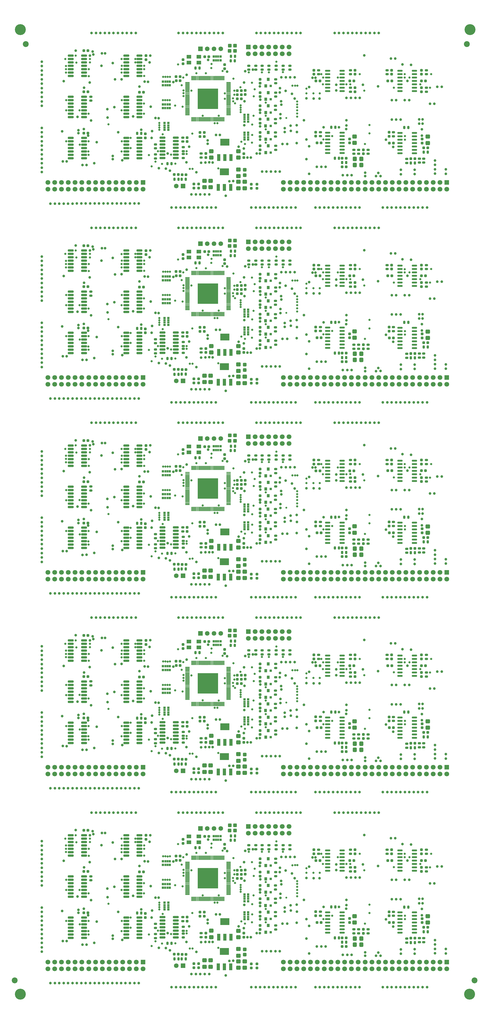
<source format=gts>
G04*
G04 #@! TF.GenerationSoftware,Altium Limited,Altium Designer,25.3.3 (18)*
G04*
G04 Layer_Color=8388736*
%FSLAX44Y44*%
%MOMM*%
G71*
G04*
G04 #@! TF.SameCoordinates,C1B4E693-D7F7-4543-9357-B74F73BC7D76*
G04*
G04*
G04 #@! TF.FilePolarity,Negative*
G04*
G01*
G75*
%ADD22R,7.6400X7.6400*%
%ADD29R,0.9000X0.9500*%
G04:AMPARAMS|DCode=40|XSize=1.0032mm|YSize=1.0032mm|CornerRadius=0.2216mm|HoleSize=0mm|Usage=FLASHONLY|Rotation=270.000|XOffset=0mm|YOffset=0mm|HoleType=Round|Shape=RoundedRectangle|*
%AMROUNDEDRECTD40*
21,1,1.0032,0.5600,0,0,270.0*
21,1,0.5600,1.0032,0,0,270.0*
1,1,0.4432,-0.2800,-0.2800*
1,1,0.4432,-0.2800,0.2800*
1,1,0.4432,0.2800,0.2800*
1,1,0.4432,0.2800,-0.2800*
%
%ADD40ROUNDEDRECTD40*%
%ADD41R,0.8432X0.9032*%
%ADD42R,0.7032X0.9032*%
G04:AMPARAMS|DCode=43|XSize=1.1032mm|YSize=0.8032mm|CornerRadius=0.1916mm|HoleSize=0mm|Usage=FLASHONLY|Rotation=0.000|XOffset=0mm|YOffset=0mm|HoleType=Round|Shape=RoundedRectangle|*
%AMROUNDEDRECTD43*
21,1,1.1032,0.4200,0,0,0.0*
21,1,0.7200,0.8032,0,0,0.0*
1,1,0.3832,0.3600,-0.2100*
1,1,0.3832,-0.3600,-0.2100*
1,1,0.3832,-0.3600,0.2100*
1,1,0.3832,0.3600,0.2100*
%
%ADD43ROUNDEDRECTD43*%
G04:AMPARAMS|DCode=44|XSize=2.1732mm|YSize=0.8032mm|CornerRadius=0.2516mm|HoleSize=0mm|Usage=FLASHONLY|Rotation=0.000|XOffset=0mm|YOffset=0mm|HoleType=Round|Shape=RoundedRectangle|*
%AMROUNDEDRECTD44*
21,1,2.1732,0.3000,0,0,0.0*
21,1,1.6700,0.8032,0,0,0.0*
1,1,0.5032,0.8350,-0.1500*
1,1,0.5032,-0.8350,-0.1500*
1,1,0.5032,-0.8350,0.1500*
1,1,0.5032,0.8350,0.1500*
%
%ADD44ROUNDEDRECTD44*%
G04:AMPARAMS|DCode=45|XSize=1.0032mm|YSize=1.0032mm|CornerRadius=0.2216mm|HoleSize=0mm|Usage=FLASHONLY|Rotation=180.000|XOffset=0mm|YOffset=0mm|HoleType=Round|Shape=RoundedRectangle|*
%AMROUNDEDRECTD45*
21,1,1.0032,0.5600,0,0,180.0*
21,1,0.5600,1.0032,0,0,180.0*
1,1,0.4432,-0.2800,0.2800*
1,1,0.4432,0.2800,0.2800*
1,1,0.4432,0.2800,-0.2800*
1,1,0.4432,-0.2800,-0.2800*
%
%ADD45ROUNDEDRECTD45*%
G04:AMPARAMS|DCode=46|XSize=1.6032mm|YSize=1.7532mm|CornerRadius=0.4516mm|HoleSize=0mm|Usage=FLASHONLY|Rotation=270.000|XOffset=0mm|YOffset=0mm|HoleType=Round|Shape=RoundedRectangle|*
%AMROUNDEDRECTD46*
21,1,1.6032,0.8500,0,0,270.0*
21,1,0.7000,1.7532,0,0,270.0*
1,1,0.9032,-0.4250,-0.3500*
1,1,0.9032,-0.4250,0.3500*
1,1,0.9032,0.4250,0.3500*
1,1,0.9032,0.4250,-0.3500*
%
%ADD46ROUNDEDRECTD46*%
G04:AMPARAMS|DCode=47|XSize=1.6032mm|YSize=1.7532mm|CornerRadius=0.4516mm|HoleSize=0mm|Usage=FLASHONLY|Rotation=0.000|XOffset=0mm|YOffset=0mm|HoleType=Round|Shape=RoundedRectangle|*
%AMROUNDEDRECTD47*
21,1,1.6032,0.8500,0,0,0.0*
21,1,0.7000,1.7532,0,0,0.0*
1,1,0.9032,0.3500,-0.4250*
1,1,0.9032,-0.3500,-0.4250*
1,1,0.9032,-0.3500,0.4250*
1,1,0.9032,0.3500,0.4250*
%
%ADD47ROUNDEDRECTD47*%
%ADD48R,1.1032X1.1532*%
G04:AMPARAMS|DCode=49|XSize=1.3032mm|YSize=1.4032mm|CornerRadius=0.2666mm|HoleSize=0mm|Usage=FLASHONLY|Rotation=0.000|XOffset=0mm|YOffset=0mm|HoleType=Round|Shape=RoundedRectangle|*
%AMROUNDEDRECTD49*
21,1,1.3032,0.8700,0,0,0.0*
21,1,0.7700,1.4032,0,0,0.0*
1,1,0.5332,0.3850,-0.4350*
1,1,0.5332,-0.3850,-0.4350*
1,1,0.5332,-0.3850,0.4350*
1,1,0.5332,0.3850,0.4350*
%
%ADD49ROUNDEDRECTD49*%
G04:AMPARAMS|DCode=50|XSize=1.3032mm|YSize=1.4032mm|CornerRadius=0.2666mm|HoleSize=0mm|Usage=FLASHONLY|Rotation=270.000|XOffset=0mm|YOffset=0mm|HoleType=Round|Shape=RoundedRectangle|*
%AMROUNDEDRECTD50*
21,1,1.3032,0.8700,0,0,270.0*
21,1,0.7700,1.4032,0,0,270.0*
1,1,0.5332,-0.4350,-0.3850*
1,1,0.5332,-0.4350,0.3850*
1,1,0.5332,0.4350,0.3850*
1,1,0.5332,0.4350,-0.3850*
%
%ADD50ROUNDEDRECTD50*%
G04:AMPARAMS|DCode=51|XSize=1.1032mm|YSize=0.8032mm|CornerRadius=0.1916mm|HoleSize=0mm|Usage=FLASHONLY|Rotation=90.000|XOffset=0mm|YOffset=0mm|HoleType=Round|Shape=RoundedRectangle|*
%AMROUNDEDRECTD51*
21,1,1.1032,0.4200,0,0,90.0*
21,1,0.7200,0.8032,0,0,90.0*
1,1,0.3832,0.2100,0.3600*
1,1,0.3832,0.2100,-0.3600*
1,1,0.3832,-0.2100,-0.3600*
1,1,0.3832,-0.2100,0.3600*
%
%ADD51ROUNDEDRECTD51*%
%ADD52R,0.9032X0.8432*%
%ADD53R,0.9032X0.7032*%
G04:AMPARAMS|DCode=54|XSize=1.5032mm|YSize=1.7032mm|CornerRadius=0.2966mm|HoleSize=0mm|Usage=FLASHONLY|Rotation=270.000|XOffset=0mm|YOffset=0mm|HoleType=Round|Shape=RoundedRectangle|*
%AMROUNDEDRECTD54*
21,1,1.5032,1.1100,0,0,270.0*
21,1,0.9100,1.7032,0,0,270.0*
1,1,0.5932,-0.5550,-0.4550*
1,1,0.5932,-0.5550,0.4550*
1,1,0.5932,0.5550,0.4550*
1,1,0.5932,0.5550,-0.4550*
%
%ADD54ROUNDEDRECTD54*%
%ADD55O,2.0032X0.7532*%
%ADD56R,3.5032X2.6032*%
%ADD57R,1.2032X2.6032*%
%ADD58R,1.8032X1.4532*%
%ADD59C,4.1000*%
%ADD60C,2.2000*%
%ADD61C,1.8082*%
%ADD62R,1.8082X1.8082*%
%ADD63C,1.7232*%
%ADD64R,1.7232X1.7232*%
%ADD65C,0.8032*%
%ADD66C,1.0032*%
%ADD67C,0.7032*%
G36*
X716100Y3449010D02*
X716120D01*
X716150Y3449000D01*
X716170D01*
X716200Y3448990D01*
X716220Y3448980D01*
X716250Y3448970D01*
X716270Y3448950D01*
X716290Y3448940D01*
X716310Y3448920D01*
X716330Y3448910D01*
X716350Y3448890D01*
X716370Y3448870D01*
X716390Y3448850D01*
X716410Y3448830D01*
X716420Y3448810D01*
X716440Y3448790D01*
X716450Y3448770D01*
X716470Y3448750D01*
X716480Y3448720D01*
X716490Y3448700D01*
X716500Y3448670D01*
Y3448650D01*
X716510Y3448620D01*
Y3448600D01*
X716520Y3448570D01*
Y3433470D01*
X716510Y3433440D01*
Y3433420D01*
X716500Y3433390D01*
Y3433370D01*
X716490Y3433340D01*
X716480Y3433320D01*
X716470Y3433290D01*
X716450Y3433270D01*
X716440Y3433250D01*
X716420Y3433230D01*
X716410Y3433210D01*
X716390Y3433190D01*
X716370Y3433170D01*
X716350Y3433150D01*
X716330Y3433130D01*
X716310Y3433120D01*
X716290Y3433100D01*
X716270Y3433090D01*
X716250Y3433070D01*
X716220Y3433060D01*
X716200Y3433050D01*
X716170Y3433040D01*
X716150D01*
X716120Y3433030D01*
X716100D01*
X716070Y3433020D01*
X712970D01*
X712940Y3433030D01*
X712920D01*
X712890Y3433040D01*
X712870D01*
X712840Y3433050D01*
X712820Y3433060D01*
X712790Y3433070D01*
X712770Y3433090D01*
X712750Y3433100D01*
X712730Y3433120D01*
X712710Y3433130D01*
X712690Y3433150D01*
X712670Y3433170D01*
X712650Y3433190D01*
X712630Y3433210D01*
X712620Y3433230D01*
X712600Y3433250D01*
X712590Y3433270D01*
X712570Y3433290D01*
X712560Y3433320D01*
X712550Y3433340D01*
X712540Y3433370D01*
Y3433390D01*
X712530Y3433420D01*
Y3433440D01*
X712520Y3433470D01*
Y3448570D01*
X712530Y3448600D01*
Y3448620D01*
X712540Y3448650D01*
Y3448670D01*
X712550Y3448700D01*
X712560Y3448720D01*
X712570Y3448750D01*
X712590Y3448770D01*
X712600Y3448790D01*
X712620Y3448810D01*
X712630Y3448830D01*
X712650Y3448850D01*
X712670Y3448870D01*
X712690Y3448890D01*
X712710Y3448910D01*
X712730Y3448920D01*
X712750Y3448940D01*
X712770Y3448950D01*
X712790Y3448970D01*
X712820Y3448980D01*
X712840Y3448990D01*
X712870Y3449000D01*
X712890D01*
X712920Y3449010D01*
X712940D01*
X712970Y3449020D01*
X716070D01*
X716100Y3449010D01*
D02*
G37*
G36*
X711100D02*
X711120D01*
X711150Y3449000D01*
X711170D01*
X711200Y3448990D01*
X711220Y3448980D01*
X711250Y3448970D01*
X711270Y3448950D01*
X711290Y3448940D01*
X711310Y3448920D01*
X711330Y3448910D01*
X711350Y3448890D01*
X711370Y3448870D01*
X711390Y3448850D01*
X711410Y3448830D01*
X711420Y3448810D01*
X711440Y3448790D01*
X711450Y3448770D01*
X711470Y3448750D01*
X711480Y3448720D01*
X711490Y3448700D01*
X711500Y3448670D01*
Y3448650D01*
X711510Y3448620D01*
Y3448600D01*
X711520Y3448570D01*
Y3433470D01*
X711510Y3433440D01*
Y3433420D01*
X711500Y3433390D01*
Y3433370D01*
X711490Y3433340D01*
X711480Y3433320D01*
X711470Y3433290D01*
X711450Y3433270D01*
X711440Y3433250D01*
X711420Y3433230D01*
X711410Y3433210D01*
X711390Y3433190D01*
X711370Y3433170D01*
X711350Y3433150D01*
X711330Y3433130D01*
X711310Y3433120D01*
X711290Y3433100D01*
X711270Y3433090D01*
X711250Y3433070D01*
X711220Y3433060D01*
X711200Y3433050D01*
X711170Y3433040D01*
X711150D01*
X711120Y3433030D01*
X711100D01*
X711070Y3433020D01*
X707970D01*
X707940Y3433030D01*
X707920D01*
X707890Y3433040D01*
X707870D01*
X707840Y3433050D01*
X707820Y3433060D01*
X707790Y3433070D01*
X707770Y3433090D01*
X707750Y3433100D01*
X707730Y3433120D01*
X707710Y3433130D01*
X707690Y3433150D01*
X707670Y3433170D01*
X707650Y3433190D01*
X707630Y3433210D01*
X707620Y3433230D01*
X707600Y3433250D01*
X707590Y3433270D01*
X707570Y3433290D01*
X707560Y3433320D01*
X707550Y3433340D01*
X707540Y3433370D01*
Y3433390D01*
X707530Y3433420D01*
Y3433440D01*
X707520Y3433470D01*
Y3448570D01*
X707530Y3448600D01*
Y3448620D01*
X707540Y3448650D01*
Y3448670D01*
X707550Y3448700D01*
X707560Y3448720D01*
X707570Y3448750D01*
X707590Y3448770D01*
X707600Y3448790D01*
X707620Y3448810D01*
X707630Y3448830D01*
X707650Y3448850D01*
X707670Y3448870D01*
X707690Y3448890D01*
X707710Y3448910D01*
X707730Y3448920D01*
X707750Y3448940D01*
X707770Y3448950D01*
X707790Y3448970D01*
X707820Y3448980D01*
X707840Y3448990D01*
X707870Y3449000D01*
X707890D01*
X707920Y3449010D01*
X707940D01*
X707970Y3449020D01*
X711070D01*
X711100Y3449010D01*
D02*
G37*
G36*
X706100D02*
X706120D01*
X706150Y3449000D01*
X706170D01*
X706200Y3448990D01*
X706220Y3448980D01*
X706250Y3448970D01*
X706270Y3448950D01*
X706290Y3448940D01*
X706310Y3448920D01*
X706330Y3448910D01*
X706350Y3448890D01*
X706370Y3448870D01*
X706390Y3448850D01*
X706410Y3448830D01*
X706420Y3448810D01*
X706440Y3448790D01*
X706450Y3448770D01*
X706470Y3448750D01*
X706480Y3448720D01*
X706490Y3448700D01*
X706500Y3448670D01*
Y3448650D01*
X706510Y3448620D01*
Y3448600D01*
X706520Y3448570D01*
Y3433470D01*
X706510Y3433440D01*
Y3433420D01*
X706500Y3433390D01*
Y3433370D01*
X706490Y3433340D01*
X706480Y3433320D01*
X706470Y3433290D01*
X706450Y3433270D01*
X706440Y3433250D01*
X706420Y3433230D01*
X706410Y3433210D01*
X706390Y3433190D01*
X706370Y3433170D01*
X706350Y3433150D01*
X706330Y3433130D01*
X706310Y3433120D01*
X706290Y3433100D01*
X706270Y3433090D01*
X706250Y3433070D01*
X706220Y3433060D01*
X706200Y3433050D01*
X706170Y3433040D01*
X706150D01*
X706120Y3433030D01*
X706100D01*
X706070Y3433020D01*
X702970D01*
X702940Y3433030D01*
X702920D01*
X702890Y3433040D01*
X702870D01*
X702840Y3433050D01*
X702820Y3433060D01*
X702790Y3433070D01*
X702770Y3433090D01*
X702750Y3433100D01*
X702730Y3433120D01*
X702710Y3433130D01*
X702690Y3433150D01*
X702670Y3433170D01*
X702650Y3433190D01*
X702630Y3433210D01*
X702620Y3433230D01*
X702600Y3433250D01*
X702590Y3433270D01*
X702570Y3433290D01*
X702560Y3433320D01*
X702550Y3433340D01*
X702540Y3433370D01*
Y3433390D01*
X702530Y3433420D01*
Y3433440D01*
X702520Y3433470D01*
Y3448570D01*
X702530Y3448600D01*
Y3448620D01*
X702540Y3448650D01*
Y3448670D01*
X702550Y3448700D01*
X702560Y3448720D01*
X702570Y3448750D01*
X702590Y3448770D01*
X702600Y3448790D01*
X702620Y3448810D01*
X702630Y3448830D01*
X702650Y3448850D01*
X702670Y3448870D01*
X702690Y3448890D01*
X702710Y3448910D01*
X702730Y3448920D01*
X702750Y3448940D01*
X702770Y3448950D01*
X702790Y3448970D01*
X702820Y3448980D01*
X702840Y3448990D01*
X702870Y3449000D01*
X702890D01*
X702920Y3449010D01*
X702940D01*
X702970Y3449020D01*
X706070D01*
X706100Y3449010D01*
D02*
G37*
G36*
X701100D02*
X701120D01*
X701150Y3449000D01*
X701170D01*
X701200Y3448990D01*
X701220Y3448980D01*
X701250Y3448970D01*
X701270Y3448950D01*
X701290Y3448940D01*
X701310Y3448920D01*
X701330Y3448910D01*
X701350Y3448890D01*
X701370Y3448870D01*
X701390Y3448850D01*
X701410Y3448830D01*
X701420Y3448810D01*
X701440Y3448790D01*
X701450Y3448770D01*
X701470Y3448750D01*
X701480Y3448720D01*
X701490Y3448700D01*
X701500Y3448670D01*
Y3448650D01*
X701510Y3448620D01*
Y3448600D01*
X701520Y3448570D01*
Y3433470D01*
X701510Y3433440D01*
Y3433420D01*
X701500Y3433390D01*
Y3433370D01*
X701490Y3433340D01*
X701480Y3433320D01*
X701470Y3433290D01*
X701450Y3433270D01*
X701440Y3433250D01*
X701420Y3433230D01*
X701410Y3433210D01*
X701390Y3433190D01*
X701370Y3433170D01*
X701350Y3433150D01*
X701330Y3433130D01*
X701310Y3433120D01*
X701290Y3433100D01*
X701270Y3433090D01*
X701250Y3433070D01*
X701220Y3433060D01*
X701200Y3433050D01*
X701170Y3433040D01*
X701150D01*
X701120Y3433030D01*
X701100D01*
X701070Y3433020D01*
X697970D01*
X697940Y3433030D01*
X697920D01*
X697890Y3433040D01*
X697870D01*
X697840Y3433050D01*
X697820Y3433060D01*
X697790Y3433070D01*
X697770Y3433090D01*
X697750Y3433100D01*
X697730Y3433120D01*
X697710Y3433130D01*
X697690Y3433150D01*
X697670Y3433170D01*
X697650Y3433190D01*
X697630Y3433210D01*
X697620Y3433230D01*
X697600Y3433250D01*
X697590Y3433270D01*
X697570Y3433290D01*
X697560Y3433320D01*
X697550Y3433340D01*
X697540Y3433370D01*
Y3433390D01*
X697530Y3433420D01*
Y3433440D01*
X697520Y3433470D01*
Y3448570D01*
X697530Y3448600D01*
Y3448620D01*
X697540Y3448650D01*
Y3448670D01*
X697550Y3448700D01*
X697560Y3448720D01*
X697570Y3448750D01*
X697590Y3448770D01*
X697600Y3448790D01*
X697620Y3448810D01*
X697630Y3448830D01*
X697650Y3448850D01*
X697670Y3448870D01*
X697690Y3448890D01*
X697710Y3448910D01*
X697730Y3448920D01*
X697750Y3448940D01*
X697770Y3448950D01*
X697790Y3448970D01*
X697820Y3448980D01*
X697840Y3448990D01*
X697870Y3449000D01*
X697890D01*
X697920Y3449010D01*
X697940D01*
X697970Y3449020D01*
X701070D01*
X701100Y3449010D01*
D02*
G37*
G36*
X696100D02*
X696120D01*
X696150Y3449000D01*
X696170D01*
X696200Y3448990D01*
X696220Y3448980D01*
X696250Y3448970D01*
X696270Y3448950D01*
X696290Y3448940D01*
X696310Y3448920D01*
X696330Y3448910D01*
X696350Y3448890D01*
X696370Y3448870D01*
X696390Y3448850D01*
X696410Y3448830D01*
X696420Y3448810D01*
X696440Y3448790D01*
X696450Y3448770D01*
X696470Y3448750D01*
X696480Y3448720D01*
X696490Y3448700D01*
X696500Y3448670D01*
Y3448650D01*
X696510Y3448620D01*
Y3448600D01*
X696520Y3448570D01*
Y3433470D01*
X696510Y3433440D01*
Y3433420D01*
X696500Y3433390D01*
Y3433370D01*
X696490Y3433340D01*
X696480Y3433320D01*
X696470Y3433290D01*
X696450Y3433270D01*
X696440Y3433250D01*
X696420Y3433230D01*
X696410Y3433210D01*
X696390Y3433190D01*
X696370Y3433170D01*
X696350Y3433150D01*
X696330Y3433130D01*
X696310Y3433120D01*
X696290Y3433100D01*
X696270Y3433090D01*
X696250Y3433070D01*
X696220Y3433060D01*
X696200Y3433050D01*
X696170Y3433040D01*
X696150D01*
X696120Y3433030D01*
X696100D01*
X696070Y3433020D01*
X692970D01*
X692940Y3433030D01*
X692920D01*
X692890Y3433040D01*
X692870D01*
X692840Y3433050D01*
X692820Y3433060D01*
X692790Y3433070D01*
X692770Y3433090D01*
X692750Y3433100D01*
X692730Y3433120D01*
X692710Y3433130D01*
X692690Y3433150D01*
X692670Y3433170D01*
X692650Y3433190D01*
X692630Y3433210D01*
X692620Y3433230D01*
X692600Y3433250D01*
X692590Y3433270D01*
X692570Y3433290D01*
X692560Y3433320D01*
X692550Y3433340D01*
X692540Y3433370D01*
Y3433390D01*
X692530Y3433420D01*
Y3433440D01*
X692520Y3433470D01*
Y3448570D01*
X692530Y3448600D01*
Y3448620D01*
X692540Y3448650D01*
Y3448670D01*
X692550Y3448700D01*
X692560Y3448720D01*
X692570Y3448750D01*
X692590Y3448770D01*
X692600Y3448790D01*
X692620Y3448810D01*
X692630Y3448830D01*
X692650Y3448850D01*
X692670Y3448870D01*
X692690Y3448890D01*
X692710Y3448910D01*
X692730Y3448920D01*
X692750Y3448940D01*
X692770Y3448950D01*
X692790Y3448970D01*
X692820Y3448980D01*
X692840Y3448990D01*
X692870Y3449000D01*
X692890D01*
X692920Y3449010D01*
X692940D01*
X692970Y3449020D01*
X696070D01*
X696100Y3449010D01*
D02*
G37*
G36*
X691100D02*
X691120D01*
X691150Y3449000D01*
X691170D01*
X691200Y3448990D01*
X691220Y3448980D01*
X691250Y3448970D01*
X691270Y3448950D01*
X691290Y3448940D01*
X691310Y3448920D01*
X691330Y3448910D01*
X691350Y3448890D01*
X691370Y3448870D01*
X691390Y3448850D01*
X691410Y3448830D01*
X691420Y3448810D01*
X691440Y3448790D01*
X691450Y3448770D01*
X691470Y3448750D01*
X691480Y3448720D01*
X691490Y3448700D01*
X691500Y3448670D01*
Y3448650D01*
X691510Y3448620D01*
Y3448600D01*
X691520Y3448570D01*
Y3433470D01*
X691510Y3433440D01*
Y3433420D01*
X691500Y3433390D01*
Y3433370D01*
X691490Y3433340D01*
X691480Y3433320D01*
X691470Y3433290D01*
X691450Y3433270D01*
X691440Y3433250D01*
X691420Y3433230D01*
X691410Y3433210D01*
X691390Y3433190D01*
X691370Y3433170D01*
X691350Y3433150D01*
X691330Y3433130D01*
X691310Y3433120D01*
X691290Y3433100D01*
X691270Y3433090D01*
X691250Y3433070D01*
X691220Y3433060D01*
X691200Y3433050D01*
X691170Y3433040D01*
X691150D01*
X691120Y3433030D01*
X691100D01*
X691070Y3433020D01*
X687970D01*
X687940Y3433030D01*
X687920D01*
X687890Y3433040D01*
X687870D01*
X687840Y3433050D01*
X687820Y3433060D01*
X687790Y3433070D01*
X687770Y3433090D01*
X687750Y3433100D01*
X687730Y3433120D01*
X687710Y3433130D01*
X687690Y3433150D01*
X687670Y3433170D01*
X687650Y3433190D01*
X687630Y3433210D01*
X687620Y3433230D01*
X687600Y3433250D01*
X687590Y3433270D01*
X687570Y3433290D01*
X687560Y3433320D01*
X687550Y3433340D01*
X687540Y3433370D01*
Y3433390D01*
X687530Y3433420D01*
Y3433440D01*
X687520Y3433470D01*
Y3448570D01*
X687530Y3448600D01*
Y3448620D01*
X687540Y3448650D01*
Y3448670D01*
X687550Y3448700D01*
X687560Y3448720D01*
X687570Y3448750D01*
X687590Y3448770D01*
X687600Y3448790D01*
X687620Y3448810D01*
X687630Y3448830D01*
X687650Y3448850D01*
X687670Y3448870D01*
X687690Y3448890D01*
X687710Y3448910D01*
X687730Y3448920D01*
X687750Y3448940D01*
X687770Y3448950D01*
X687790Y3448970D01*
X687820Y3448980D01*
X687840Y3448990D01*
X687870Y3449000D01*
X687890D01*
X687920Y3449010D01*
X687940D01*
X687970Y3449020D01*
X691070D01*
X691100Y3449010D01*
D02*
G37*
G36*
X686100D02*
X686120D01*
X686150Y3449000D01*
X686170D01*
X686200Y3448990D01*
X686220Y3448980D01*
X686250Y3448970D01*
X686270Y3448950D01*
X686290Y3448940D01*
X686310Y3448920D01*
X686330Y3448910D01*
X686350Y3448890D01*
X686370Y3448870D01*
X686390Y3448850D01*
X686410Y3448830D01*
X686420Y3448810D01*
X686440Y3448790D01*
X686450Y3448770D01*
X686470Y3448750D01*
X686480Y3448720D01*
X686490Y3448700D01*
X686500Y3448670D01*
Y3448650D01*
X686510Y3448620D01*
Y3448600D01*
X686520Y3448570D01*
Y3433470D01*
X686510Y3433440D01*
Y3433420D01*
X686500Y3433390D01*
Y3433370D01*
X686490Y3433340D01*
X686480Y3433320D01*
X686470Y3433290D01*
X686450Y3433270D01*
X686440Y3433250D01*
X686420Y3433230D01*
X686410Y3433210D01*
X686390Y3433190D01*
X686370Y3433170D01*
X686350Y3433150D01*
X686330Y3433130D01*
X686310Y3433120D01*
X686290Y3433100D01*
X686270Y3433090D01*
X686250Y3433070D01*
X686220Y3433060D01*
X686200Y3433050D01*
X686170Y3433040D01*
X686150D01*
X686120Y3433030D01*
X686100D01*
X686070Y3433020D01*
X682970D01*
X682940Y3433030D01*
X682920D01*
X682890Y3433040D01*
X682870D01*
X682840Y3433050D01*
X682820Y3433060D01*
X682790Y3433070D01*
X682770Y3433090D01*
X682750Y3433100D01*
X682730Y3433120D01*
X682710Y3433130D01*
X682690Y3433150D01*
X682670Y3433170D01*
X682650Y3433190D01*
X682630Y3433210D01*
X682620Y3433230D01*
X682600Y3433250D01*
X682590Y3433270D01*
X682570Y3433290D01*
X682560Y3433320D01*
X682550Y3433340D01*
X682540Y3433370D01*
Y3433390D01*
X682530Y3433420D01*
Y3433440D01*
X682520Y3433470D01*
Y3448570D01*
X682530Y3448600D01*
Y3448620D01*
X682540Y3448650D01*
Y3448670D01*
X682550Y3448700D01*
X682560Y3448720D01*
X682570Y3448750D01*
X682590Y3448770D01*
X682600Y3448790D01*
X682620Y3448810D01*
X682630Y3448830D01*
X682650Y3448850D01*
X682670Y3448870D01*
X682690Y3448890D01*
X682710Y3448910D01*
X682730Y3448920D01*
X682750Y3448940D01*
X682770Y3448950D01*
X682790Y3448970D01*
X682820Y3448980D01*
X682840Y3448990D01*
X682870Y3449000D01*
X682890D01*
X682920Y3449010D01*
X682940D01*
X682970Y3449020D01*
X686070D01*
X686100Y3449010D01*
D02*
G37*
G36*
X681100D02*
X681120D01*
X681150Y3449000D01*
X681170D01*
X681200Y3448990D01*
X681220Y3448980D01*
X681250Y3448970D01*
X681270Y3448950D01*
X681290Y3448940D01*
X681310Y3448920D01*
X681330Y3448910D01*
X681350Y3448890D01*
X681370Y3448870D01*
X681390Y3448850D01*
X681410Y3448830D01*
X681420Y3448810D01*
X681440Y3448790D01*
X681450Y3448770D01*
X681470Y3448750D01*
X681480Y3448720D01*
X681490Y3448700D01*
X681500Y3448670D01*
Y3448650D01*
X681510Y3448620D01*
Y3448600D01*
X681520Y3448570D01*
Y3433470D01*
X681510Y3433440D01*
Y3433420D01*
X681500Y3433390D01*
Y3433370D01*
X681490Y3433340D01*
X681480Y3433320D01*
X681470Y3433290D01*
X681450Y3433270D01*
X681440Y3433250D01*
X681420Y3433230D01*
X681410Y3433210D01*
X681390Y3433190D01*
X681370Y3433170D01*
X681350Y3433150D01*
X681330Y3433130D01*
X681310Y3433120D01*
X681290Y3433100D01*
X681270Y3433090D01*
X681250Y3433070D01*
X681220Y3433060D01*
X681200Y3433050D01*
X681170Y3433040D01*
X681150D01*
X681120Y3433030D01*
X681100D01*
X681070Y3433020D01*
X677970D01*
X677940Y3433030D01*
X677920D01*
X677890Y3433040D01*
X677870D01*
X677840Y3433050D01*
X677820Y3433060D01*
X677790Y3433070D01*
X677770Y3433090D01*
X677750Y3433100D01*
X677730Y3433120D01*
X677710Y3433130D01*
X677690Y3433150D01*
X677670Y3433170D01*
X677650Y3433190D01*
X677630Y3433210D01*
X677620Y3433230D01*
X677600Y3433250D01*
X677590Y3433270D01*
X677570Y3433290D01*
X677560Y3433320D01*
X677550Y3433340D01*
X677540Y3433370D01*
Y3433390D01*
X677530Y3433420D01*
Y3433440D01*
X677520Y3433470D01*
Y3448570D01*
X677530Y3448600D01*
Y3448620D01*
X677540Y3448650D01*
Y3448670D01*
X677550Y3448700D01*
X677560Y3448720D01*
X677570Y3448750D01*
X677590Y3448770D01*
X677600Y3448790D01*
X677620Y3448810D01*
X677630Y3448830D01*
X677650Y3448850D01*
X677670Y3448870D01*
X677690Y3448890D01*
X677710Y3448910D01*
X677730Y3448920D01*
X677750Y3448940D01*
X677770Y3448950D01*
X677790Y3448970D01*
X677820Y3448980D01*
X677840Y3448990D01*
X677870Y3449000D01*
X677890D01*
X677920Y3449010D01*
X677940D01*
X677970Y3449020D01*
X681070D01*
X681100Y3449010D01*
D02*
G37*
G36*
X676100D02*
X676120D01*
X676150Y3449000D01*
X676170D01*
X676200Y3448990D01*
X676220Y3448980D01*
X676250Y3448970D01*
X676270Y3448950D01*
X676290Y3448940D01*
X676310Y3448920D01*
X676330Y3448910D01*
X676350Y3448890D01*
X676370Y3448870D01*
X676390Y3448850D01*
X676410Y3448830D01*
X676420Y3448810D01*
X676440Y3448790D01*
X676450Y3448770D01*
X676470Y3448750D01*
X676480Y3448720D01*
X676490Y3448700D01*
X676500Y3448670D01*
Y3448650D01*
X676510Y3448620D01*
Y3448600D01*
X676520Y3448570D01*
Y3433470D01*
X676510Y3433440D01*
Y3433420D01*
X676500Y3433390D01*
Y3433370D01*
X676490Y3433340D01*
X676480Y3433320D01*
X676470Y3433290D01*
X676450Y3433270D01*
X676440Y3433250D01*
X676420Y3433230D01*
X676410Y3433210D01*
X676390Y3433190D01*
X676370Y3433170D01*
X676350Y3433150D01*
X676330Y3433130D01*
X676310Y3433120D01*
X676290Y3433100D01*
X676270Y3433090D01*
X676250Y3433070D01*
X676220Y3433060D01*
X676200Y3433050D01*
X676170Y3433040D01*
X676150D01*
X676120Y3433030D01*
X676100D01*
X676070Y3433020D01*
X672970D01*
X672940Y3433030D01*
X672920D01*
X672890Y3433040D01*
X672870D01*
X672840Y3433050D01*
X672820Y3433060D01*
X672790Y3433070D01*
X672770Y3433090D01*
X672750Y3433100D01*
X672730Y3433120D01*
X672710Y3433130D01*
X672690Y3433150D01*
X672670Y3433170D01*
X672650Y3433190D01*
X672630Y3433210D01*
X672620Y3433230D01*
X672600Y3433250D01*
X672590Y3433270D01*
X672570Y3433290D01*
X672560Y3433320D01*
X672550Y3433340D01*
X672540Y3433370D01*
Y3433390D01*
X672530Y3433420D01*
Y3433440D01*
X672520Y3433470D01*
Y3448570D01*
X672530Y3448600D01*
Y3448620D01*
X672540Y3448650D01*
Y3448670D01*
X672550Y3448700D01*
X672560Y3448720D01*
X672570Y3448750D01*
X672590Y3448770D01*
X672600Y3448790D01*
X672620Y3448810D01*
X672630Y3448830D01*
X672650Y3448850D01*
X672670Y3448870D01*
X672690Y3448890D01*
X672710Y3448910D01*
X672730Y3448920D01*
X672750Y3448940D01*
X672770Y3448950D01*
X672790Y3448970D01*
X672820Y3448980D01*
X672840Y3448990D01*
X672870Y3449000D01*
X672890D01*
X672920Y3449010D01*
X672940D01*
X672970Y3449020D01*
X676070D01*
X676100Y3449010D01*
D02*
G37*
G36*
X671100D02*
X671120D01*
X671150Y3449000D01*
X671170D01*
X671200Y3448990D01*
X671220Y3448980D01*
X671250Y3448970D01*
X671270Y3448950D01*
X671290Y3448940D01*
X671310Y3448920D01*
X671330Y3448910D01*
X671350Y3448890D01*
X671370Y3448870D01*
X671390Y3448850D01*
X671410Y3448830D01*
X671420Y3448810D01*
X671440Y3448790D01*
X671450Y3448770D01*
X671470Y3448750D01*
X671480Y3448720D01*
X671490Y3448700D01*
X671500Y3448670D01*
Y3448650D01*
X671510Y3448620D01*
Y3448600D01*
X671520Y3448570D01*
Y3433470D01*
X671510Y3433440D01*
Y3433420D01*
X671500Y3433390D01*
Y3433370D01*
X671490Y3433340D01*
X671480Y3433320D01*
X671470Y3433290D01*
X671450Y3433270D01*
X671440Y3433250D01*
X671420Y3433230D01*
X671410Y3433210D01*
X671390Y3433190D01*
X671370Y3433170D01*
X671350Y3433150D01*
X671330Y3433130D01*
X671310Y3433120D01*
X671290Y3433100D01*
X671270Y3433090D01*
X671250Y3433070D01*
X671220Y3433060D01*
X671200Y3433050D01*
X671170Y3433040D01*
X671150D01*
X671120Y3433030D01*
X671100D01*
X671070Y3433020D01*
X667970D01*
X667940Y3433030D01*
X667920D01*
X667890Y3433040D01*
X667870D01*
X667840Y3433050D01*
X667820Y3433060D01*
X667790Y3433070D01*
X667770Y3433090D01*
X667750Y3433100D01*
X667730Y3433120D01*
X667710Y3433130D01*
X667690Y3433150D01*
X667670Y3433170D01*
X667650Y3433190D01*
X667630Y3433210D01*
X667620Y3433230D01*
X667600Y3433250D01*
X667590Y3433270D01*
X667570Y3433290D01*
X667560Y3433320D01*
X667550Y3433340D01*
X667540Y3433370D01*
Y3433390D01*
X667530Y3433420D01*
Y3433440D01*
X667520Y3433470D01*
Y3448570D01*
X667530Y3448600D01*
Y3448620D01*
X667540Y3448650D01*
Y3448670D01*
X667550Y3448700D01*
X667560Y3448720D01*
X667570Y3448750D01*
X667590Y3448770D01*
X667600Y3448790D01*
X667620Y3448810D01*
X667630Y3448830D01*
X667650Y3448850D01*
X667670Y3448870D01*
X667690Y3448890D01*
X667710Y3448910D01*
X667730Y3448920D01*
X667750Y3448940D01*
X667770Y3448950D01*
X667790Y3448970D01*
X667820Y3448980D01*
X667840Y3448990D01*
X667870Y3449000D01*
X667890D01*
X667920Y3449010D01*
X667940D01*
X667970Y3449020D01*
X671070D01*
X671100Y3449010D01*
D02*
G37*
G36*
X666100D02*
X666120D01*
X666150Y3449000D01*
X666170D01*
X666200Y3448990D01*
X666220Y3448980D01*
X666250Y3448970D01*
X666270Y3448950D01*
X666290Y3448940D01*
X666310Y3448920D01*
X666330Y3448910D01*
X666350Y3448890D01*
X666370Y3448870D01*
X666390Y3448850D01*
X666410Y3448830D01*
X666420Y3448810D01*
X666440Y3448790D01*
X666450Y3448770D01*
X666470Y3448750D01*
X666480Y3448720D01*
X666490Y3448700D01*
X666500Y3448670D01*
Y3448650D01*
X666510Y3448620D01*
Y3448600D01*
X666520Y3448570D01*
Y3433470D01*
X666510Y3433440D01*
Y3433420D01*
X666500Y3433390D01*
Y3433370D01*
X666490Y3433340D01*
X666480Y3433320D01*
X666470Y3433290D01*
X666450Y3433270D01*
X666440Y3433250D01*
X666420Y3433230D01*
X666410Y3433210D01*
X666390Y3433190D01*
X666370Y3433170D01*
X666350Y3433150D01*
X666330Y3433130D01*
X666310Y3433120D01*
X666290Y3433100D01*
X666270Y3433090D01*
X666250Y3433070D01*
X666220Y3433060D01*
X666200Y3433050D01*
X666170Y3433040D01*
X666150D01*
X666120Y3433030D01*
X666100D01*
X666070Y3433020D01*
X662970D01*
X662940Y3433030D01*
X662920D01*
X662890Y3433040D01*
X662870D01*
X662840Y3433050D01*
X662820Y3433060D01*
X662790Y3433070D01*
X662770Y3433090D01*
X662750Y3433100D01*
X662730Y3433120D01*
X662710Y3433130D01*
X662690Y3433150D01*
X662670Y3433170D01*
X662650Y3433190D01*
X662630Y3433210D01*
X662620Y3433230D01*
X662600Y3433250D01*
X662590Y3433270D01*
X662570Y3433290D01*
X662560Y3433320D01*
X662550Y3433340D01*
X662540Y3433370D01*
Y3433390D01*
X662530Y3433420D01*
Y3433440D01*
X662520Y3433470D01*
Y3448570D01*
X662530Y3448600D01*
Y3448620D01*
X662540Y3448650D01*
Y3448670D01*
X662550Y3448700D01*
X662560Y3448720D01*
X662570Y3448750D01*
X662590Y3448770D01*
X662600Y3448790D01*
X662620Y3448810D01*
X662630Y3448830D01*
X662650Y3448850D01*
X662670Y3448870D01*
X662690Y3448890D01*
X662710Y3448910D01*
X662730Y3448920D01*
X662750Y3448940D01*
X662770Y3448950D01*
X662790Y3448970D01*
X662820Y3448980D01*
X662840Y3448990D01*
X662870Y3449000D01*
X662890D01*
X662920Y3449010D01*
X662940D01*
X662970Y3449020D01*
X666070D01*
X666100Y3449010D01*
D02*
G37*
G36*
X661100D02*
X661120D01*
X661150Y3449000D01*
X661170D01*
X661200Y3448990D01*
X661220Y3448980D01*
X661250Y3448970D01*
X661270Y3448950D01*
X661290Y3448940D01*
X661310Y3448920D01*
X661330Y3448910D01*
X661350Y3448890D01*
X661370Y3448870D01*
X661390Y3448850D01*
X661410Y3448830D01*
X661420Y3448810D01*
X661440Y3448790D01*
X661450Y3448770D01*
X661470Y3448750D01*
X661480Y3448720D01*
X661490Y3448700D01*
X661500Y3448670D01*
Y3448650D01*
X661510Y3448620D01*
Y3448600D01*
X661520Y3448570D01*
Y3433470D01*
X661510Y3433440D01*
Y3433420D01*
X661500Y3433390D01*
Y3433370D01*
X661490Y3433340D01*
X661480Y3433320D01*
X661470Y3433290D01*
X661450Y3433270D01*
X661440Y3433250D01*
X661420Y3433230D01*
X661410Y3433210D01*
X661390Y3433190D01*
X661370Y3433170D01*
X661350Y3433150D01*
X661330Y3433130D01*
X661310Y3433120D01*
X661290Y3433100D01*
X661270Y3433090D01*
X661250Y3433070D01*
X661220Y3433060D01*
X661200Y3433050D01*
X661170Y3433040D01*
X661150D01*
X661120Y3433030D01*
X661100D01*
X661070Y3433020D01*
X657970D01*
X657940Y3433030D01*
X657920D01*
X657890Y3433040D01*
X657870D01*
X657840Y3433050D01*
X657820Y3433060D01*
X657790Y3433070D01*
X657770Y3433090D01*
X657750Y3433100D01*
X657730Y3433120D01*
X657710Y3433130D01*
X657690Y3433150D01*
X657670Y3433170D01*
X657650Y3433190D01*
X657630Y3433210D01*
X657620Y3433230D01*
X657600Y3433250D01*
X657590Y3433270D01*
X657570Y3433290D01*
X657560Y3433320D01*
X657550Y3433340D01*
X657540Y3433370D01*
Y3433390D01*
X657530Y3433420D01*
Y3433440D01*
X657520Y3433470D01*
Y3448570D01*
X657530Y3448600D01*
Y3448620D01*
X657540Y3448650D01*
Y3448670D01*
X657550Y3448700D01*
X657560Y3448720D01*
X657570Y3448750D01*
X657590Y3448770D01*
X657600Y3448790D01*
X657620Y3448810D01*
X657630Y3448830D01*
X657650Y3448850D01*
X657670Y3448870D01*
X657690Y3448890D01*
X657710Y3448910D01*
X657730Y3448920D01*
X657750Y3448940D01*
X657770Y3448950D01*
X657790Y3448970D01*
X657820Y3448980D01*
X657840Y3448990D01*
X657870Y3449000D01*
X657890D01*
X657920Y3449010D01*
X657940D01*
X657970Y3449020D01*
X661070D01*
X661100Y3449010D01*
D02*
G37*
G36*
X656100D02*
X656120D01*
X656150Y3449000D01*
X656170D01*
X656200Y3448990D01*
X656220Y3448980D01*
X656250Y3448970D01*
X656270Y3448950D01*
X656290Y3448940D01*
X656310Y3448920D01*
X656330Y3448910D01*
X656350Y3448890D01*
X656370Y3448870D01*
X656390Y3448850D01*
X656410Y3448830D01*
X656420Y3448810D01*
X656440Y3448790D01*
X656450Y3448770D01*
X656470Y3448750D01*
X656480Y3448720D01*
X656490Y3448700D01*
X656500Y3448670D01*
Y3448650D01*
X656510Y3448620D01*
Y3448600D01*
X656520Y3448570D01*
Y3433470D01*
X656510Y3433440D01*
Y3433420D01*
X656500Y3433390D01*
Y3433370D01*
X656490Y3433340D01*
X656480Y3433320D01*
X656470Y3433290D01*
X656450Y3433270D01*
X656440Y3433250D01*
X656420Y3433230D01*
X656410Y3433210D01*
X656390Y3433190D01*
X656370Y3433170D01*
X656350Y3433150D01*
X656330Y3433130D01*
X656310Y3433120D01*
X656290Y3433100D01*
X656270Y3433090D01*
X656250Y3433070D01*
X656220Y3433060D01*
X656200Y3433050D01*
X656170Y3433040D01*
X656150D01*
X656120Y3433030D01*
X656100D01*
X656070Y3433020D01*
X652970D01*
X652940Y3433030D01*
X652920D01*
X652890Y3433040D01*
X652870D01*
X652840Y3433050D01*
X652820Y3433060D01*
X652790Y3433070D01*
X652770Y3433090D01*
X652750Y3433100D01*
X652730Y3433120D01*
X652710Y3433130D01*
X652690Y3433150D01*
X652670Y3433170D01*
X652650Y3433190D01*
X652630Y3433210D01*
X652620Y3433230D01*
X652600Y3433250D01*
X652590Y3433270D01*
X652570Y3433290D01*
X652560Y3433320D01*
X652550Y3433340D01*
X652540Y3433370D01*
Y3433390D01*
X652530Y3433420D01*
Y3433440D01*
X652520Y3433470D01*
Y3448570D01*
X652530Y3448600D01*
Y3448620D01*
X652540Y3448650D01*
Y3448670D01*
X652550Y3448700D01*
X652560Y3448720D01*
X652570Y3448750D01*
X652590Y3448770D01*
X652600Y3448790D01*
X652620Y3448810D01*
X652630Y3448830D01*
X652650Y3448850D01*
X652670Y3448870D01*
X652690Y3448890D01*
X652710Y3448910D01*
X652730Y3448920D01*
X652750Y3448940D01*
X652770Y3448950D01*
X652790Y3448970D01*
X652820Y3448980D01*
X652840Y3448990D01*
X652870Y3449000D01*
X652890D01*
X652920Y3449010D01*
X652940D01*
X652970Y3449020D01*
X656070D01*
X656100Y3449010D01*
D02*
G37*
G36*
X651100D02*
X651120D01*
X651150Y3449000D01*
X651170D01*
X651200Y3448990D01*
X651220Y3448980D01*
X651250Y3448970D01*
X651270Y3448950D01*
X651290Y3448940D01*
X651310Y3448920D01*
X651330Y3448910D01*
X651350Y3448890D01*
X651370Y3448870D01*
X651390Y3448850D01*
X651410Y3448830D01*
X651420Y3448810D01*
X651440Y3448790D01*
X651450Y3448770D01*
X651470Y3448750D01*
X651480Y3448720D01*
X651490Y3448700D01*
X651500Y3448670D01*
Y3448650D01*
X651510Y3448620D01*
Y3448600D01*
X651520Y3448570D01*
Y3433470D01*
X651510Y3433440D01*
Y3433420D01*
X651500Y3433390D01*
Y3433370D01*
X651490Y3433340D01*
X651480Y3433320D01*
X651470Y3433290D01*
X651450Y3433270D01*
X651440Y3433250D01*
X651420Y3433230D01*
X651410Y3433210D01*
X651390Y3433190D01*
X651370Y3433170D01*
X651350Y3433150D01*
X651330Y3433130D01*
X651310Y3433120D01*
X651290Y3433100D01*
X651270Y3433090D01*
X651250Y3433070D01*
X651220Y3433060D01*
X651200Y3433050D01*
X651170Y3433040D01*
X651150D01*
X651120Y3433030D01*
X651100D01*
X651070Y3433020D01*
X647970D01*
X647940Y3433030D01*
X647920D01*
X647890Y3433040D01*
X647870D01*
X647840Y3433050D01*
X647820Y3433060D01*
X647790Y3433070D01*
X647770Y3433090D01*
X647750Y3433100D01*
X647730Y3433120D01*
X647710Y3433130D01*
X647690Y3433150D01*
X647670Y3433170D01*
X647650Y3433190D01*
X647630Y3433210D01*
X647620Y3433230D01*
X647600Y3433250D01*
X647590Y3433270D01*
X647570Y3433290D01*
X647560Y3433320D01*
X647550Y3433340D01*
X647540Y3433370D01*
Y3433390D01*
X647530Y3433420D01*
Y3433440D01*
X647520Y3433470D01*
Y3448570D01*
X647530Y3448600D01*
Y3448620D01*
X647540Y3448650D01*
Y3448670D01*
X647550Y3448700D01*
X647560Y3448720D01*
X647570Y3448750D01*
X647590Y3448770D01*
X647600Y3448790D01*
X647620Y3448810D01*
X647630Y3448830D01*
X647650Y3448850D01*
X647670Y3448870D01*
X647690Y3448890D01*
X647710Y3448910D01*
X647730Y3448920D01*
X647750Y3448940D01*
X647770Y3448950D01*
X647790Y3448970D01*
X647820Y3448980D01*
X647840Y3448990D01*
X647870Y3449000D01*
X647890D01*
X647920Y3449010D01*
X647940D01*
X647970Y3449020D01*
X651070D01*
X651100Y3449010D01*
D02*
G37*
G36*
X646100D02*
X646120D01*
X646150Y3449000D01*
X646170D01*
X646200Y3448990D01*
X646220Y3448980D01*
X646250Y3448970D01*
X646270Y3448950D01*
X646290Y3448940D01*
X646310Y3448920D01*
X646330Y3448910D01*
X646350Y3448890D01*
X646370Y3448870D01*
X646390Y3448850D01*
X646410Y3448830D01*
X646420Y3448810D01*
X646440Y3448790D01*
X646450Y3448770D01*
X646470Y3448750D01*
X646480Y3448720D01*
X646490Y3448700D01*
X646500Y3448670D01*
Y3448650D01*
X646510Y3448620D01*
Y3448600D01*
X646520Y3448570D01*
Y3433470D01*
X646510Y3433440D01*
Y3433420D01*
X646500Y3433390D01*
Y3433370D01*
X646490Y3433340D01*
X646480Y3433320D01*
X646470Y3433290D01*
X646450Y3433270D01*
X646440Y3433250D01*
X646420Y3433230D01*
X646410Y3433210D01*
X646390Y3433190D01*
X646370Y3433170D01*
X646350Y3433150D01*
X646330Y3433130D01*
X646310Y3433120D01*
X646290Y3433100D01*
X646270Y3433090D01*
X646250Y3433070D01*
X646220Y3433060D01*
X646200Y3433050D01*
X646170Y3433040D01*
X646150D01*
X646120Y3433030D01*
X646100D01*
X646070Y3433020D01*
X642970D01*
X642940Y3433030D01*
X642920D01*
X642890Y3433040D01*
X642870D01*
X642840Y3433050D01*
X642820Y3433060D01*
X642790Y3433070D01*
X642770Y3433090D01*
X642750Y3433100D01*
X642730Y3433120D01*
X642710Y3433130D01*
X642690Y3433150D01*
X642670Y3433170D01*
X642650Y3433190D01*
X642630Y3433210D01*
X642620Y3433230D01*
X642600Y3433250D01*
X642590Y3433270D01*
X642570Y3433290D01*
X642560Y3433320D01*
X642550Y3433340D01*
X642540Y3433370D01*
Y3433390D01*
X642530Y3433420D01*
Y3433440D01*
X642520Y3433470D01*
Y3448570D01*
X642530Y3448600D01*
Y3448620D01*
X642540Y3448650D01*
Y3448670D01*
X642550Y3448700D01*
X642560Y3448720D01*
X642570Y3448750D01*
X642590Y3448770D01*
X642600Y3448790D01*
X642620Y3448810D01*
X642630Y3448830D01*
X642650Y3448850D01*
X642670Y3448870D01*
X642690Y3448890D01*
X642710Y3448910D01*
X642730Y3448920D01*
X642750Y3448940D01*
X642770Y3448950D01*
X642790Y3448970D01*
X642820Y3448980D01*
X642840Y3448990D01*
X642870Y3449000D01*
X642890D01*
X642920Y3449010D01*
X642940D01*
X642970Y3449020D01*
X646070D01*
X646100Y3449010D01*
D02*
G37*
G36*
X641100D02*
X641120D01*
X641150Y3449000D01*
X641170D01*
X641200Y3448990D01*
X641220Y3448980D01*
X641250Y3448970D01*
X641270Y3448950D01*
X641290Y3448940D01*
X641310Y3448920D01*
X641330Y3448910D01*
X641350Y3448890D01*
X641370Y3448870D01*
X641390Y3448850D01*
X641410Y3448830D01*
X641420Y3448810D01*
X641440Y3448790D01*
X641450Y3448770D01*
X641470Y3448750D01*
X641480Y3448720D01*
X641490Y3448700D01*
X641500Y3448670D01*
Y3448650D01*
X641510Y3448620D01*
Y3448600D01*
X641520Y3448570D01*
Y3433470D01*
X641510Y3433440D01*
Y3433420D01*
X641500Y3433390D01*
Y3433370D01*
X641490Y3433340D01*
X641480Y3433320D01*
X641470Y3433290D01*
X641450Y3433270D01*
X641440Y3433250D01*
X641420Y3433230D01*
X641410Y3433210D01*
X641390Y3433190D01*
X641370Y3433170D01*
X641350Y3433150D01*
X641330Y3433130D01*
X641310Y3433120D01*
X641290Y3433100D01*
X641270Y3433090D01*
X641250Y3433070D01*
X641220Y3433060D01*
X641200Y3433050D01*
X641170Y3433040D01*
X641150D01*
X641120Y3433030D01*
X641100D01*
X641070Y3433020D01*
X637970D01*
X637940Y3433030D01*
X637920D01*
X637890Y3433040D01*
X637870D01*
X637840Y3433050D01*
X637820Y3433060D01*
X637790Y3433070D01*
X637770Y3433090D01*
X637750Y3433100D01*
X637730Y3433120D01*
X637710Y3433130D01*
X637690Y3433150D01*
X637670Y3433170D01*
X637650Y3433190D01*
X637630Y3433210D01*
X637620Y3433230D01*
X637600Y3433250D01*
X637590Y3433270D01*
X637570Y3433290D01*
X637560Y3433320D01*
X637550Y3433340D01*
X637540Y3433370D01*
Y3433390D01*
X637530Y3433420D01*
Y3433440D01*
X637520Y3433470D01*
Y3448570D01*
X637530Y3448600D01*
Y3448620D01*
X637540Y3448650D01*
Y3448670D01*
X637550Y3448700D01*
X637560Y3448720D01*
X637570Y3448750D01*
X637590Y3448770D01*
X637600Y3448790D01*
X637620Y3448810D01*
X637630Y3448830D01*
X637650Y3448850D01*
X637670Y3448870D01*
X637690Y3448890D01*
X637710Y3448910D01*
X637730Y3448920D01*
X637750Y3448940D01*
X637770Y3448950D01*
X637790Y3448970D01*
X637820Y3448980D01*
X637840Y3448990D01*
X637870Y3449000D01*
X637890D01*
X637920Y3449010D01*
X637940D01*
X637970Y3449020D01*
X641070D01*
X641100Y3449010D01*
D02*
G37*
G36*
X636100D02*
X636120D01*
X636150Y3449000D01*
X636170D01*
X636200Y3448990D01*
X636220Y3448980D01*
X636250Y3448970D01*
X636270Y3448950D01*
X636290Y3448940D01*
X636310Y3448920D01*
X636330Y3448910D01*
X636350Y3448890D01*
X636370Y3448870D01*
X636390Y3448850D01*
X636410Y3448830D01*
X636420Y3448810D01*
X636440Y3448790D01*
X636450Y3448770D01*
X636470Y3448750D01*
X636480Y3448720D01*
X636490Y3448700D01*
X636500Y3448670D01*
Y3448650D01*
X636510Y3448620D01*
Y3448600D01*
X636520Y3448570D01*
Y3433470D01*
X636510Y3433440D01*
Y3433420D01*
X636500Y3433390D01*
Y3433370D01*
X636490Y3433340D01*
X636480Y3433320D01*
X636470Y3433290D01*
X636450Y3433270D01*
X636440Y3433250D01*
X636420Y3433230D01*
X636410Y3433210D01*
X636390Y3433190D01*
X636370Y3433170D01*
X636350Y3433150D01*
X636330Y3433130D01*
X636310Y3433120D01*
X636290Y3433100D01*
X636270Y3433090D01*
X636250Y3433070D01*
X636220Y3433060D01*
X636200Y3433050D01*
X636170Y3433040D01*
X636150D01*
X636120Y3433030D01*
X636100D01*
X636070Y3433020D01*
X632970D01*
X632940Y3433030D01*
X632920D01*
X632890Y3433040D01*
X632870D01*
X632840Y3433050D01*
X632820Y3433060D01*
X632790Y3433070D01*
X632770Y3433090D01*
X632750Y3433100D01*
X632730Y3433120D01*
X632710Y3433130D01*
X632690Y3433150D01*
X632670Y3433170D01*
X632650Y3433190D01*
X632630Y3433210D01*
X632620Y3433230D01*
X632600Y3433250D01*
X632590Y3433270D01*
X632570Y3433290D01*
X632560Y3433320D01*
X632550Y3433340D01*
X632540Y3433370D01*
Y3433390D01*
X632530Y3433420D01*
Y3433440D01*
X632520Y3433470D01*
Y3448570D01*
X632530Y3448600D01*
Y3448620D01*
X632540Y3448650D01*
Y3448670D01*
X632550Y3448700D01*
X632560Y3448720D01*
X632570Y3448750D01*
X632590Y3448770D01*
X632600Y3448790D01*
X632620Y3448810D01*
X632630Y3448830D01*
X632650Y3448850D01*
X632670Y3448870D01*
X632690Y3448890D01*
X632710Y3448910D01*
X632730Y3448920D01*
X632750Y3448940D01*
X632770Y3448950D01*
X632790Y3448970D01*
X632820Y3448980D01*
X632840Y3448990D01*
X632870Y3449000D01*
X632890D01*
X632920Y3449010D01*
X632940D01*
X632970Y3449020D01*
X636070D01*
X636100Y3449010D01*
D02*
G37*
G36*
X631100D02*
X631120D01*
X631150Y3449000D01*
X631170D01*
X631200Y3448990D01*
X631220Y3448980D01*
X631250Y3448970D01*
X631270Y3448950D01*
X631290Y3448940D01*
X631310Y3448920D01*
X631330Y3448910D01*
X631350Y3448890D01*
X631370Y3448870D01*
X631390Y3448850D01*
X631410Y3448830D01*
X631420Y3448810D01*
X631440Y3448790D01*
X631450Y3448770D01*
X631470Y3448750D01*
X631480Y3448720D01*
X631490Y3448700D01*
X631500Y3448670D01*
Y3448650D01*
X631510Y3448620D01*
Y3448600D01*
X631520Y3448570D01*
Y3433470D01*
X631510Y3433440D01*
Y3433420D01*
X631500Y3433390D01*
Y3433370D01*
X631490Y3433340D01*
X631480Y3433320D01*
X631470Y3433290D01*
X631450Y3433270D01*
X631440Y3433250D01*
X631420Y3433230D01*
X631410Y3433210D01*
X631390Y3433190D01*
X631370Y3433170D01*
X631350Y3433150D01*
X631330Y3433130D01*
X631310Y3433120D01*
X631290Y3433100D01*
X631270Y3433090D01*
X631250Y3433070D01*
X631220Y3433060D01*
X631200Y3433050D01*
X631170Y3433040D01*
X631150D01*
X631120Y3433030D01*
X631100D01*
X631070Y3433020D01*
X627970D01*
X627940Y3433030D01*
X627920D01*
X627890Y3433040D01*
X627870D01*
X627840Y3433050D01*
X627820Y3433060D01*
X627790Y3433070D01*
X627770Y3433090D01*
X627750Y3433100D01*
X627730Y3433120D01*
X627710Y3433130D01*
X627690Y3433150D01*
X627670Y3433170D01*
X627650Y3433190D01*
X627630Y3433210D01*
X627620Y3433230D01*
X627600Y3433250D01*
X627590Y3433270D01*
X627570Y3433290D01*
X627560Y3433320D01*
X627550Y3433340D01*
X627540Y3433370D01*
Y3433390D01*
X627530Y3433420D01*
Y3433440D01*
X627520Y3433470D01*
Y3448570D01*
X627530Y3448600D01*
Y3448620D01*
X627540Y3448650D01*
Y3448670D01*
X627550Y3448700D01*
X627560Y3448720D01*
X627570Y3448750D01*
X627590Y3448770D01*
X627600Y3448790D01*
X627620Y3448810D01*
X627630Y3448830D01*
X627650Y3448850D01*
X627670Y3448870D01*
X627690Y3448890D01*
X627710Y3448910D01*
X627730Y3448920D01*
X627750Y3448940D01*
X627770Y3448950D01*
X627790Y3448970D01*
X627820Y3448980D01*
X627840Y3448990D01*
X627870Y3449000D01*
X627890D01*
X627920Y3449010D01*
X627940D01*
X627970Y3449020D01*
X631070D01*
X631100Y3449010D01*
D02*
G37*
G36*
X626100D02*
X626120D01*
X626150Y3449000D01*
X626170D01*
X626200Y3448990D01*
X626220Y3448980D01*
X626250Y3448970D01*
X626270Y3448950D01*
X626290Y3448940D01*
X626310Y3448920D01*
X626330Y3448910D01*
X626350Y3448890D01*
X626370Y3448870D01*
X626390Y3448850D01*
X626410Y3448830D01*
X626420Y3448810D01*
X626440Y3448790D01*
X626450Y3448770D01*
X626470Y3448750D01*
X626480Y3448720D01*
X626490Y3448700D01*
X626500Y3448670D01*
Y3448650D01*
X626510Y3448620D01*
Y3448600D01*
X626520Y3448570D01*
Y3433470D01*
X626510Y3433440D01*
Y3433420D01*
X626500Y3433390D01*
Y3433370D01*
X626490Y3433340D01*
X626480Y3433320D01*
X626470Y3433290D01*
X626450Y3433270D01*
X626440Y3433250D01*
X626420Y3433230D01*
X626410Y3433210D01*
X626390Y3433190D01*
X626370Y3433170D01*
X626350Y3433150D01*
X626330Y3433130D01*
X626310Y3433120D01*
X626290Y3433100D01*
X626270Y3433090D01*
X626250Y3433070D01*
X626220Y3433060D01*
X626200Y3433050D01*
X626170Y3433040D01*
X626150D01*
X626120Y3433030D01*
X626100D01*
X626070Y3433020D01*
X622970D01*
X622940Y3433030D01*
X622920D01*
X622890Y3433040D01*
X622870D01*
X622840Y3433050D01*
X622820Y3433060D01*
X622790Y3433070D01*
X622770Y3433090D01*
X622750Y3433100D01*
X622730Y3433120D01*
X622710Y3433130D01*
X622690Y3433150D01*
X622670Y3433170D01*
X622650Y3433190D01*
X622630Y3433210D01*
X622620Y3433230D01*
X622600Y3433250D01*
X622590Y3433270D01*
X622570Y3433290D01*
X622560Y3433320D01*
X622550Y3433340D01*
X622540Y3433370D01*
Y3433390D01*
X622530Y3433420D01*
Y3433440D01*
X622520Y3433470D01*
Y3448570D01*
X622530Y3448600D01*
Y3448620D01*
X622540Y3448650D01*
Y3448670D01*
X622550Y3448700D01*
X622560Y3448720D01*
X622570Y3448750D01*
X622590Y3448770D01*
X622600Y3448790D01*
X622620Y3448810D01*
X622630Y3448830D01*
X622650Y3448850D01*
X622670Y3448870D01*
X622690Y3448890D01*
X622710Y3448910D01*
X622730Y3448920D01*
X622750Y3448940D01*
X622770Y3448950D01*
X622790Y3448970D01*
X622820Y3448980D01*
X622840Y3448990D01*
X622870Y3449000D01*
X622890D01*
X622920Y3449010D01*
X622940D01*
X622970Y3449020D01*
X626070D01*
X626100Y3449010D01*
D02*
G37*
G36*
X621100D02*
X621120D01*
X621150Y3449000D01*
X621170D01*
X621200Y3448990D01*
X621220Y3448980D01*
X621250Y3448970D01*
X621270Y3448950D01*
X621290Y3448940D01*
X621310Y3448920D01*
X621330Y3448910D01*
X621350Y3448890D01*
X621370Y3448870D01*
X621390Y3448850D01*
X621410Y3448830D01*
X621420Y3448810D01*
X621440Y3448790D01*
X621450Y3448770D01*
X621470Y3448750D01*
X621480Y3448720D01*
X621490Y3448700D01*
X621500Y3448670D01*
Y3448650D01*
X621510Y3448620D01*
Y3448600D01*
X621520Y3448570D01*
Y3433470D01*
X621510Y3433440D01*
Y3433420D01*
X621500Y3433390D01*
Y3433370D01*
X621490Y3433340D01*
X621480Y3433320D01*
X621470Y3433290D01*
X621450Y3433270D01*
X621440Y3433250D01*
X621420Y3433230D01*
X621410Y3433210D01*
X621390Y3433190D01*
X621370Y3433170D01*
X621350Y3433150D01*
X621330Y3433130D01*
X621310Y3433120D01*
X621290Y3433100D01*
X621270Y3433090D01*
X621250Y3433070D01*
X621220Y3433060D01*
X621200Y3433050D01*
X621170Y3433040D01*
X621150D01*
X621120Y3433030D01*
X621100D01*
X621070Y3433020D01*
X617970D01*
X617940Y3433030D01*
X617920D01*
X617890Y3433040D01*
X617870D01*
X617840Y3433050D01*
X617820Y3433060D01*
X617790Y3433070D01*
X617770Y3433090D01*
X617750Y3433100D01*
X617730Y3433120D01*
X617710Y3433130D01*
X617690Y3433150D01*
X617670Y3433170D01*
X617650Y3433190D01*
X617630Y3433210D01*
X617620Y3433230D01*
X617600Y3433250D01*
X617590Y3433270D01*
X617570Y3433290D01*
X617560Y3433320D01*
X617550Y3433340D01*
X617540Y3433370D01*
Y3433390D01*
X617530Y3433420D01*
Y3433440D01*
X617520Y3433470D01*
Y3448570D01*
X617530Y3448600D01*
Y3448620D01*
X617540Y3448650D01*
Y3448670D01*
X617550Y3448700D01*
X617560Y3448720D01*
X617570Y3448750D01*
X617590Y3448770D01*
X617600Y3448790D01*
X617620Y3448810D01*
X617630Y3448830D01*
X617650Y3448850D01*
X617670Y3448870D01*
X617690Y3448890D01*
X617710Y3448910D01*
X617730Y3448920D01*
X617750Y3448940D01*
X617770Y3448950D01*
X617790Y3448970D01*
X617820Y3448980D01*
X617840Y3448990D01*
X617870Y3449000D01*
X617890D01*
X617920Y3449010D01*
X617940D01*
X617970Y3449020D01*
X621070D01*
X621100Y3449010D01*
D02*
G37*
G36*
X616100D02*
X616120D01*
X616150Y3449000D01*
X616170D01*
X616200Y3448990D01*
X616220Y3448980D01*
X616250Y3448970D01*
X616270Y3448950D01*
X616290Y3448940D01*
X616310Y3448920D01*
X616330Y3448910D01*
X616350Y3448890D01*
X616370Y3448870D01*
X616390Y3448850D01*
X616410Y3448830D01*
X616420Y3448810D01*
X616440Y3448790D01*
X616450Y3448770D01*
X616470Y3448750D01*
X616480Y3448720D01*
X616490Y3448700D01*
X616500Y3448670D01*
Y3448650D01*
X616510Y3448620D01*
Y3448600D01*
X616520Y3448570D01*
Y3433470D01*
X616510Y3433440D01*
Y3433420D01*
X616500Y3433390D01*
Y3433370D01*
X616490Y3433340D01*
X616480Y3433320D01*
X616470Y3433290D01*
X616450Y3433270D01*
X616440Y3433250D01*
X616420Y3433230D01*
X616410Y3433210D01*
X616390Y3433190D01*
X616370Y3433170D01*
X616350Y3433150D01*
X616330Y3433130D01*
X616310Y3433120D01*
X616290Y3433100D01*
X616270Y3433090D01*
X616250Y3433070D01*
X616220Y3433060D01*
X616200Y3433050D01*
X616170Y3433040D01*
X616150D01*
X616120Y3433030D01*
X616100D01*
X616070Y3433020D01*
X612970D01*
X612940Y3433030D01*
X612920D01*
X612890Y3433040D01*
X612870D01*
X612840Y3433050D01*
X612820Y3433060D01*
X612790Y3433070D01*
X612770Y3433090D01*
X612750Y3433100D01*
X612730Y3433120D01*
X612710Y3433130D01*
X612690Y3433150D01*
X612670Y3433170D01*
X612650Y3433190D01*
X612630Y3433210D01*
X612620Y3433230D01*
X612600Y3433250D01*
X612590Y3433270D01*
X612570Y3433290D01*
X612560Y3433320D01*
X612550Y3433340D01*
X612540Y3433370D01*
Y3433390D01*
X612530Y3433420D01*
Y3433440D01*
X612520Y3433470D01*
Y3448570D01*
X612530Y3448600D01*
Y3448620D01*
X612540Y3448650D01*
Y3448670D01*
X612550Y3448700D01*
X612560Y3448720D01*
X612570Y3448750D01*
X612590Y3448770D01*
X612600Y3448790D01*
X612620Y3448810D01*
X612630Y3448830D01*
X612650Y3448850D01*
X612670Y3448870D01*
X612690Y3448890D01*
X612710Y3448910D01*
X612730Y3448920D01*
X612750Y3448940D01*
X612770Y3448950D01*
X612790Y3448970D01*
X612820Y3448980D01*
X612840Y3448990D01*
X612870Y3449000D01*
X612890D01*
X612920Y3449010D01*
X612940D01*
X612970Y3449020D01*
X616070D01*
X616100Y3449010D01*
D02*
G37*
G36*
X611100D02*
X611120D01*
X611150Y3449000D01*
X611170D01*
X611200Y3448990D01*
X611220Y3448980D01*
X611250Y3448970D01*
X611270Y3448950D01*
X611290Y3448940D01*
X611310Y3448920D01*
X611330Y3448910D01*
X611350Y3448890D01*
X611370Y3448870D01*
X611390Y3448850D01*
X611410Y3448830D01*
X611420Y3448810D01*
X611440Y3448790D01*
X611450Y3448770D01*
X611470Y3448750D01*
X611480Y3448720D01*
X611490Y3448700D01*
X611500Y3448670D01*
Y3448650D01*
X611510Y3448620D01*
Y3448600D01*
X611520Y3448570D01*
Y3433470D01*
X611510Y3433440D01*
Y3433420D01*
X611500Y3433390D01*
Y3433370D01*
X611490Y3433340D01*
X611480Y3433320D01*
X611470Y3433290D01*
X611450Y3433270D01*
X611440Y3433250D01*
X611420Y3433230D01*
X611410Y3433210D01*
X611390Y3433190D01*
X611370Y3433170D01*
X611350Y3433150D01*
X611330Y3433130D01*
X611310Y3433120D01*
X611290Y3433100D01*
X611270Y3433090D01*
X611250Y3433070D01*
X611220Y3433060D01*
X611200Y3433050D01*
X611170Y3433040D01*
X611150D01*
X611120Y3433030D01*
X611100D01*
X611070Y3433020D01*
X607970D01*
X607940Y3433030D01*
X607920D01*
X607890Y3433040D01*
X607870D01*
X607840Y3433050D01*
X607820Y3433060D01*
X607790Y3433070D01*
X607770Y3433090D01*
X607750Y3433100D01*
X607730Y3433120D01*
X607710Y3433130D01*
X607690Y3433150D01*
X607670Y3433170D01*
X607650Y3433190D01*
X607630Y3433210D01*
X607620Y3433230D01*
X607600Y3433250D01*
X607590Y3433270D01*
X607570Y3433290D01*
X607560Y3433320D01*
X607550Y3433340D01*
X607540Y3433370D01*
Y3433390D01*
X607530Y3433420D01*
Y3433440D01*
X607520Y3433470D01*
Y3448570D01*
X607530Y3448600D01*
Y3448620D01*
X607540Y3448650D01*
Y3448670D01*
X607550Y3448700D01*
X607560Y3448720D01*
X607570Y3448750D01*
X607590Y3448770D01*
X607600Y3448790D01*
X607620Y3448810D01*
X607630Y3448830D01*
X607650Y3448850D01*
X607670Y3448870D01*
X607690Y3448890D01*
X607710Y3448910D01*
X607730Y3448920D01*
X607750Y3448940D01*
X607770Y3448950D01*
X607790Y3448970D01*
X607820Y3448980D01*
X607840Y3448990D01*
X607870Y3449000D01*
X607890D01*
X607920Y3449010D01*
X607940D01*
X607970Y3449020D01*
X611070D01*
X611100Y3449010D01*
D02*
G37*
G36*
X606100D02*
X606120D01*
X606150Y3449000D01*
X606170D01*
X606200Y3448990D01*
X606220Y3448980D01*
X606250Y3448970D01*
X606270Y3448950D01*
X606290Y3448940D01*
X606310Y3448920D01*
X606330Y3448910D01*
X606350Y3448890D01*
X606370Y3448870D01*
X606390Y3448850D01*
X606410Y3448830D01*
X606420Y3448810D01*
X606440Y3448790D01*
X606450Y3448770D01*
X606470Y3448750D01*
X606480Y3448720D01*
X606490Y3448700D01*
X606500Y3448670D01*
Y3448650D01*
X606510Y3448620D01*
Y3448600D01*
X606520Y3448570D01*
Y3433470D01*
X606510Y3433440D01*
Y3433420D01*
X606500Y3433390D01*
Y3433370D01*
X606490Y3433340D01*
X606480Y3433320D01*
X606470Y3433290D01*
X606450Y3433270D01*
X606440Y3433250D01*
X606420Y3433230D01*
X606410Y3433210D01*
X606390Y3433190D01*
X606370Y3433170D01*
X606350Y3433150D01*
X606330Y3433130D01*
X606310Y3433120D01*
X606290Y3433100D01*
X606270Y3433090D01*
X606250Y3433070D01*
X606220Y3433060D01*
X606200Y3433050D01*
X606170Y3433040D01*
X606150D01*
X606120Y3433030D01*
X606100D01*
X606070Y3433020D01*
X602970D01*
X602940Y3433030D01*
X602920D01*
X602890Y3433040D01*
X602870D01*
X602840Y3433050D01*
X602820Y3433060D01*
X602790Y3433070D01*
X602770Y3433090D01*
X602750Y3433100D01*
X602730Y3433120D01*
X602710Y3433130D01*
X602690Y3433150D01*
X602670Y3433170D01*
X602650Y3433190D01*
X602630Y3433210D01*
X602620Y3433230D01*
X602600Y3433250D01*
X602590Y3433270D01*
X602570Y3433290D01*
X602560Y3433320D01*
X602550Y3433340D01*
X602540Y3433370D01*
Y3433390D01*
X602530Y3433420D01*
Y3433440D01*
X602520Y3433470D01*
Y3448570D01*
X602530Y3448600D01*
Y3448620D01*
X602540Y3448650D01*
Y3448670D01*
X602550Y3448700D01*
X602560Y3448720D01*
X602570Y3448750D01*
X602590Y3448770D01*
X602600Y3448790D01*
X602620Y3448810D01*
X602630Y3448830D01*
X602650Y3448850D01*
X602670Y3448870D01*
X602690Y3448890D01*
X602710Y3448910D01*
X602730Y3448920D01*
X602750Y3448940D01*
X602770Y3448950D01*
X602790Y3448970D01*
X602820Y3448980D01*
X602840Y3448990D01*
X602870Y3449000D01*
X602890D01*
X602920Y3449010D01*
X602940D01*
X602970Y3449020D01*
X606070D01*
X606100Y3449010D01*
D02*
G37*
G36*
X601100D02*
X601120D01*
X601150Y3449000D01*
X601170D01*
X601200Y3448990D01*
X601220Y3448980D01*
X601250Y3448970D01*
X601270Y3448950D01*
X601290Y3448940D01*
X601310Y3448920D01*
X601330Y3448910D01*
X601350Y3448890D01*
X601370Y3448870D01*
X601390Y3448850D01*
X601410Y3448830D01*
X601420Y3448810D01*
X601440Y3448790D01*
X601450Y3448770D01*
X601470Y3448750D01*
X601480Y3448720D01*
X601490Y3448700D01*
X601500Y3448670D01*
Y3448650D01*
X601510Y3448620D01*
Y3448600D01*
X601520Y3448570D01*
Y3433470D01*
X601510Y3433440D01*
Y3433420D01*
X601500Y3433390D01*
Y3433370D01*
X601490Y3433340D01*
X601480Y3433320D01*
X601470Y3433290D01*
X601450Y3433270D01*
X601440Y3433250D01*
X601420Y3433230D01*
X601410Y3433210D01*
X601390Y3433190D01*
X601370Y3433170D01*
X601350Y3433150D01*
X601330Y3433130D01*
X601310Y3433120D01*
X601290Y3433100D01*
X601270Y3433090D01*
X601250Y3433070D01*
X601220Y3433060D01*
X601200Y3433050D01*
X601170Y3433040D01*
X601150D01*
X601120Y3433030D01*
X601100D01*
X601070Y3433020D01*
X597970D01*
X597940Y3433030D01*
X597920D01*
X597890Y3433040D01*
X597870D01*
X597840Y3433050D01*
X597820Y3433060D01*
X597790Y3433070D01*
X597770Y3433090D01*
X597750Y3433100D01*
X597730Y3433120D01*
X597710Y3433130D01*
X597690Y3433150D01*
X597670Y3433170D01*
X597650Y3433190D01*
X597630Y3433210D01*
X597620Y3433230D01*
X597600Y3433250D01*
X597590Y3433270D01*
X597570Y3433290D01*
X597560Y3433320D01*
X597550Y3433340D01*
X597540Y3433370D01*
Y3433390D01*
X597530Y3433420D01*
Y3433440D01*
X597520Y3433470D01*
Y3448570D01*
X597530Y3448600D01*
Y3448620D01*
X597540Y3448650D01*
Y3448670D01*
X597550Y3448700D01*
X597560Y3448720D01*
X597570Y3448750D01*
X597590Y3448770D01*
X597600Y3448790D01*
X597620Y3448810D01*
X597630Y3448830D01*
X597650Y3448850D01*
X597670Y3448870D01*
X597690Y3448890D01*
X597710Y3448910D01*
X597730Y3448920D01*
X597750Y3448940D01*
X597770Y3448950D01*
X597790Y3448970D01*
X597820Y3448980D01*
X597840Y3448990D01*
X597870Y3449000D01*
X597890D01*
X597920Y3449010D01*
X597940D01*
X597970Y3449020D01*
X601070D01*
X601100Y3449010D01*
D02*
G37*
G36*
X596100D02*
X596120D01*
X596150Y3449000D01*
X596170D01*
X596200Y3448990D01*
X596220Y3448980D01*
X596250Y3448970D01*
X596270Y3448950D01*
X596290Y3448940D01*
X596310Y3448920D01*
X596330Y3448910D01*
X596350Y3448890D01*
X596370Y3448870D01*
X596390Y3448850D01*
X596410Y3448830D01*
X596420Y3448810D01*
X596440Y3448790D01*
X596450Y3448770D01*
X596470Y3448750D01*
X596480Y3448720D01*
X596490Y3448700D01*
X596500Y3448670D01*
Y3448650D01*
X596510Y3448620D01*
Y3448600D01*
X596520Y3448570D01*
Y3433470D01*
X596510Y3433440D01*
Y3433420D01*
X596500Y3433390D01*
Y3433370D01*
X596490Y3433340D01*
X596480Y3433320D01*
X596470Y3433290D01*
X596450Y3433270D01*
X596440Y3433250D01*
X596420Y3433230D01*
X596410Y3433210D01*
X596390Y3433190D01*
X596370Y3433170D01*
X596350Y3433150D01*
X596330Y3433130D01*
X596310Y3433120D01*
X596290Y3433100D01*
X596270Y3433090D01*
X596250Y3433070D01*
X596220Y3433060D01*
X596200Y3433050D01*
X596170Y3433040D01*
X596150D01*
X596120Y3433030D01*
X596100D01*
X596070Y3433020D01*
X592970D01*
X592940Y3433030D01*
X592920D01*
X592890Y3433040D01*
X592870D01*
X592840Y3433050D01*
X592820Y3433060D01*
X592790Y3433070D01*
X592770Y3433090D01*
X592750Y3433100D01*
X592730Y3433120D01*
X592710Y3433130D01*
X592690Y3433150D01*
X592670Y3433170D01*
X592650Y3433190D01*
X592630Y3433210D01*
X592620Y3433230D01*
X592600Y3433250D01*
X592590Y3433270D01*
X592570Y3433290D01*
X592560Y3433320D01*
X592550Y3433340D01*
X592540Y3433370D01*
Y3433390D01*
X592530Y3433420D01*
Y3433440D01*
X592520Y3433470D01*
Y3448570D01*
X592530Y3448600D01*
Y3448620D01*
X592540Y3448650D01*
Y3448670D01*
X592550Y3448700D01*
X592560Y3448720D01*
X592570Y3448750D01*
X592590Y3448770D01*
X592600Y3448790D01*
X592620Y3448810D01*
X592630Y3448830D01*
X592650Y3448850D01*
X592670Y3448870D01*
X592690Y3448890D01*
X592710Y3448910D01*
X592730Y3448920D01*
X592750Y3448940D01*
X592770Y3448950D01*
X592790Y3448970D01*
X592820Y3448980D01*
X592840Y3448990D01*
X592870Y3449000D01*
X592890D01*
X592920Y3449010D01*
X592940D01*
X592970Y3449020D01*
X596070D01*
X596100Y3449010D01*
D02*
G37*
G36*
X739100Y3426010D02*
X739120D01*
X739150Y3426000D01*
X739170D01*
X739200Y3425990D01*
X739220Y3425980D01*
X739250Y3425970D01*
X739270Y3425950D01*
X739290Y3425940D01*
X739310Y3425920D01*
X739330Y3425910D01*
X739350Y3425890D01*
X739370Y3425870D01*
X739390Y3425850D01*
X739410Y3425830D01*
X739420Y3425810D01*
X739440Y3425790D01*
X739450Y3425770D01*
X739470Y3425750D01*
X739480Y3425720D01*
X739490Y3425700D01*
X739500Y3425670D01*
Y3425650D01*
X739510Y3425620D01*
Y3425600D01*
X739520Y3425570D01*
Y3422470D01*
X739510Y3422440D01*
Y3422420D01*
X739500Y3422390D01*
Y3422370D01*
X739490Y3422340D01*
X739480Y3422320D01*
X739470Y3422290D01*
X739450Y3422270D01*
X739440Y3422250D01*
X739420Y3422230D01*
X739410Y3422210D01*
X739390Y3422190D01*
X739370Y3422170D01*
X739350Y3422150D01*
X739330Y3422130D01*
X739310Y3422120D01*
X739290Y3422100D01*
X739270Y3422090D01*
X739250Y3422070D01*
X739220Y3422060D01*
X739200Y3422050D01*
X739170Y3422040D01*
X739150D01*
X739120Y3422030D01*
X739100D01*
X739070Y3422020D01*
X723970D01*
X723940Y3422030D01*
X723920D01*
X723890Y3422040D01*
X723870D01*
X723840Y3422050D01*
X723820Y3422060D01*
X723790Y3422070D01*
X723770Y3422090D01*
X723750Y3422100D01*
X723730Y3422120D01*
X723710Y3422130D01*
X723690Y3422150D01*
X723670Y3422170D01*
X723650Y3422190D01*
X723630Y3422210D01*
X723620Y3422230D01*
X723600Y3422250D01*
X723590Y3422270D01*
X723570Y3422290D01*
X723560Y3422320D01*
X723550Y3422340D01*
X723540Y3422370D01*
Y3422390D01*
X723530Y3422420D01*
Y3422440D01*
X723520Y3422470D01*
Y3425570D01*
X723530Y3425600D01*
Y3425620D01*
X723540Y3425650D01*
Y3425670D01*
X723550Y3425700D01*
X723560Y3425720D01*
X723570Y3425750D01*
X723590Y3425770D01*
X723600Y3425790D01*
X723620Y3425810D01*
X723630Y3425830D01*
X723650Y3425850D01*
X723670Y3425870D01*
X723690Y3425890D01*
X723710Y3425910D01*
X723730Y3425920D01*
X723750Y3425940D01*
X723770Y3425950D01*
X723790Y3425970D01*
X723820Y3425980D01*
X723840Y3425990D01*
X723870Y3426000D01*
X723890D01*
X723920Y3426010D01*
X723940D01*
X723970Y3426020D01*
X739070D01*
X739100Y3426010D01*
D02*
G37*
G36*
X585100D02*
X585120D01*
X585150Y3426000D01*
X585170D01*
X585200Y3425990D01*
X585220Y3425980D01*
X585250Y3425970D01*
X585270Y3425950D01*
X585290Y3425940D01*
X585310Y3425920D01*
X585330Y3425910D01*
X585350Y3425890D01*
X585370Y3425870D01*
X585390Y3425850D01*
X585410Y3425830D01*
X585420Y3425810D01*
X585440Y3425790D01*
X585450Y3425770D01*
X585470Y3425750D01*
X585480Y3425720D01*
X585490Y3425700D01*
X585500Y3425670D01*
Y3425650D01*
X585510Y3425620D01*
Y3425600D01*
X585520Y3425570D01*
Y3422470D01*
X585510Y3422440D01*
Y3422420D01*
X585500Y3422390D01*
Y3422370D01*
X585490Y3422340D01*
X585480Y3422320D01*
X585470Y3422290D01*
X585450Y3422270D01*
X585440Y3422250D01*
X585420Y3422230D01*
X585410Y3422210D01*
X585390Y3422190D01*
X585370Y3422170D01*
X585350Y3422150D01*
X585330Y3422130D01*
X585310Y3422120D01*
X585290Y3422100D01*
X585270Y3422090D01*
X585250Y3422070D01*
X585220Y3422060D01*
X585200Y3422050D01*
X585170Y3422040D01*
X585150D01*
X585120Y3422030D01*
X585100D01*
X585070Y3422020D01*
X569970D01*
X569940Y3422030D01*
X569920D01*
X569890Y3422040D01*
X569870D01*
X569840Y3422050D01*
X569820Y3422060D01*
X569790Y3422070D01*
X569770Y3422090D01*
X569750Y3422100D01*
X569730Y3422120D01*
X569710Y3422130D01*
X569690Y3422150D01*
X569670Y3422170D01*
X569650Y3422190D01*
X569630Y3422210D01*
X569620Y3422230D01*
X569600Y3422250D01*
X569590Y3422270D01*
X569570Y3422290D01*
X569560Y3422320D01*
X569550Y3422340D01*
X569540Y3422370D01*
Y3422390D01*
X569530Y3422420D01*
Y3422440D01*
X569520Y3422470D01*
Y3425570D01*
X569530Y3425600D01*
Y3425620D01*
X569540Y3425650D01*
Y3425670D01*
X569550Y3425700D01*
X569560Y3425720D01*
X569570Y3425750D01*
X569590Y3425770D01*
X569600Y3425790D01*
X569620Y3425810D01*
X569630Y3425830D01*
X569650Y3425850D01*
X569670Y3425870D01*
X569690Y3425890D01*
X569710Y3425910D01*
X569730Y3425920D01*
X569750Y3425940D01*
X569770Y3425950D01*
X569790Y3425970D01*
X569820Y3425980D01*
X569840Y3425990D01*
X569870Y3426000D01*
X569890D01*
X569920Y3426010D01*
X569940D01*
X569970Y3426020D01*
X585070D01*
X585100Y3426010D01*
D02*
G37*
G36*
X739100Y3421010D02*
X739120D01*
X739150Y3421000D01*
X739170D01*
X739200Y3420990D01*
X739220Y3420980D01*
X739250Y3420970D01*
X739270Y3420950D01*
X739290Y3420940D01*
X739310Y3420920D01*
X739330Y3420910D01*
X739350Y3420890D01*
X739370Y3420870D01*
X739390Y3420850D01*
X739410Y3420830D01*
X739420Y3420810D01*
X739440Y3420790D01*
X739450Y3420770D01*
X739470Y3420750D01*
X739480Y3420720D01*
X739490Y3420700D01*
X739500Y3420670D01*
Y3420650D01*
X739510Y3420620D01*
Y3420600D01*
X739520Y3420570D01*
Y3417470D01*
X739510Y3417440D01*
Y3417420D01*
X739500Y3417390D01*
Y3417370D01*
X739490Y3417340D01*
X739480Y3417320D01*
X739470Y3417290D01*
X739450Y3417270D01*
X739440Y3417250D01*
X739420Y3417230D01*
X739410Y3417210D01*
X739390Y3417190D01*
X739370Y3417170D01*
X739350Y3417150D01*
X739330Y3417130D01*
X739310Y3417120D01*
X739290Y3417100D01*
X739270Y3417090D01*
X739250Y3417070D01*
X739220Y3417060D01*
X739200Y3417050D01*
X739170Y3417040D01*
X739150D01*
X739120Y3417030D01*
X739100D01*
X739070Y3417020D01*
X723970D01*
X723940Y3417030D01*
X723920D01*
X723890Y3417040D01*
X723870D01*
X723840Y3417050D01*
X723820Y3417060D01*
X723790Y3417070D01*
X723770Y3417090D01*
X723750Y3417100D01*
X723730Y3417120D01*
X723710Y3417130D01*
X723690Y3417150D01*
X723670Y3417170D01*
X723650Y3417190D01*
X723630Y3417210D01*
X723620Y3417230D01*
X723600Y3417250D01*
X723590Y3417270D01*
X723570Y3417290D01*
X723560Y3417320D01*
X723550Y3417340D01*
X723540Y3417370D01*
Y3417390D01*
X723530Y3417420D01*
Y3417440D01*
X723520Y3417470D01*
Y3420570D01*
X723530Y3420600D01*
Y3420620D01*
X723540Y3420650D01*
Y3420670D01*
X723550Y3420700D01*
X723560Y3420720D01*
X723570Y3420750D01*
X723590Y3420770D01*
X723600Y3420790D01*
X723620Y3420810D01*
X723630Y3420830D01*
X723650Y3420850D01*
X723670Y3420870D01*
X723690Y3420890D01*
X723710Y3420910D01*
X723730Y3420920D01*
X723750Y3420940D01*
X723770Y3420950D01*
X723790Y3420970D01*
X723820Y3420980D01*
X723840Y3420990D01*
X723870Y3421000D01*
X723890D01*
X723920Y3421010D01*
X723940D01*
X723970Y3421020D01*
X739070D01*
X739100Y3421010D01*
D02*
G37*
G36*
X585100D02*
X585120D01*
X585150Y3421000D01*
X585170D01*
X585200Y3420990D01*
X585220Y3420980D01*
X585250Y3420970D01*
X585270Y3420950D01*
X585290Y3420940D01*
X585310Y3420920D01*
X585330Y3420910D01*
X585350Y3420890D01*
X585370Y3420870D01*
X585390Y3420850D01*
X585410Y3420830D01*
X585420Y3420810D01*
X585440Y3420790D01*
X585450Y3420770D01*
X585470Y3420750D01*
X585480Y3420720D01*
X585490Y3420700D01*
X585500Y3420670D01*
Y3420650D01*
X585510Y3420620D01*
Y3420600D01*
X585520Y3420570D01*
Y3417470D01*
X585510Y3417440D01*
Y3417420D01*
X585500Y3417390D01*
Y3417370D01*
X585490Y3417340D01*
X585480Y3417320D01*
X585470Y3417290D01*
X585450Y3417270D01*
X585440Y3417250D01*
X585420Y3417230D01*
X585410Y3417210D01*
X585390Y3417190D01*
X585370Y3417170D01*
X585350Y3417150D01*
X585330Y3417130D01*
X585310Y3417120D01*
X585290Y3417100D01*
X585270Y3417090D01*
X585250Y3417070D01*
X585220Y3417060D01*
X585200Y3417050D01*
X585170Y3417040D01*
X585150D01*
X585120Y3417030D01*
X585100D01*
X585070Y3417020D01*
X569970D01*
X569940Y3417030D01*
X569920D01*
X569890Y3417040D01*
X569870D01*
X569840Y3417050D01*
X569820Y3417060D01*
X569790Y3417070D01*
X569770Y3417090D01*
X569750Y3417100D01*
X569730Y3417120D01*
X569710Y3417130D01*
X569690Y3417150D01*
X569670Y3417170D01*
X569650Y3417190D01*
X569630Y3417210D01*
X569620Y3417230D01*
X569600Y3417250D01*
X569590Y3417270D01*
X569570Y3417290D01*
X569560Y3417320D01*
X569550Y3417340D01*
X569540Y3417370D01*
Y3417390D01*
X569530Y3417420D01*
Y3417440D01*
X569520Y3417470D01*
Y3420570D01*
X569530Y3420600D01*
Y3420620D01*
X569540Y3420650D01*
Y3420670D01*
X569550Y3420700D01*
X569560Y3420720D01*
X569570Y3420750D01*
X569590Y3420770D01*
X569600Y3420790D01*
X569620Y3420810D01*
X569630Y3420830D01*
X569650Y3420850D01*
X569670Y3420870D01*
X569690Y3420890D01*
X569710Y3420910D01*
X569730Y3420920D01*
X569750Y3420940D01*
X569770Y3420950D01*
X569790Y3420970D01*
X569820Y3420980D01*
X569840Y3420990D01*
X569870Y3421000D01*
X569890D01*
X569920Y3421010D01*
X569940D01*
X569970Y3421020D01*
X585070D01*
X585100Y3421010D01*
D02*
G37*
G36*
X739100Y3416010D02*
X739120D01*
X739150Y3416000D01*
X739170D01*
X739200Y3415990D01*
X739220Y3415980D01*
X739250Y3415970D01*
X739270Y3415950D01*
X739290Y3415940D01*
X739310Y3415920D01*
X739330Y3415910D01*
X739350Y3415890D01*
X739370Y3415870D01*
X739390Y3415850D01*
X739410Y3415830D01*
X739420Y3415810D01*
X739440Y3415790D01*
X739450Y3415770D01*
X739470Y3415750D01*
X739480Y3415720D01*
X739490Y3415700D01*
X739500Y3415670D01*
Y3415650D01*
X739510Y3415620D01*
Y3415600D01*
X739520Y3415570D01*
Y3412470D01*
X739510Y3412440D01*
Y3412420D01*
X739500Y3412390D01*
Y3412370D01*
X739490Y3412340D01*
X739480Y3412320D01*
X739470Y3412290D01*
X739450Y3412270D01*
X739440Y3412250D01*
X739420Y3412230D01*
X739410Y3412210D01*
X739390Y3412190D01*
X739370Y3412170D01*
X739350Y3412150D01*
X739330Y3412130D01*
X739310Y3412120D01*
X739290Y3412100D01*
X739270Y3412090D01*
X739250Y3412070D01*
X739220Y3412060D01*
X739200Y3412050D01*
X739170Y3412040D01*
X739150D01*
X739120Y3412030D01*
X739100D01*
X739070Y3412020D01*
X723970D01*
X723940Y3412030D01*
X723920D01*
X723890Y3412040D01*
X723870D01*
X723840Y3412050D01*
X723820Y3412060D01*
X723790Y3412070D01*
X723770Y3412090D01*
X723750Y3412100D01*
X723730Y3412120D01*
X723710Y3412130D01*
X723690Y3412150D01*
X723670Y3412170D01*
X723650Y3412190D01*
X723630Y3412210D01*
X723620Y3412230D01*
X723600Y3412250D01*
X723590Y3412270D01*
X723570Y3412290D01*
X723560Y3412320D01*
X723550Y3412340D01*
X723540Y3412370D01*
Y3412390D01*
X723530Y3412420D01*
Y3412440D01*
X723520Y3412470D01*
Y3415570D01*
X723530Y3415600D01*
Y3415620D01*
X723540Y3415650D01*
Y3415670D01*
X723550Y3415700D01*
X723560Y3415720D01*
X723570Y3415750D01*
X723590Y3415770D01*
X723600Y3415790D01*
X723620Y3415810D01*
X723630Y3415830D01*
X723650Y3415850D01*
X723670Y3415870D01*
X723690Y3415890D01*
X723710Y3415910D01*
X723730Y3415920D01*
X723750Y3415940D01*
X723770Y3415950D01*
X723790Y3415970D01*
X723820Y3415980D01*
X723840Y3415990D01*
X723870Y3416000D01*
X723890D01*
X723920Y3416010D01*
X723940D01*
X723970Y3416020D01*
X739070D01*
X739100Y3416010D01*
D02*
G37*
G36*
X585100D02*
X585120D01*
X585150Y3416000D01*
X585170D01*
X585200Y3415990D01*
X585220Y3415980D01*
X585250Y3415970D01*
X585270Y3415950D01*
X585290Y3415940D01*
X585310Y3415920D01*
X585330Y3415910D01*
X585350Y3415890D01*
X585370Y3415870D01*
X585390Y3415850D01*
X585410Y3415830D01*
X585420Y3415810D01*
X585440Y3415790D01*
X585450Y3415770D01*
X585470Y3415750D01*
X585480Y3415720D01*
X585490Y3415700D01*
X585500Y3415670D01*
Y3415650D01*
X585510Y3415620D01*
Y3415600D01*
X585520Y3415570D01*
Y3412470D01*
X585510Y3412440D01*
Y3412420D01*
X585500Y3412390D01*
Y3412370D01*
X585490Y3412340D01*
X585480Y3412320D01*
X585470Y3412290D01*
X585450Y3412270D01*
X585440Y3412250D01*
X585420Y3412230D01*
X585410Y3412210D01*
X585390Y3412190D01*
X585370Y3412170D01*
X585350Y3412150D01*
X585330Y3412130D01*
X585310Y3412120D01*
X585290Y3412100D01*
X585270Y3412090D01*
X585250Y3412070D01*
X585220Y3412060D01*
X585200Y3412050D01*
X585170Y3412040D01*
X585150D01*
X585120Y3412030D01*
X585100D01*
X585070Y3412020D01*
X569970D01*
X569940Y3412030D01*
X569920D01*
X569890Y3412040D01*
X569870D01*
X569840Y3412050D01*
X569820Y3412060D01*
X569790Y3412070D01*
X569770Y3412090D01*
X569750Y3412100D01*
X569730Y3412120D01*
X569710Y3412130D01*
X569690Y3412150D01*
X569670Y3412170D01*
X569650Y3412190D01*
X569630Y3412210D01*
X569620Y3412230D01*
X569600Y3412250D01*
X569590Y3412270D01*
X569570Y3412290D01*
X569560Y3412320D01*
X569550Y3412340D01*
X569540Y3412370D01*
Y3412390D01*
X569530Y3412420D01*
Y3412440D01*
X569520Y3412470D01*
Y3415570D01*
X569530Y3415600D01*
Y3415620D01*
X569540Y3415650D01*
Y3415670D01*
X569550Y3415700D01*
X569560Y3415720D01*
X569570Y3415750D01*
X569590Y3415770D01*
X569600Y3415790D01*
X569620Y3415810D01*
X569630Y3415830D01*
X569650Y3415850D01*
X569670Y3415870D01*
X569690Y3415890D01*
X569710Y3415910D01*
X569730Y3415920D01*
X569750Y3415940D01*
X569770Y3415950D01*
X569790Y3415970D01*
X569820Y3415980D01*
X569840Y3415990D01*
X569870Y3416000D01*
X569890D01*
X569920Y3416010D01*
X569940D01*
X569970Y3416020D01*
X585070D01*
X585100Y3416010D01*
D02*
G37*
G36*
X739100Y3411010D02*
X739120D01*
X739150Y3411000D01*
X739170D01*
X739200Y3410990D01*
X739220Y3410980D01*
X739250Y3410970D01*
X739270Y3410950D01*
X739290Y3410940D01*
X739310Y3410920D01*
X739330Y3410910D01*
X739350Y3410890D01*
X739370Y3410870D01*
X739390Y3410850D01*
X739410Y3410830D01*
X739420Y3410810D01*
X739440Y3410790D01*
X739450Y3410770D01*
X739470Y3410750D01*
X739480Y3410720D01*
X739490Y3410700D01*
X739500Y3410670D01*
Y3410650D01*
X739510Y3410620D01*
Y3410600D01*
X739520Y3410570D01*
Y3407470D01*
X739510Y3407440D01*
Y3407420D01*
X739500Y3407390D01*
Y3407370D01*
X739490Y3407340D01*
X739480Y3407320D01*
X739470Y3407290D01*
X739450Y3407270D01*
X739440Y3407250D01*
X739420Y3407230D01*
X739410Y3407210D01*
X739390Y3407190D01*
X739370Y3407170D01*
X739350Y3407150D01*
X739330Y3407130D01*
X739310Y3407120D01*
X739290Y3407100D01*
X739270Y3407090D01*
X739250Y3407070D01*
X739220Y3407060D01*
X739200Y3407050D01*
X739170Y3407040D01*
X739150D01*
X739120Y3407030D01*
X739100D01*
X739070Y3407020D01*
X723970D01*
X723940Y3407030D01*
X723920D01*
X723890Y3407040D01*
X723870D01*
X723840Y3407050D01*
X723820Y3407060D01*
X723790Y3407070D01*
X723770Y3407090D01*
X723750Y3407100D01*
X723730Y3407120D01*
X723710Y3407130D01*
X723690Y3407150D01*
X723670Y3407170D01*
X723650Y3407190D01*
X723630Y3407210D01*
X723620Y3407230D01*
X723600Y3407250D01*
X723590Y3407270D01*
X723570Y3407290D01*
X723560Y3407320D01*
X723550Y3407340D01*
X723540Y3407370D01*
Y3407390D01*
X723530Y3407420D01*
Y3407440D01*
X723520Y3407470D01*
Y3410570D01*
X723530Y3410600D01*
Y3410620D01*
X723540Y3410650D01*
Y3410670D01*
X723550Y3410700D01*
X723560Y3410720D01*
X723570Y3410750D01*
X723590Y3410770D01*
X723600Y3410790D01*
X723620Y3410810D01*
X723630Y3410830D01*
X723650Y3410850D01*
X723670Y3410870D01*
X723690Y3410890D01*
X723710Y3410910D01*
X723730Y3410920D01*
X723750Y3410940D01*
X723770Y3410950D01*
X723790Y3410970D01*
X723820Y3410980D01*
X723840Y3410990D01*
X723870Y3411000D01*
X723890D01*
X723920Y3411010D01*
X723940D01*
X723970Y3411020D01*
X739070D01*
X739100Y3411010D01*
D02*
G37*
G36*
X585100D02*
X585120D01*
X585150Y3411000D01*
X585170D01*
X585200Y3410990D01*
X585220Y3410980D01*
X585250Y3410970D01*
X585270Y3410950D01*
X585290Y3410940D01*
X585310Y3410920D01*
X585330Y3410910D01*
X585350Y3410890D01*
X585370Y3410870D01*
X585390Y3410850D01*
X585410Y3410830D01*
X585420Y3410810D01*
X585440Y3410790D01*
X585450Y3410770D01*
X585470Y3410750D01*
X585480Y3410720D01*
X585490Y3410700D01*
X585500Y3410670D01*
Y3410650D01*
X585510Y3410620D01*
Y3410600D01*
X585520Y3410570D01*
Y3407470D01*
X585510Y3407440D01*
Y3407420D01*
X585500Y3407390D01*
Y3407370D01*
X585490Y3407340D01*
X585480Y3407320D01*
X585470Y3407290D01*
X585450Y3407270D01*
X585440Y3407250D01*
X585420Y3407230D01*
X585410Y3407210D01*
X585390Y3407190D01*
X585370Y3407170D01*
X585350Y3407150D01*
X585330Y3407130D01*
X585310Y3407120D01*
X585290Y3407100D01*
X585270Y3407090D01*
X585250Y3407070D01*
X585220Y3407060D01*
X585200Y3407050D01*
X585170Y3407040D01*
X585150D01*
X585120Y3407030D01*
X585100D01*
X585070Y3407020D01*
X569970D01*
X569940Y3407030D01*
X569920D01*
X569890Y3407040D01*
X569870D01*
X569840Y3407050D01*
X569820Y3407060D01*
X569790Y3407070D01*
X569770Y3407090D01*
X569750Y3407100D01*
X569730Y3407120D01*
X569710Y3407130D01*
X569690Y3407150D01*
X569670Y3407170D01*
X569650Y3407190D01*
X569630Y3407210D01*
X569620Y3407230D01*
X569600Y3407250D01*
X569590Y3407270D01*
X569570Y3407290D01*
X569560Y3407320D01*
X569550Y3407340D01*
X569540Y3407370D01*
Y3407390D01*
X569530Y3407420D01*
Y3407440D01*
X569520Y3407470D01*
Y3410570D01*
X569530Y3410600D01*
Y3410620D01*
X569540Y3410650D01*
Y3410670D01*
X569550Y3410700D01*
X569560Y3410720D01*
X569570Y3410750D01*
X569590Y3410770D01*
X569600Y3410790D01*
X569620Y3410810D01*
X569630Y3410830D01*
X569650Y3410850D01*
X569670Y3410870D01*
X569690Y3410890D01*
X569710Y3410910D01*
X569730Y3410920D01*
X569750Y3410940D01*
X569770Y3410950D01*
X569790Y3410970D01*
X569820Y3410980D01*
X569840Y3410990D01*
X569870Y3411000D01*
X569890D01*
X569920Y3411010D01*
X569940D01*
X569970Y3411020D01*
X585070D01*
X585100Y3411010D01*
D02*
G37*
G36*
X739100Y3406010D02*
X739120D01*
X739150Y3406000D01*
X739170D01*
X739200Y3405990D01*
X739220Y3405980D01*
X739250Y3405970D01*
X739270Y3405950D01*
X739290Y3405940D01*
X739310Y3405920D01*
X739330Y3405910D01*
X739350Y3405890D01*
X739370Y3405870D01*
X739390Y3405850D01*
X739410Y3405830D01*
X739420Y3405810D01*
X739440Y3405790D01*
X739450Y3405770D01*
X739470Y3405750D01*
X739480Y3405720D01*
X739490Y3405700D01*
X739500Y3405670D01*
Y3405650D01*
X739510Y3405620D01*
Y3405600D01*
X739520Y3405570D01*
Y3402470D01*
X739510Y3402440D01*
Y3402420D01*
X739500Y3402390D01*
Y3402370D01*
X739490Y3402340D01*
X739480Y3402320D01*
X739470Y3402290D01*
X739450Y3402270D01*
X739440Y3402250D01*
X739420Y3402230D01*
X739410Y3402210D01*
X739390Y3402190D01*
X739370Y3402170D01*
X739350Y3402150D01*
X739330Y3402130D01*
X739310Y3402120D01*
X739290Y3402100D01*
X739270Y3402090D01*
X739250Y3402070D01*
X739220Y3402060D01*
X739200Y3402050D01*
X739170Y3402040D01*
X739150D01*
X739120Y3402030D01*
X739100D01*
X739070Y3402020D01*
X723970D01*
X723940Y3402030D01*
X723920D01*
X723890Y3402040D01*
X723870D01*
X723840Y3402050D01*
X723820Y3402060D01*
X723790Y3402070D01*
X723770Y3402090D01*
X723750Y3402100D01*
X723730Y3402120D01*
X723710Y3402130D01*
X723690Y3402150D01*
X723670Y3402170D01*
X723650Y3402190D01*
X723630Y3402210D01*
X723620Y3402230D01*
X723600Y3402250D01*
X723590Y3402270D01*
X723570Y3402290D01*
X723560Y3402320D01*
X723550Y3402340D01*
X723540Y3402370D01*
Y3402390D01*
X723530Y3402420D01*
Y3402440D01*
X723520Y3402470D01*
Y3405570D01*
X723530Y3405600D01*
Y3405620D01*
X723540Y3405650D01*
Y3405670D01*
X723550Y3405700D01*
X723560Y3405720D01*
X723570Y3405750D01*
X723590Y3405770D01*
X723600Y3405790D01*
X723620Y3405810D01*
X723630Y3405830D01*
X723650Y3405850D01*
X723670Y3405870D01*
X723690Y3405890D01*
X723710Y3405910D01*
X723730Y3405920D01*
X723750Y3405940D01*
X723770Y3405950D01*
X723790Y3405970D01*
X723820Y3405980D01*
X723840Y3405990D01*
X723870Y3406000D01*
X723890D01*
X723920Y3406010D01*
X723940D01*
X723970Y3406020D01*
X739070D01*
X739100Y3406010D01*
D02*
G37*
G36*
X585100D02*
X585120D01*
X585150Y3406000D01*
X585170D01*
X585200Y3405990D01*
X585220Y3405980D01*
X585250Y3405970D01*
X585270Y3405950D01*
X585290Y3405940D01*
X585310Y3405920D01*
X585330Y3405910D01*
X585350Y3405890D01*
X585370Y3405870D01*
X585390Y3405850D01*
X585410Y3405830D01*
X585420Y3405810D01*
X585440Y3405790D01*
X585450Y3405770D01*
X585470Y3405750D01*
X585480Y3405720D01*
X585490Y3405700D01*
X585500Y3405670D01*
Y3405650D01*
X585510Y3405620D01*
Y3405600D01*
X585520Y3405570D01*
Y3402470D01*
X585510Y3402440D01*
Y3402420D01*
X585500Y3402390D01*
Y3402370D01*
X585490Y3402340D01*
X585480Y3402320D01*
X585470Y3402290D01*
X585450Y3402270D01*
X585440Y3402250D01*
X585420Y3402230D01*
X585410Y3402210D01*
X585390Y3402190D01*
X585370Y3402170D01*
X585350Y3402150D01*
X585330Y3402130D01*
X585310Y3402120D01*
X585290Y3402100D01*
X585270Y3402090D01*
X585250Y3402070D01*
X585220Y3402060D01*
X585200Y3402050D01*
X585170Y3402040D01*
X585150D01*
X585120Y3402030D01*
X585100D01*
X585070Y3402020D01*
X569970D01*
X569940Y3402030D01*
X569920D01*
X569890Y3402040D01*
X569870D01*
X569840Y3402050D01*
X569820Y3402060D01*
X569790Y3402070D01*
X569770Y3402090D01*
X569750Y3402100D01*
X569730Y3402120D01*
X569710Y3402130D01*
X569690Y3402150D01*
X569670Y3402170D01*
X569650Y3402190D01*
X569630Y3402210D01*
X569620Y3402230D01*
X569600Y3402250D01*
X569590Y3402270D01*
X569570Y3402290D01*
X569560Y3402320D01*
X569550Y3402340D01*
X569540Y3402370D01*
Y3402390D01*
X569530Y3402420D01*
Y3402440D01*
X569520Y3402470D01*
Y3405570D01*
X569530Y3405600D01*
Y3405620D01*
X569540Y3405650D01*
Y3405670D01*
X569550Y3405700D01*
X569560Y3405720D01*
X569570Y3405750D01*
X569590Y3405770D01*
X569600Y3405790D01*
X569620Y3405810D01*
X569630Y3405830D01*
X569650Y3405850D01*
X569670Y3405870D01*
X569690Y3405890D01*
X569710Y3405910D01*
X569730Y3405920D01*
X569750Y3405940D01*
X569770Y3405950D01*
X569790Y3405970D01*
X569820Y3405980D01*
X569840Y3405990D01*
X569870Y3406000D01*
X569890D01*
X569920Y3406010D01*
X569940D01*
X569970Y3406020D01*
X585070D01*
X585100Y3406010D01*
D02*
G37*
G36*
X739100Y3401010D02*
X739120D01*
X739150Y3401000D01*
X739170D01*
X739200Y3400990D01*
X739220Y3400980D01*
X739250Y3400970D01*
X739270Y3400950D01*
X739290Y3400940D01*
X739310Y3400920D01*
X739330Y3400910D01*
X739350Y3400890D01*
X739370Y3400870D01*
X739390Y3400850D01*
X739410Y3400830D01*
X739420Y3400810D01*
X739440Y3400790D01*
X739450Y3400770D01*
X739470Y3400750D01*
X739480Y3400720D01*
X739490Y3400700D01*
X739500Y3400670D01*
Y3400650D01*
X739510Y3400620D01*
Y3400600D01*
X739520Y3400570D01*
Y3397470D01*
X739510Y3397440D01*
Y3397420D01*
X739500Y3397390D01*
Y3397370D01*
X739490Y3397340D01*
X739480Y3397320D01*
X739470Y3397290D01*
X739450Y3397270D01*
X739440Y3397250D01*
X739420Y3397230D01*
X739410Y3397210D01*
X739390Y3397190D01*
X739370Y3397170D01*
X739350Y3397150D01*
X739330Y3397130D01*
X739310Y3397120D01*
X739290Y3397100D01*
X739270Y3397090D01*
X739250Y3397070D01*
X739220Y3397060D01*
X739200Y3397050D01*
X739170Y3397040D01*
X739150D01*
X739120Y3397030D01*
X739100D01*
X739070Y3397020D01*
X723970D01*
X723940Y3397030D01*
X723920D01*
X723890Y3397040D01*
X723870D01*
X723840Y3397050D01*
X723820Y3397060D01*
X723790Y3397070D01*
X723770Y3397090D01*
X723750Y3397100D01*
X723730Y3397120D01*
X723710Y3397130D01*
X723690Y3397150D01*
X723670Y3397170D01*
X723650Y3397190D01*
X723630Y3397210D01*
X723620Y3397230D01*
X723600Y3397250D01*
X723590Y3397270D01*
X723570Y3397290D01*
X723560Y3397320D01*
X723550Y3397340D01*
X723540Y3397370D01*
Y3397390D01*
X723530Y3397420D01*
Y3397440D01*
X723520Y3397470D01*
Y3400570D01*
X723530Y3400600D01*
Y3400620D01*
X723540Y3400650D01*
Y3400670D01*
X723550Y3400700D01*
X723560Y3400720D01*
X723570Y3400750D01*
X723590Y3400770D01*
X723600Y3400790D01*
X723620Y3400810D01*
X723630Y3400830D01*
X723650Y3400850D01*
X723670Y3400870D01*
X723690Y3400890D01*
X723710Y3400910D01*
X723730Y3400920D01*
X723750Y3400940D01*
X723770Y3400950D01*
X723790Y3400970D01*
X723820Y3400980D01*
X723840Y3400990D01*
X723870Y3401000D01*
X723890D01*
X723920Y3401010D01*
X723940D01*
X723970Y3401020D01*
X739070D01*
X739100Y3401010D01*
D02*
G37*
G36*
X585100D02*
X585120D01*
X585150Y3401000D01*
X585170D01*
X585200Y3400990D01*
X585220Y3400980D01*
X585250Y3400970D01*
X585270Y3400950D01*
X585290Y3400940D01*
X585310Y3400920D01*
X585330Y3400910D01*
X585350Y3400890D01*
X585370Y3400870D01*
X585390Y3400850D01*
X585410Y3400830D01*
X585420Y3400810D01*
X585440Y3400790D01*
X585450Y3400770D01*
X585470Y3400750D01*
X585480Y3400720D01*
X585490Y3400700D01*
X585500Y3400670D01*
Y3400650D01*
X585510Y3400620D01*
Y3400600D01*
X585520Y3400570D01*
Y3397470D01*
X585510Y3397440D01*
Y3397420D01*
X585500Y3397390D01*
Y3397370D01*
X585490Y3397340D01*
X585480Y3397320D01*
X585470Y3397290D01*
X585450Y3397270D01*
X585440Y3397250D01*
X585420Y3397230D01*
X585410Y3397210D01*
X585390Y3397190D01*
X585370Y3397170D01*
X585350Y3397150D01*
X585330Y3397130D01*
X585310Y3397120D01*
X585290Y3397100D01*
X585270Y3397090D01*
X585250Y3397070D01*
X585220Y3397060D01*
X585200Y3397050D01*
X585170Y3397040D01*
X585150D01*
X585120Y3397030D01*
X585100D01*
X585070Y3397020D01*
X569970D01*
X569940Y3397030D01*
X569920D01*
X569890Y3397040D01*
X569870D01*
X569840Y3397050D01*
X569820Y3397060D01*
X569790Y3397070D01*
X569770Y3397090D01*
X569750Y3397100D01*
X569730Y3397120D01*
X569710Y3397130D01*
X569690Y3397150D01*
X569670Y3397170D01*
X569650Y3397190D01*
X569630Y3397210D01*
X569620Y3397230D01*
X569600Y3397250D01*
X569590Y3397270D01*
X569570Y3397290D01*
X569560Y3397320D01*
X569550Y3397340D01*
X569540Y3397370D01*
Y3397390D01*
X569530Y3397420D01*
Y3397440D01*
X569520Y3397470D01*
Y3400570D01*
X569530Y3400600D01*
Y3400620D01*
X569540Y3400650D01*
Y3400670D01*
X569550Y3400700D01*
X569560Y3400720D01*
X569570Y3400750D01*
X569590Y3400770D01*
X569600Y3400790D01*
X569620Y3400810D01*
X569630Y3400830D01*
X569650Y3400850D01*
X569670Y3400870D01*
X569690Y3400890D01*
X569710Y3400910D01*
X569730Y3400920D01*
X569750Y3400940D01*
X569770Y3400950D01*
X569790Y3400970D01*
X569820Y3400980D01*
X569840Y3400990D01*
X569870Y3401000D01*
X569890D01*
X569920Y3401010D01*
X569940D01*
X569970Y3401020D01*
X585070D01*
X585100Y3401010D01*
D02*
G37*
G36*
X739100Y3396010D02*
X739120D01*
X739150Y3396000D01*
X739170D01*
X739200Y3395990D01*
X739220Y3395980D01*
X739250Y3395970D01*
X739270Y3395950D01*
X739290Y3395940D01*
X739310Y3395920D01*
X739330Y3395910D01*
X739350Y3395890D01*
X739370Y3395870D01*
X739390Y3395850D01*
X739410Y3395830D01*
X739420Y3395810D01*
X739440Y3395790D01*
X739450Y3395770D01*
X739470Y3395750D01*
X739480Y3395720D01*
X739490Y3395700D01*
X739500Y3395670D01*
Y3395650D01*
X739510Y3395620D01*
Y3395600D01*
X739520Y3395570D01*
Y3392470D01*
X739510Y3392440D01*
Y3392420D01*
X739500Y3392390D01*
Y3392370D01*
X739490Y3392340D01*
X739480Y3392320D01*
X739470Y3392290D01*
X739450Y3392270D01*
X739440Y3392250D01*
X739420Y3392230D01*
X739410Y3392210D01*
X739390Y3392190D01*
X739370Y3392170D01*
X739350Y3392150D01*
X739330Y3392130D01*
X739310Y3392120D01*
X739290Y3392100D01*
X739270Y3392090D01*
X739250Y3392070D01*
X739220Y3392060D01*
X739200Y3392050D01*
X739170Y3392040D01*
X739150D01*
X739120Y3392030D01*
X739100D01*
X739070Y3392020D01*
X723970D01*
X723940Y3392030D01*
X723920D01*
X723890Y3392040D01*
X723870D01*
X723840Y3392050D01*
X723820Y3392060D01*
X723790Y3392070D01*
X723770Y3392090D01*
X723750Y3392100D01*
X723730Y3392120D01*
X723710Y3392130D01*
X723690Y3392150D01*
X723670Y3392170D01*
X723650Y3392190D01*
X723630Y3392210D01*
X723620Y3392230D01*
X723600Y3392250D01*
X723590Y3392270D01*
X723570Y3392290D01*
X723560Y3392320D01*
X723550Y3392340D01*
X723540Y3392370D01*
Y3392390D01*
X723530Y3392420D01*
Y3392440D01*
X723520Y3392470D01*
Y3395570D01*
X723530Y3395600D01*
Y3395620D01*
X723540Y3395650D01*
Y3395670D01*
X723550Y3395700D01*
X723560Y3395720D01*
X723570Y3395750D01*
X723590Y3395770D01*
X723600Y3395790D01*
X723620Y3395810D01*
X723630Y3395830D01*
X723650Y3395850D01*
X723670Y3395870D01*
X723690Y3395890D01*
X723710Y3395910D01*
X723730Y3395920D01*
X723750Y3395940D01*
X723770Y3395950D01*
X723790Y3395970D01*
X723820Y3395980D01*
X723840Y3395990D01*
X723870Y3396000D01*
X723890D01*
X723920Y3396010D01*
X723940D01*
X723970Y3396020D01*
X739070D01*
X739100Y3396010D01*
D02*
G37*
G36*
X585100D02*
X585120D01*
X585150Y3396000D01*
X585170D01*
X585200Y3395990D01*
X585220Y3395980D01*
X585250Y3395970D01*
X585270Y3395950D01*
X585290Y3395940D01*
X585310Y3395920D01*
X585330Y3395910D01*
X585350Y3395890D01*
X585370Y3395870D01*
X585390Y3395850D01*
X585410Y3395830D01*
X585420Y3395810D01*
X585440Y3395790D01*
X585450Y3395770D01*
X585470Y3395750D01*
X585480Y3395720D01*
X585490Y3395700D01*
X585500Y3395670D01*
Y3395650D01*
X585510Y3395620D01*
Y3395600D01*
X585520Y3395570D01*
Y3392470D01*
X585510Y3392440D01*
Y3392420D01*
X585500Y3392390D01*
Y3392370D01*
X585490Y3392340D01*
X585480Y3392320D01*
X585470Y3392290D01*
X585450Y3392270D01*
X585440Y3392250D01*
X585420Y3392230D01*
X585410Y3392210D01*
X585390Y3392190D01*
X585370Y3392170D01*
X585350Y3392150D01*
X585330Y3392130D01*
X585310Y3392120D01*
X585290Y3392100D01*
X585270Y3392090D01*
X585250Y3392070D01*
X585220Y3392060D01*
X585200Y3392050D01*
X585170Y3392040D01*
X585150D01*
X585120Y3392030D01*
X585100D01*
X585070Y3392020D01*
X569970D01*
X569940Y3392030D01*
X569920D01*
X569890Y3392040D01*
X569870D01*
X569840Y3392050D01*
X569820Y3392060D01*
X569790Y3392070D01*
X569770Y3392090D01*
X569750Y3392100D01*
X569730Y3392120D01*
X569710Y3392130D01*
X569690Y3392150D01*
X569670Y3392170D01*
X569650Y3392190D01*
X569630Y3392210D01*
X569620Y3392230D01*
X569600Y3392250D01*
X569590Y3392270D01*
X569570Y3392290D01*
X569560Y3392320D01*
X569550Y3392340D01*
X569540Y3392370D01*
Y3392390D01*
X569530Y3392420D01*
Y3392440D01*
X569520Y3392470D01*
Y3395570D01*
X569530Y3395600D01*
Y3395620D01*
X569540Y3395650D01*
Y3395670D01*
X569550Y3395700D01*
X569560Y3395720D01*
X569570Y3395750D01*
X569590Y3395770D01*
X569600Y3395790D01*
X569620Y3395810D01*
X569630Y3395830D01*
X569650Y3395850D01*
X569670Y3395870D01*
X569690Y3395890D01*
X569710Y3395910D01*
X569730Y3395920D01*
X569750Y3395940D01*
X569770Y3395950D01*
X569790Y3395970D01*
X569820Y3395980D01*
X569840Y3395990D01*
X569870Y3396000D01*
X569890D01*
X569920Y3396010D01*
X569940D01*
X569970Y3396020D01*
X585070D01*
X585100Y3396010D01*
D02*
G37*
G36*
X739100Y3391010D02*
X739120D01*
X739150Y3391000D01*
X739170D01*
X739200Y3390990D01*
X739220Y3390980D01*
X739250Y3390970D01*
X739270Y3390950D01*
X739290Y3390940D01*
X739310Y3390920D01*
X739330Y3390910D01*
X739350Y3390890D01*
X739370Y3390870D01*
X739390Y3390850D01*
X739410Y3390830D01*
X739420Y3390810D01*
X739440Y3390790D01*
X739450Y3390770D01*
X739470Y3390750D01*
X739480Y3390720D01*
X739490Y3390700D01*
X739500Y3390670D01*
Y3390650D01*
X739510Y3390620D01*
Y3390600D01*
X739520Y3390570D01*
Y3387470D01*
X739510Y3387440D01*
Y3387420D01*
X739500Y3387390D01*
Y3387370D01*
X739490Y3387340D01*
X739480Y3387320D01*
X739470Y3387290D01*
X739450Y3387270D01*
X739440Y3387250D01*
X739420Y3387230D01*
X739410Y3387210D01*
X739390Y3387190D01*
X739370Y3387170D01*
X739350Y3387150D01*
X739330Y3387130D01*
X739310Y3387120D01*
X739290Y3387100D01*
X739270Y3387090D01*
X739250Y3387070D01*
X739220Y3387060D01*
X739200Y3387050D01*
X739170Y3387040D01*
X739150D01*
X739120Y3387030D01*
X739100D01*
X739070Y3387020D01*
X723970D01*
X723940Y3387030D01*
X723920D01*
X723890Y3387040D01*
X723870D01*
X723840Y3387050D01*
X723820Y3387060D01*
X723790Y3387070D01*
X723770Y3387090D01*
X723750Y3387100D01*
X723730Y3387120D01*
X723710Y3387130D01*
X723690Y3387150D01*
X723670Y3387170D01*
X723650Y3387190D01*
X723630Y3387210D01*
X723620Y3387230D01*
X723600Y3387250D01*
X723590Y3387270D01*
X723570Y3387290D01*
X723560Y3387320D01*
X723550Y3387340D01*
X723540Y3387370D01*
Y3387390D01*
X723530Y3387420D01*
Y3387440D01*
X723520Y3387470D01*
Y3390570D01*
X723530Y3390600D01*
Y3390620D01*
X723540Y3390650D01*
Y3390670D01*
X723550Y3390700D01*
X723560Y3390720D01*
X723570Y3390750D01*
X723590Y3390770D01*
X723600Y3390790D01*
X723620Y3390810D01*
X723630Y3390830D01*
X723650Y3390850D01*
X723670Y3390870D01*
X723690Y3390890D01*
X723710Y3390910D01*
X723730Y3390920D01*
X723750Y3390940D01*
X723770Y3390950D01*
X723790Y3390970D01*
X723820Y3390980D01*
X723840Y3390990D01*
X723870Y3391000D01*
X723890D01*
X723920Y3391010D01*
X723940D01*
X723970Y3391020D01*
X739070D01*
X739100Y3391010D01*
D02*
G37*
G36*
X585100D02*
X585120D01*
X585150Y3391000D01*
X585170D01*
X585200Y3390990D01*
X585220Y3390980D01*
X585250Y3390970D01*
X585270Y3390950D01*
X585290Y3390940D01*
X585310Y3390920D01*
X585330Y3390910D01*
X585350Y3390890D01*
X585370Y3390870D01*
X585390Y3390850D01*
X585410Y3390830D01*
X585420Y3390810D01*
X585440Y3390790D01*
X585450Y3390770D01*
X585470Y3390750D01*
X585480Y3390720D01*
X585490Y3390700D01*
X585500Y3390670D01*
Y3390650D01*
X585510Y3390620D01*
Y3390600D01*
X585520Y3390570D01*
Y3387470D01*
X585510Y3387440D01*
Y3387420D01*
X585500Y3387390D01*
Y3387370D01*
X585490Y3387340D01*
X585480Y3387320D01*
X585470Y3387290D01*
X585450Y3387270D01*
X585440Y3387250D01*
X585420Y3387230D01*
X585410Y3387210D01*
X585390Y3387190D01*
X585370Y3387170D01*
X585350Y3387150D01*
X585330Y3387130D01*
X585310Y3387120D01*
X585290Y3387100D01*
X585270Y3387090D01*
X585250Y3387070D01*
X585220Y3387060D01*
X585200Y3387050D01*
X585170Y3387040D01*
X585150D01*
X585120Y3387030D01*
X585100D01*
X585070Y3387020D01*
X569970D01*
X569940Y3387030D01*
X569920D01*
X569890Y3387040D01*
X569870D01*
X569840Y3387050D01*
X569820Y3387060D01*
X569790Y3387070D01*
X569770Y3387090D01*
X569750Y3387100D01*
X569730Y3387120D01*
X569710Y3387130D01*
X569690Y3387150D01*
X569670Y3387170D01*
X569650Y3387190D01*
X569630Y3387210D01*
X569620Y3387230D01*
X569600Y3387250D01*
X569590Y3387270D01*
X569570Y3387290D01*
X569560Y3387320D01*
X569550Y3387340D01*
X569540Y3387370D01*
Y3387390D01*
X569530Y3387420D01*
Y3387440D01*
X569520Y3387470D01*
Y3390570D01*
X569530Y3390600D01*
Y3390620D01*
X569540Y3390650D01*
Y3390670D01*
X569550Y3390700D01*
X569560Y3390720D01*
X569570Y3390750D01*
X569590Y3390770D01*
X569600Y3390790D01*
X569620Y3390810D01*
X569630Y3390830D01*
X569650Y3390850D01*
X569670Y3390870D01*
X569690Y3390890D01*
X569710Y3390910D01*
X569730Y3390920D01*
X569750Y3390940D01*
X569770Y3390950D01*
X569790Y3390970D01*
X569820Y3390980D01*
X569840Y3390990D01*
X569870Y3391000D01*
X569890D01*
X569920Y3391010D01*
X569940D01*
X569970Y3391020D01*
X585070D01*
X585100Y3391010D01*
D02*
G37*
G36*
X739100Y3386010D02*
X739120D01*
X739150Y3386000D01*
X739170D01*
X739200Y3385990D01*
X739220Y3385980D01*
X739250Y3385970D01*
X739270Y3385950D01*
X739290Y3385940D01*
X739310Y3385920D01*
X739330Y3385910D01*
X739350Y3385890D01*
X739370Y3385870D01*
X739390Y3385850D01*
X739410Y3385830D01*
X739420Y3385810D01*
X739440Y3385790D01*
X739450Y3385770D01*
X739470Y3385750D01*
X739480Y3385720D01*
X739490Y3385700D01*
X739500Y3385670D01*
Y3385650D01*
X739510Y3385620D01*
Y3385600D01*
X739520Y3385570D01*
Y3382470D01*
X739510Y3382440D01*
Y3382420D01*
X739500Y3382390D01*
Y3382370D01*
X739490Y3382340D01*
X739480Y3382320D01*
X739470Y3382290D01*
X739450Y3382270D01*
X739440Y3382250D01*
X739420Y3382230D01*
X739410Y3382210D01*
X739390Y3382190D01*
X739370Y3382170D01*
X739350Y3382150D01*
X739330Y3382130D01*
X739310Y3382120D01*
X739290Y3382100D01*
X739270Y3382090D01*
X739250Y3382070D01*
X739220Y3382060D01*
X739200Y3382050D01*
X739170Y3382040D01*
X739150D01*
X739120Y3382030D01*
X739100D01*
X739070Y3382020D01*
X723970D01*
X723940Y3382030D01*
X723920D01*
X723890Y3382040D01*
X723870D01*
X723840Y3382050D01*
X723820Y3382060D01*
X723790Y3382070D01*
X723770Y3382090D01*
X723750Y3382100D01*
X723730Y3382120D01*
X723710Y3382130D01*
X723690Y3382150D01*
X723670Y3382170D01*
X723650Y3382190D01*
X723630Y3382210D01*
X723620Y3382230D01*
X723600Y3382250D01*
X723590Y3382270D01*
X723570Y3382290D01*
X723560Y3382320D01*
X723550Y3382340D01*
X723540Y3382370D01*
Y3382390D01*
X723530Y3382420D01*
Y3382440D01*
X723520Y3382470D01*
Y3385570D01*
X723530Y3385600D01*
Y3385620D01*
X723540Y3385650D01*
Y3385670D01*
X723550Y3385700D01*
X723560Y3385720D01*
X723570Y3385750D01*
X723590Y3385770D01*
X723600Y3385790D01*
X723620Y3385810D01*
X723630Y3385830D01*
X723650Y3385850D01*
X723670Y3385870D01*
X723690Y3385890D01*
X723710Y3385910D01*
X723730Y3385920D01*
X723750Y3385940D01*
X723770Y3385950D01*
X723790Y3385970D01*
X723820Y3385980D01*
X723840Y3385990D01*
X723870Y3386000D01*
X723890D01*
X723920Y3386010D01*
X723940D01*
X723970Y3386020D01*
X739070D01*
X739100Y3386010D01*
D02*
G37*
G36*
X585100D02*
X585120D01*
X585150Y3386000D01*
X585170D01*
X585200Y3385990D01*
X585220Y3385980D01*
X585250Y3385970D01*
X585270Y3385950D01*
X585290Y3385940D01*
X585310Y3385920D01*
X585330Y3385910D01*
X585350Y3385890D01*
X585370Y3385870D01*
X585390Y3385850D01*
X585410Y3385830D01*
X585420Y3385810D01*
X585440Y3385790D01*
X585450Y3385770D01*
X585470Y3385750D01*
X585480Y3385720D01*
X585490Y3385700D01*
X585500Y3385670D01*
Y3385650D01*
X585510Y3385620D01*
Y3385600D01*
X585520Y3385570D01*
Y3382470D01*
X585510Y3382440D01*
Y3382420D01*
X585500Y3382390D01*
Y3382370D01*
X585490Y3382340D01*
X585480Y3382320D01*
X585470Y3382290D01*
X585450Y3382270D01*
X585440Y3382250D01*
X585420Y3382230D01*
X585410Y3382210D01*
X585390Y3382190D01*
X585370Y3382170D01*
X585350Y3382150D01*
X585330Y3382130D01*
X585310Y3382120D01*
X585290Y3382100D01*
X585270Y3382090D01*
X585250Y3382070D01*
X585220Y3382060D01*
X585200Y3382050D01*
X585170Y3382040D01*
X585150D01*
X585120Y3382030D01*
X585100D01*
X585070Y3382020D01*
X569970D01*
X569940Y3382030D01*
X569920D01*
X569890Y3382040D01*
X569870D01*
X569840Y3382050D01*
X569820Y3382060D01*
X569790Y3382070D01*
X569770Y3382090D01*
X569750Y3382100D01*
X569730Y3382120D01*
X569710Y3382130D01*
X569690Y3382150D01*
X569670Y3382170D01*
X569650Y3382190D01*
X569630Y3382210D01*
X569620Y3382230D01*
X569600Y3382250D01*
X569590Y3382270D01*
X569570Y3382290D01*
X569560Y3382320D01*
X569550Y3382340D01*
X569540Y3382370D01*
Y3382390D01*
X569530Y3382420D01*
Y3382440D01*
X569520Y3382470D01*
Y3385570D01*
X569530Y3385600D01*
Y3385620D01*
X569540Y3385650D01*
Y3385670D01*
X569550Y3385700D01*
X569560Y3385720D01*
X569570Y3385750D01*
X569590Y3385770D01*
X569600Y3385790D01*
X569620Y3385810D01*
X569630Y3385830D01*
X569650Y3385850D01*
X569670Y3385870D01*
X569690Y3385890D01*
X569710Y3385910D01*
X569730Y3385920D01*
X569750Y3385940D01*
X569770Y3385950D01*
X569790Y3385970D01*
X569820Y3385980D01*
X569840Y3385990D01*
X569870Y3386000D01*
X569890D01*
X569920Y3386010D01*
X569940D01*
X569970Y3386020D01*
X585070D01*
X585100Y3386010D01*
D02*
G37*
G36*
X739100Y3381010D02*
X739120D01*
X739150Y3381000D01*
X739170D01*
X739200Y3380990D01*
X739220Y3380980D01*
X739250Y3380970D01*
X739270Y3380950D01*
X739290Y3380940D01*
X739310Y3380920D01*
X739330Y3380910D01*
X739350Y3380890D01*
X739370Y3380870D01*
X739390Y3380850D01*
X739410Y3380830D01*
X739420Y3380810D01*
X739440Y3380790D01*
X739450Y3380770D01*
X739470Y3380750D01*
X739480Y3380720D01*
X739490Y3380700D01*
X739500Y3380670D01*
Y3380650D01*
X739510Y3380620D01*
Y3380600D01*
X739520Y3380570D01*
Y3377470D01*
X739510Y3377440D01*
Y3377420D01*
X739500Y3377390D01*
Y3377370D01*
X739490Y3377340D01*
X739480Y3377320D01*
X739470Y3377290D01*
X739450Y3377270D01*
X739440Y3377250D01*
X739420Y3377230D01*
X739410Y3377210D01*
X739390Y3377190D01*
X739370Y3377170D01*
X739350Y3377150D01*
X739330Y3377130D01*
X739310Y3377120D01*
X739290Y3377100D01*
X739270Y3377090D01*
X739250Y3377070D01*
X739220Y3377060D01*
X739200Y3377050D01*
X739170Y3377040D01*
X739150D01*
X739120Y3377030D01*
X739100D01*
X739070Y3377020D01*
X723970D01*
X723940Y3377030D01*
X723920D01*
X723890Y3377040D01*
X723870D01*
X723840Y3377050D01*
X723820Y3377060D01*
X723790Y3377070D01*
X723770Y3377090D01*
X723750Y3377100D01*
X723730Y3377120D01*
X723710Y3377130D01*
X723690Y3377150D01*
X723670Y3377170D01*
X723650Y3377190D01*
X723630Y3377210D01*
X723620Y3377230D01*
X723600Y3377250D01*
X723590Y3377270D01*
X723570Y3377290D01*
X723560Y3377320D01*
X723550Y3377340D01*
X723540Y3377370D01*
Y3377390D01*
X723530Y3377420D01*
Y3377440D01*
X723520Y3377470D01*
Y3380570D01*
X723530Y3380600D01*
Y3380620D01*
X723540Y3380650D01*
Y3380670D01*
X723550Y3380700D01*
X723560Y3380720D01*
X723570Y3380750D01*
X723590Y3380770D01*
X723600Y3380790D01*
X723620Y3380810D01*
X723630Y3380830D01*
X723650Y3380850D01*
X723670Y3380870D01*
X723690Y3380890D01*
X723710Y3380910D01*
X723730Y3380920D01*
X723750Y3380940D01*
X723770Y3380950D01*
X723790Y3380970D01*
X723820Y3380980D01*
X723840Y3380990D01*
X723870Y3381000D01*
X723890D01*
X723920Y3381010D01*
X723940D01*
X723970Y3381020D01*
X739070D01*
X739100Y3381010D01*
D02*
G37*
G36*
X585100D02*
X585120D01*
X585150Y3381000D01*
X585170D01*
X585200Y3380990D01*
X585220Y3380980D01*
X585250Y3380970D01*
X585270Y3380950D01*
X585290Y3380940D01*
X585310Y3380920D01*
X585330Y3380910D01*
X585350Y3380890D01*
X585370Y3380870D01*
X585390Y3380850D01*
X585410Y3380830D01*
X585420Y3380810D01*
X585440Y3380790D01*
X585450Y3380770D01*
X585470Y3380750D01*
X585480Y3380720D01*
X585490Y3380700D01*
X585500Y3380670D01*
Y3380650D01*
X585510Y3380620D01*
Y3380600D01*
X585520Y3380570D01*
Y3377470D01*
X585510Y3377440D01*
Y3377420D01*
X585500Y3377390D01*
Y3377370D01*
X585490Y3377340D01*
X585480Y3377320D01*
X585470Y3377290D01*
X585450Y3377270D01*
X585440Y3377250D01*
X585420Y3377230D01*
X585410Y3377210D01*
X585390Y3377190D01*
X585370Y3377170D01*
X585350Y3377150D01*
X585330Y3377130D01*
X585310Y3377120D01*
X585290Y3377100D01*
X585270Y3377090D01*
X585250Y3377070D01*
X585220Y3377060D01*
X585200Y3377050D01*
X585170Y3377040D01*
X585150D01*
X585120Y3377030D01*
X585100D01*
X585070Y3377020D01*
X569970D01*
X569940Y3377030D01*
X569920D01*
X569890Y3377040D01*
X569870D01*
X569840Y3377050D01*
X569820Y3377060D01*
X569790Y3377070D01*
X569770Y3377090D01*
X569750Y3377100D01*
X569730Y3377120D01*
X569710Y3377130D01*
X569690Y3377150D01*
X569670Y3377170D01*
X569650Y3377190D01*
X569630Y3377210D01*
X569620Y3377230D01*
X569600Y3377250D01*
X569590Y3377270D01*
X569570Y3377290D01*
X569560Y3377320D01*
X569550Y3377340D01*
X569540Y3377370D01*
Y3377390D01*
X569530Y3377420D01*
Y3377440D01*
X569520Y3377470D01*
Y3380570D01*
X569530Y3380600D01*
Y3380620D01*
X569540Y3380650D01*
Y3380670D01*
X569550Y3380700D01*
X569560Y3380720D01*
X569570Y3380750D01*
X569590Y3380770D01*
X569600Y3380790D01*
X569620Y3380810D01*
X569630Y3380830D01*
X569650Y3380850D01*
X569670Y3380870D01*
X569690Y3380890D01*
X569710Y3380910D01*
X569730Y3380920D01*
X569750Y3380940D01*
X569770Y3380950D01*
X569790Y3380970D01*
X569820Y3380980D01*
X569840Y3380990D01*
X569870Y3381000D01*
X569890D01*
X569920Y3381010D01*
X569940D01*
X569970Y3381020D01*
X585070D01*
X585100Y3381010D01*
D02*
G37*
G36*
X739100Y3376010D02*
X739120D01*
X739150Y3376000D01*
X739170D01*
X739200Y3375990D01*
X739220Y3375980D01*
X739250Y3375970D01*
X739270Y3375950D01*
X739290Y3375940D01*
X739310Y3375920D01*
X739330Y3375910D01*
X739350Y3375890D01*
X739370Y3375870D01*
X739390Y3375850D01*
X739410Y3375830D01*
X739420Y3375810D01*
X739440Y3375790D01*
X739450Y3375770D01*
X739470Y3375750D01*
X739480Y3375720D01*
X739490Y3375700D01*
X739500Y3375670D01*
Y3375650D01*
X739510Y3375620D01*
Y3375600D01*
X739520Y3375570D01*
Y3372470D01*
X739510Y3372440D01*
Y3372420D01*
X739500Y3372390D01*
Y3372370D01*
X739490Y3372340D01*
X739480Y3372320D01*
X739470Y3372290D01*
X739450Y3372270D01*
X739440Y3372250D01*
X739420Y3372230D01*
X739410Y3372210D01*
X739390Y3372190D01*
X739370Y3372170D01*
X739350Y3372150D01*
X739330Y3372130D01*
X739310Y3372120D01*
X739290Y3372100D01*
X739270Y3372090D01*
X739250Y3372070D01*
X739220Y3372060D01*
X739200Y3372050D01*
X739170Y3372040D01*
X739150D01*
X739120Y3372030D01*
X739100D01*
X739070Y3372020D01*
X723970D01*
X723940Y3372030D01*
X723920D01*
X723890Y3372040D01*
X723870D01*
X723840Y3372050D01*
X723820Y3372060D01*
X723790Y3372070D01*
X723770Y3372090D01*
X723750Y3372100D01*
X723730Y3372120D01*
X723710Y3372130D01*
X723690Y3372150D01*
X723670Y3372170D01*
X723650Y3372190D01*
X723630Y3372210D01*
X723620Y3372230D01*
X723600Y3372250D01*
X723590Y3372270D01*
X723570Y3372290D01*
X723560Y3372320D01*
X723550Y3372340D01*
X723540Y3372370D01*
Y3372390D01*
X723530Y3372420D01*
Y3372440D01*
X723520Y3372470D01*
Y3375570D01*
X723530Y3375600D01*
Y3375620D01*
X723540Y3375650D01*
Y3375670D01*
X723550Y3375700D01*
X723560Y3375720D01*
X723570Y3375750D01*
X723590Y3375770D01*
X723600Y3375790D01*
X723620Y3375810D01*
X723630Y3375830D01*
X723650Y3375850D01*
X723670Y3375870D01*
X723690Y3375890D01*
X723710Y3375910D01*
X723730Y3375920D01*
X723750Y3375940D01*
X723770Y3375950D01*
X723790Y3375970D01*
X723820Y3375980D01*
X723840Y3375990D01*
X723870Y3376000D01*
X723890D01*
X723920Y3376010D01*
X723940D01*
X723970Y3376020D01*
X739070D01*
X739100Y3376010D01*
D02*
G37*
G36*
X585100D02*
X585120D01*
X585150Y3376000D01*
X585170D01*
X585200Y3375990D01*
X585220Y3375980D01*
X585250Y3375970D01*
X585270Y3375950D01*
X585290Y3375940D01*
X585310Y3375920D01*
X585330Y3375910D01*
X585350Y3375890D01*
X585370Y3375870D01*
X585390Y3375850D01*
X585410Y3375830D01*
X585420Y3375810D01*
X585440Y3375790D01*
X585450Y3375770D01*
X585470Y3375750D01*
X585480Y3375720D01*
X585490Y3375700D01*
X585500Y3375670D01*
Y3375650D01*
X585510Y3375620D01*
Y3375600D01*
X585520Y3375570D01*
Y3372470D01*
X585510Y3372440D01*
Y3372420D01*
X585500Y3372390D01*
Y3372370D01*
X585490Y3372340D01*
X585480Y3372320D01*
X585470Y3372290D01*
X585450Y3372270D01*
X585440Y3372250D01*
X585420Y3372230D01*
X585410Y3372210D01*
X585390Y3372190D01*
X585370Y3372170D01*
X585350Y3372150D01*
X585330Y3372130D01*
X585310Y3372120D01*
X585290Y3372100D01*
X585270Y3372090D01*
X585250Y3372070D01*
X585220Y3372060D01*
X585200Y3372050D01*
X585170Y3372040D01*
X585150D01*
X585120Y3372030D01*
X585100D01*
X585070Y3372020D01*
X569970D01*
X569940Y3372030D01*
X569920D01*
X569890Y3372040D01*
X569870D01*
X569840Y3372050D01*
X569820Y3372060D01*
X569790Y3372070D01*
X569770Y3372090D01*
X569750Y3372100D01*
X569730Y3372120D01*
X569710Y3372130D01*
X569690Y3372150D01*
X569670Y3372170D01*
X569650Y3372190D01*
X569630Y3372210D01*
X569620Y3372230D01*
X569600Y3372250D01*
X569590Y3372270D01*
X569570Y3372290D01*
X569560Y3372320D01*
X569550Y3372340D01*
X569540Y3372370D01*
Y3372390D01*
X569530Y3372420D01*
Y3372440D01*
X569520Y3372470D01*
Y3375570D01*
X569530Y3375600D01*
Y3375620D01*
X569540Y3375650D01*
Y3375670D01*
X569550Y3375700D01*
X569560Y3375720D01*
X569570Y3375750D01*
X569590Y3375770D01*
X569600Y3375790D01*
X569620Y3375810D01*
X569630Y3375830D01*
X569650Y3375850D01*
X569670Y3375870D01*
X569690Y3375890D01*
X569710Y3375910D01*
X569730Y3375920D01*
X569750Y3375940D01*
X569770Y3375950D01*
X569790Y3375970D01*
X569820Y3375980D01*
X569840Y3375990D01*
X569870Y3376000D01*
X569890D01*
X569920Y3376010D01*
X569940D01*
X569970Y3376020D01*
X585070D01*
X585100Y3376010D01*
D02*
G37*
G36*
X739100Y3371010D02*
X739120D01*
X739150Y3371000D01*
X739170D01*
X739200Y3370990D01*
X739220Y3370980D01*
X739250Y3370970D01*
X739270Y3370950D01*
X739290Y3370940D01*
X739310Y3370920D01*
X739330Y3370910D01*
X739350Y3370890D01*
X739370Y3370870D01*
X739390Y3370850D01*
X739410Y3370830D01*
X739420Y3370810D01*
X739440Y3370790D01*
X739450Y3370770D01*
X739470Y3370750D01*
X739480Y3370720D01*
X739490Y3370700D01*
X739500Y3370670D01*
Y3370650D01*
X739510Y3370620D01*
Y3370600D01*
X739520Y3370570D01*
Y3367470D01*
X739510Y3367440D01*
Y3367420D01*
X739500Y3367390D01*
Y3367370D01*
X739490Y3367340D01*
X739480Y3367320D01*
X739470Y3367290D01*
X739450Y3367270D01*
X739440Y3367250D01*
X739420Y3367230D01*
X739410Y3367210D01*
X739390Y3367190D01*
X739370Y3367170D01*
X739350Y3367150D01*
X739330Y3367130D01*
X739310Y3367120D01*
X739290Y3367100D01*
X739270Y3367090D01*
X739250Y3367070D01*
X739220Y3367060D01*
X739200Y3367050D01*
X739170Y3367040D01*
X739150D01*
X739120Y3367030D01*
X739100D01*
X739070Y3367020D01*
X723970D01*
X723940Y3367030D01*
X723920D01*
X723890Y3367040D01*
X723870D01*
X723840Y3367050D01*
X723820Y3367060D01*
X723790Y3367070D01*
X723770Y3367090D01*
X723750Y3367100D01*
X723730Y3367120D01*
X723710Y3367130D01*
X723690Y3367150D01*
X723670Y3367170D01*
X723650Y3367190D01*
X723630Y3367210D01*
X723620Y3367230D01*
X723600Y3367250D01*
X723590Y3367270D01*
X723570Y3367290D01*
X723560Y3367320D01*
X723550Y3367340D01*
X723540Y3367370D01*
Y3367390D01*
X723530Y3367420D01*
Y3367440D01*
X723520Y3367470D01*
Y3370570D01*
X723530Y3370600D01*
Y3370620D01*
X723540Y3370650D01*
Y3370670D01*
X723550Y3370700D01*
X723560Y3370720D01*
X723570Y3370750D01*
X723590Y3370770D01*
X723600Y3370790D01*
X723620Y3370810D01*
X723630Y3370830D01*
X723650Y3370850D01*
X723670Y3370870D01*
X723690Y3370890D01*
X723710Y3370910D01*
X723730Y3370920D01*
X723750Y3370940D01*
X723770Y3370950D01*
X723790Y3370970D01*
X723820Y3370980D01*
X723840Y3370990D01*
X723870Y3371000D01*
X723890D01*
X723920Y3371010D01*
X723940D01*
X723970Y3371020D01*
X739070D01*
X739100Y3371010D01*
D02*
G37*
G36*
X585100D02*
X585120D01*
X585150Y3371000D01*
X585170D01*
X585200Y3370990D01*
X585220Y3370980D01*
X585250Y3370970D01*
X585270Y3370950D01*
X585290Y3370940D01*
X585310Y3370920D01*
X585330Y3370910D01*
X585350Y3370890D01*
X585370Y3370870D01*
X585390Y3370850D01*
X585410Y3370830D01*
X585420Y3370810D01*
X585440Y3370790D01*
X585450Y3370770D01*
X585470Y3370750D01*
X585480Y3370720D01*
X585490Y3370700D01*
X585500Y3370670D01*
Y3370650D01*
X585510Y3370620D01*
Y3370600D01*
X585520Y3370570D01*
Y3367470D01*
X585510Y3367440D01*
Y3367420D01*
X585500Y3367390D01*
Y3367370D01*
X585490Y3367340D01*
X585480Y3367320D01*
X585470Y3367290D01*
X585450Y3367270D01*
X585440Y3367250D01*
X585420Y3367230D01*
X585410Y3367210D01*
X585390Y3367190D01*
X585370Y3367170D01*
X585350Y3367150D01*
X585330Y3367130D01*
X585310Y3367120D01*
X585290Y3367100D01*
X585270Y3367090D01*
X585250Y3367070D01*
X585220Y3367060D01*
X585200Y3367050D01*
X585170Y3367040D01*
X585150D01*
X585120Y3367030D01*
X585100D01*
X585070Y3367020D01*
X569970D01*
X569940Y3367030D01*
X569920D01*
X569890Y3367040D01*
X569870D01*
X569840Y3367050D01*
X569820Y3367060D01*
X569790Y3367070D01*
X569770Y3367090D01*
X569750Y3367100D01*
X569730Y3367120D01*
X569710Y3367130D01*
X569690Y3367150D01*
X569670Y3367170D01*
X569650Y3367190D01*
X569630Y3367210D01*
X569620Y3367230D01*
X569600Y3367250D01*
X569590Y3367270D01*
X569570Y3367290D01*
X569560Y3367320D01*
X569550Y3367340D01*
X569540Y3367370D01*
Y3367390D01*
X569530Y3367420D01*
Y3367440D01*
X569520Y3367470D01*
Y3370570D01*
X569530Y3370600D01*
Y3370620D01*
X569540Y3370650D01*
Y3370670D01*
X569550Y3370700D01*
X569560Y3370720D01*
X569570Y3370750D01*
X569590Y3370770D01*
X569600Y3370790D01*
X569620Y3370810D01*
X569630Y3370830D01*
X569650Y3370850D01*
X569670Y3370870D01*
X569690Y3370890D01*
X569710Y3370910D01*
X569730Y3370920D01*
X569750Y3370940D01*
X569770Y3370950D01*
X569790Y3370970D01*
X569820Y3370980D01*
X569840Y3370990D01*
X569870Y3371000D01*
X569890D01*
X569920Y3371010D01*
X569940D01*
X569970Y3371020D01*
X585070D01*
X585100Y3371010D01*
D02*
G37*
G36*
X739100Y3366010D02*
X739120D01*
X739150Y3366000D01*
X739170D01*
X739200Y3365990D01*
X739220Y3365980D01*
X739250Y3365970D01*
X739270Y3365950D01*
X739290Y3365940D01*
X739310Y3365920D01*
X739330Y3365910D01*
X739350Y3365890D01*
X739370Y3365870D01*
X739390Y3365850D01*
X739410Y3365830D01*
X739420Y3365810D01*
X739440Y3365790D01*
X739450Y3365770D01*
X739470Y3365750D01*
X739480Y3365720D01*
X739490Y3365700D01*
X739500Y3365670D01*
Y3365650D01*
X739510Y3365620D01*
Y3365600D01*
X739520Y3365570D01*
Y3362470D01*
X739510Y3362440D01*
Y3362420D01*
X739500Y3362390D01*
Y3362370D01*
X739490Y3362340D01*
X739480Y3362320D01*
X739470Y3362290D01*
X739450Y3362270D01*
X739440Y3362250D01*
X739420Y3362230D01*
X739410Y3362210D01*
X739390Y3362190D01*
X739370Y3362170D01*
X739350Y3362150D01*
X739330Y3362130D01*
X739310Y3362120D01*
X739290Y3362100D01*
X739270Y3362090D01*
X739250Y3362070D01*
X739220Y3362060D01*
X739200Y3362050D01*
X739170Y3362040D01*
X739150D01*
X739120Y3362030D01*
X739100D01*
X739070Y3362020D01*
X723970D01*
X723940Y3362030D01*
X723920D01*
X723890Y3362040D01*
X723870D01*
X723840Y3362050D01*
X723820Y3362060D01*
X723790Y3362070D01*
X723770Y3362090D01*
X723750Y3362100D01*
X723730Y3362120D01*
X723710Y3362130D01*
X723690Y3362150D01*
X723670Y3362170D01*
X723650Y3362190D01*
X723630Y3362210D01*
X723620Y3362230D01*
X723600Y3362250D01*
X723590Y3362270D01*
X723570Y3362290D01*
X723560Y3362320D01*
X723550Y3362340D01*
X723540Y3362370D01*
Y3362390D01*
X723530Y3362420D01*
Y3362440D01*
X723520Y3362470D01*
Y3365570D01*
X723530Y3365600D01*
Y3365620D01*
X723540Y3365650D01*
Y3365670D01*
X723550Y3365700D01*
X723560Y3365720D01*
X723570Y3365750D01*
X723590Y3365770D01*
X723600Y3365790D01*
X723620Y3365810D01*
X723630Y3365830D01*
X723650Y3365850D01*
X723670Y3365870D01*
X723690Y3365890D01*
X723710Y3365910D01*
X723730Y3365920D01*
X723750Y3365940D01*
X723770Y3365950D01*
X723790Y3365970D01*
X723820Y3365980D01*
X723840Y3365990D01*
X723870Y3366000D01*
X723890D01*
X723920Y3366010D01*
X723940D01*
X723970Y3366020D01*
X739070D01*
X739100Y3366010D01*
D02*
G37*
G36*
X585100D02*
X585120D01*
X585150Y3366000D01*
X585170D01*
X585200Y3365990D01*
X585220Y3365980D01*
X585250Y3365970D01*
X585270Y3365950D01*
X585290Y3365940D01*
X585310Y3365920D01*
X585330Y3365910D01*
X585350Y3365890D01*
X585370Y3365870D01*
X585390Y3365850D01*
X585410Y3365830D01*
X585420Y3365810D01*
X585440Y3365790D01*
X585450Y3365770D01*
X585470Y3365750D01*
X585480Y3365720D01*
X585490Y3365700D01*
X585500Y3365670D01*
Y3365650D01*
X585510Y3365620D01*
Y3365600D01*
X585520Y3365570D01*
Y3362470D01*
X585510Y3362440D01*
Y3362420D01*
X585500Y3362390D01*
Y3362370D01*
X585490Y3362340D01*
X585480Y3362320D01*
X585470Y3362290D01*
X585450Y3362270D01*
X585440Y3362250D01*
X585420Y3362230D01*
X585410Y3362210D01*
X585390Y3362190D01*
X585370Y3362170D01*
X585350Y3362150D01*
X585330Y3362130D01*
X585310Y3362120D01*
X585290Y3362100D01*
X585270Y3362090D01*
X585250Y3362070D01*
X585220Y3362060D01*
X585200Y3362050D01*
X585170Y3362040D01*
X585150D01*
X585120Y3362030D01*
X585100D01*
X585070Y3362020D01*
X569970D01*
X569940Y3362030D01*
X569920D01*
X569890Y3362040D01*
X569870D01*
X569840Y3362050D01*
X569820Y3362060D01*
X569790Y3362070D01*
X569770Y3362090D01*
X569750Y3362100D01*
X569730Y3362120D01*
X569710Y3362130D01*
X569690Y3362150D01*
X569670Y3362170D01*
X569650Y3362190D01*
X569630Y3362210D01*
X569620Y3362230D01*
X569600Y3362250D01*
X569590Y3362270D01*
X569570Y3362290D01*
X569560Y3362320D01*
X569550Y3362340D01*
X569540Y3362370D01*
Y3362390D01*
X569530Y3362420D01*
Y3362440D01*
X569520Y3362470D01*
Y3365570D01*
X569530Y3365600D01*
Y3365620D01*
X569540Y3365650D01*
Y3365670D01*
X569550Y3365700D01*
X569560Y3365720D01*
X569570Y3365750D01*
X569590Y3365770D01*
X569600Y3365790D01*
X569620Y3365810D01*
X569630Y3365830D01*
X569650Y3365850D01*
X569670Y3365870D01*
X569690Y3365890D01*
X569710Y3365910D01*
X569730Y3365920D01*
X569750Y3365940D01*
X569770Y3365950D01*
X569790Y3365970D01*
X569820Y3365980D01*
X569840Y3365990D01*
X569870Y3366000D01*
X569890D01*
X569920Y3366010D01*
X569940D01*
X569970Y3366020D01*
X585070D01*
X585100Y3366010D01*
D02*
G37*
G36*
X739100Y3361010D02*
X739120D01*
X739150Y3361000D01*
X739170D01*
X739200Y3360990D01*
X739220Y3360980D01*
X739250Y3360970D01*
X739270Y3360950D01*
X739290Y3360940D01*
X739310Y3360920D01*
X739330Y3360910D01*
X739350Y3360890D01*
X739370Y3360870D01*
X739390Y3360850D01*
X739410Y3360830D01*
X739420Y3360810D01*
X739440Y3360790D01*
X739450Y3360770D01*
X739470Y3360750D01*
X739480Y3360720D01*
X739490Y3360700D01*
X739500Y3360670D01*
Y3360650D01*
X739510Y3360620D01*
Y3360600D01*
X739520Y3360570D01*
Y3357470D01*
X739510Y3357440D01*
Y3357420D01*
X739500Y3357390D01*
Y3357370D01*
X739490Y3357340D01*
X739480Y3357320D01*
X739470Y3357290D01*
X739450Y3357270D01*
X739440Y3357250D01*
X739420Y3357230D01*
X739410Y3357210D01*
X739390Y3357190D01*
X739370Y3357170D01*
X739350Y3357150D01*
X739330Y3357130D01*
X739310Y3357120D01*
X739290Y3357100D01*
X739270Y3357090D01*
X739250Y3357070D01*
X739220Y3357060D01*
X739200Y3357050D01*
X739170Y3357040D01*
X739150D01*
X739120Y3357030D01*
X739100D01*
X739070Y3357020D01*
X723970D01*
X723940Y3357030D01*
X723920D01*
X723890Y3357040D01*
X723870D01*
X723840Y3357050D01*
X723820Y3357060D01*
X723790Y3357070D01*
X723770Y3357090D01*
X723750Y3357100D01*
X723730Y3357120D01*
X723710Y3357130D01*
X723690Y3357150D01*
X723670Y3357170D01*
X723650Y3357190D01*
X723630Y3357210D01*
X723620Y3357230D01*
X723600Y3357250D01*
X723590Y3357270D01*
X723570Y3357290D01*
X723560Y3357320D01*
X723550Y3357340D01*
X723540Y3357370D01*
Y3357390D01*
X723530Y3357420D01*
Y3357440D01*
X723520Y3357470D01*
Y3360570D01*
X723530Y3360600D01*
Y3360620D01*
X723540Y3360650D01*
Y3360670D01*
X723550Y3360700D01*
X723560Y3360720D01*
X723570Y3360750D01*
X723590Y3360770D01*
X723600Y3360790D01*
X723620Y3360810D01*
X723630Y3360830D01*
X723650Y3360850D01*
X723670Y3360870D01*
X723690Y3360890D01*
X723710Y3360910D01*
X723730Y3360920D01*
X723750Y3360940D01*
X723770Y3360950D01*
X723790Y3360970D01*
X723820Y3360980D01*
X723840Y3360990D01*
X723870Y3361000D01*
X723890D01*
X723920Y3361010D01*
X723940D01*
X723970Y3361020D01*
X739070D01*
X739100Y3361010D01*
D02*
G37*
G36*
X585100D02*
X585120D01*
X585150Y3361000D01*
X585170D01*
X585200Y3360990D01*
X585220Y3360980D01*
X585250Y3360970D01*
X585270Y3360950D01*
X585290Y3360940D01*
X585310Y3360920D01*
X585330Y3360910D01*
X585350Y3360890D01*
X585370Y3360870D01*
X585390Y3360850D01*
X585410Y3360830D01*
X585420Y3360810D01*
X585440Y3360790D01*
X585450Y3360770D01*
X585470Y3360750D01*
X585480Y3360720D01*
X585490Y3360700D01*
X585500Y3360670D01*
Y3360650D01*
X585510Y3360620D01*
Y3360600D01*
X585520Y3360570D01*
Y3357470D01*
X585510Y3357440D01*
Y3357420D01*
X585500Y3357390D01*
Y3357370D01*
X585490Y3357340D01*
X585480Y3357320D01*
X585470Y3357290D01*
X585450Y3357270D01*
X585440Y3357250D01*
X585420Y3357230D01*
X585410Y3357210D01*
X585390Y3357190D01*
X585370Y3357170D01*
X585350Y3357150D01*
X585330Y3357130D01*
X585310Y3357120D01*
X585290Y3357100D01*
X585270Y3357090D01*
X585250Y3357070D01*
X585220Y3357060D01*
X585200Y3357050D01*
X585170Y3357040D01*
X585150D01*
X585120Y3357030D01*
X585100D01*
X585070Y3357020D01*
X569970D01*
X569940Y3357030D01*
X569920D01*
X569890Y3357040D01*
X569870D01*
X569840Y3357050D01*
X569820Y3357060D01*
X569790Y3357070D01*
X569770Y3357090D01*
X569750Y3357100D01*
X569730Y3357120D01*
X569710Y3357130D01*
X569690Y3357150D01*
X569670Y3357170D01*
X569650Y3357190D01*
X569630Y3357210D01*
X569620Y3357230D01*
X569600Y3357250D01*
X569590Y3357270D01*
X569570Y3357290D01*
X569560Y3357320D01*
X569550Y3357340D01*
X569540Y3357370D01*
Y3357390D01*
X569530Y3357420D01*
Y3357440D01*
X569520Y3357470D01*
Y3360570D01*
X569530Y3360600D01*
Y3360620D01*
X569540Y3360650D01*
Y3360670D01*
X569550Y3360700D01*
X569560Y3360720D01*
X569570Y3360750D01*
X569590Y3360770D01*
X569600Y3360790D01*
X569620Y3360810D01*
X569630Y3360830D01*
X569650Y3360850D01*
X569670Y3360870D01*
X569690Y3360890D01*
X569710Y3360910D01*
X569730Y3360920D01*
X569750Y3360940D01*
X569770Y3360950D01*
X569790Y3360970D01*
X569820Y3360980D01*
X569840Y3360990D01*
X569870Y3361000D01*
X569890D01*
X569920Y3361010D01*
X569940D01*
X569970Y3361020D01*
X585070D01*
X585100Y3361010D01*
D02*
G37*
G36*
X739100Y3356010D02*
X739120D01*
X739150Y3356000D01*
X739170D01*
X739200Y3355990D01*
X739220Y3355980D01*
X739250Y3355970D01*
X739270Y3355950D01*
X739290Y3355940D01*
X739310Y3355920D01*
X739330Y3355910D01*
X739350Y3355890D01*
X739370Y3355870D01*
X739390Y3355850D01*
X739410Y3355830D01*
X739420Y3355810D01*
X739440Y3355790D01*
X739450Y3355770D01*
X739470Y3355750D01*
X739480Y3355720D01*
X739490Y3355700D01*
X739500Y3355670D01*
Y3355650D01*
X739510Y3355620D01*
Y3355600D01*
X739520Y3355570D01*
Y3352470D01*
X739510Y3352440D01*
Y3352420D01*
X739500Y3352390D01*
Y3352370D01*
X739490Y3352340D01*
X739480Y3352320D01*
X739470Y3352290D01*
X739450Y3352270D01*
X739440Y3352250D01*
X739420Y3352230D01*
X739410Y3352210D01*
X739390Y3352190D01*
X739370Y3352170D01*
X739350Y3352150D01*
X739330Y3352130D01*
X739310Y3352120D01*
X739290Y3352100D01*
X739270Y3352090D01*
X739250Y3352070D01*
X739220Y3352060D01*
X739200Y3352050D01*
X739170Y3352040D01*
X739150D01*
X739120Y3352030D01*
X739100D01*
X739070Y3352020D01*
X723970D01*
X723940Y3352030D01*
X723920D01*
X723890Y3352040D01*
X723870D01*
X723840Y3352050D01*
X723820Y3352060D01*
X723790Y3352070D01*
X723770Y3352090D01*
X723750Y3352100D01*
X723730Y3352120D01*
X723710Y3352130D01*
X723690Y3352150D01*
X723670Y3352170D01*
X723650Y3352190D01*
X723630Y3352210D01*
X723620Y3352230D01*
X723600Y3352250D01*
X723590Y3352270D01*
X723570Y3352290D01*
X723560Y3352320D01*
X723550Y3352340D01*
X723540Y3352370D01*
Y3352390D01*
X723530Y3352420D01*
Y3352440D01*
X723520Y3352470D01*
Y3355570D01*
X723530Y3355600D01*
Y3355620D01*
X723540Y3355650D01*
Y3355670D01*
X723550Y3355700D01*
X723560Y3355720D01*
X723570Y3355750D01*
X723590Y3355770D01*
X723600Y3355790D01*
X723620Y3355810D01*
X723630Y3355830D01*
X723650Y3355850D01*
X723670Y3355870D01*
X723690Y3355890D01*
X723710Y3355910D01*
X723730Y3355920D01*
X723750Y3355940D01*
X723770Y3355950D01*
X723790Y3355970D01*
X723820Y3355980D01*
X723840Y3355990D01*
X723870Y3356000D01*
X723890D01*
X723920Y3356010D01*
X723940D01*
X723970Y3356020D01*
X739070D01*
X739100Y3356010D01*
D02*
G37*
G36*
X585100D02*
X585120D01*
X585150Y3356000D01*
X585170D01*
X585200Y3355990D01*
X585220Y3355980D01*
X585250Y3355970D01*
X585270Y3355950D01*
X585290Y3355940D01*
X585310Y3355920D01*
X585330Y3355910D01*
X585350Y3355890D01*
X585370Y3355870D01*
X585390Y3355850D01*
X585410Y3355830D01*
X585420Y3355810D01*
X585440Y3355790D01*
X585450Y3355770D01*
X585470Y3355750D01*
X585480Y3355720D01*
X585490Y3355700D01*
X585500Y3355670D01*
Y3355650D01*
X585510Y3355620D01*
Y3355600D01*
X585520Y3355570D01*
Y3352470D01*
X585510Y3352440D01*
Y3352420D01*
X585500Y3352390D01*
Y3352370D01*
X585490Y3352340D01*
X585480Y3352320D01*
X585470Y3352290D01*
X585450Y3352270D01*
X585440Y3352250D01*
X585420Y3352230D01*
X585410Y3352210D01*
X585390Y3352190D01*
X585370Y3352170D01*
X585350Y3352150D01*
X585330Y3352130D01*
X585310Y3352120D01*
X585290Y3352100D01*
X585270Y3352090D01*
X585250Y3352070D01*
X585220Y3352060D01*
X585200Y3352050D01*
X585170Y3352040D01*
X585150D01*
X585120Y3352030D01*
X585100D01*
X585070Y3352020D01*
X569970D01*
X569940Y3352030D01*
X569920D01*
X569890Y3352040D01*
X569870D01*
X569840Y3352050D01*
X569820Y3352060D01*
X569790Y3352070D01*
X569770Y3352090D01*
X569750Y3352100D01*
X569730Y3352120D01*
X569710Y3352130D01*
X569690Y3352150D01*
X569670Y3352170D01*
X569650Y3352190D01*
X569630Y3352210D01*
X569620Y3352230D01*
X569600Y3352250D01*
X569590Y3352270D01*
X569570Y3352290D01*
X569560Y3352320D01*
X569550Y3352340D01*
X569540Y3352370D01*
Y3352390D01*
X569530Y3352420D01*
Y3352440D01*
X569520Y3352470D01*
Y3355570D01*
X569530Y3355600D01*
Y3355620D01*
X569540Y3355650D01*
Y3355670D01*
X569550Y3355700D01*
X569560Y3355720D01*
X569570Y3355750D01*
X569590Y3355770D01*
X569600Y3355790D01*
X569620Y3355810D01*
X569630Y3355830D01*
X569650Y3355850D01*
X569670Y3355870D01*
X569690Y3355890D01*
X569710Y3355910D01*
X569730Y3355920D01*
X569750Y3355940D01*
X569770Y3355950D01*
X569790Y3355970D01*
X569820Y3355980D01*
X569840Y3355990D01*
X569870Y3356000D01*
X569890D01*
X569920Y3356010D01*
X569940D01*
X569970Y3356020D01*
X585070D01*
X585100Y3356010D01*
D02*
G37*
G36*
X739100Y3351010D02*
X739120D01*
X739150Y3351000D01*
X739170D01*
X739200Y3350990D01*
X739220Y3350980D01*
X739250Y3350970D01*
X739270Y3350950D01*
X739290Y3350940D01*
X739310Y3350920D01*
X739330Y3350910D01*
X739350Y3350890D01*
X739370Y3350870D01*
X739390Y3350850D01*
X739410Y3350830D01*
X739420Y3350810D01*
X739440Y3350790D01*
X739450Y3350770D01*
X739470Y3350750D01*
X739480Y3350720D01*
X739490Y3350700D01*
X739500Y3350670D01*
Y3350650D01*
X739510Y3350620D01*
Y3350600D01*
X739520Y3350570D01*
Y3347470D01*
X739510Y3347440D01*
Y3347420D01*
X739500Y3347390D01*
Y3347370D01*
X739490Y3347340D01*
X739480Y3347320D01*
X739470Y3347290D01*
X739450Y3347270D01*
X739440Y3347250D01*
X739420Y3347230D01*
X739410Y3347210D01*
X739390Y3347190D01*
X739370Y3347170D01*
X739350Y3347150D01*
X739330Y3347130D01*
X739310Y3347120D01*
X739290Y3347100D01*
X739270Y3347090D01*
X739250Y3347070D01*
X739220Y3347060D01*
X739200Y3347050D01*
X739170Y3347040D01*
X739150D01*
X739120Y3347030D01*
X739100D01*
X739070Y3347020D01*
X723970D01*
X723940Y3347030D01*
X723920D01*
X723890Y3347040D01*
X723870D01*
X723840Y3347050D01*
X723820Y3347060D01*
X723790Y3347070D01*
X723770Y3347090D01*
X723750Y3347100D01*
X723730Y3347120D01*
X723710Y3347130D01*
X723690Y3347150D01*
X723670Y3347170D01*
X723650Y3347190D01*
X723630Y3347210D01*
X723620Y3347230D01*
X723600Y3347250D01*
X723590Y3347270D01*
X723570Y3347290D01*
X723560Y3347320D01*
X723550Y3347340D01*
X723540Y3347370D01*
Y3347390D01*
X723530Y3347420D01*
Y3347440D01*
X723520Y3347470D01*
Y3350570D01*
X723530Y3350600D01*
Y3350620D01*
X723540Y3350650D01*
Y3350670D01*
X723550Y3350700D01*
X723560Y3350720D01*
X723570Y3350750D01*
X723590Y3350770D01*
X723600Y3350790D01*
X723620Y3350810D01*
X723630Y3350830D01*
X723650Y3350850D01*
X723670Y3350870D01*
X723690Y3350890D01*
X723710Y3350910D01*
X723730Y3350920D01*
X723750Y3350940D01*
X723770Y3350950D01*
X723790Y3350970D01*
X723820Y3350980D01*
X723840Y3350990D01*
X723870Y3351000D01*
X723890D01*
X723920Y3351010D01*
X723940D01*
X723970Y3351020D01*
X739070D01*
X739100Y3351010D01*
D02*
G37*
G36*
X585100D02*
X585120D01*
X585150Y3351000D01*
X585170D01*
X585200Y3350990D01*
X585220Y3350980D01*
X585250Y3350970D01*
X585270Y3350950D01*
X585290Y3350940D01*
X585310Y3350920D01*
X585330Y3350910D01*
X585350Y3350890D01*
X585370Y3350870D01*
X585390Y3350850D01*
X585410Y3350830D01*
X585420Y3350810D01*
X585440Y3350790D01*
X585450Y3350770D01*
X585470Y3350750D01*
X585480Y3350720D01*
X585490Y3350700D01*
X585500Y3350670D01*
Y3350650D01*
X585510Y3350620D01*
Y3350600D01*
X585520Y3350570D01*
Y3347470D01*
X585510Y3347440D01*
Y3347420D01*
X585500Y3347390D01*
Y3347370D01*
X585490Y3347340D01*
X585480Y3347320D01*
X585470Y3347290D01*
X585450Y3347270D01*
X585440Y3347250D01*
X585420Y3347230D01*
X585410Y3347210D01*
X585390Y3347190D01*
X585370Y3347170D01*
X585350Y3347150D01*
X585330Y3347130D01*
X585310Y3347120D01*
X585290Y3347100D01*
X585270Y3347090D01*
X585250Y3347070D01*
X585220Y3347060D01*
X585200Y3347050D01*
X585170Y3347040D01*
X585150D01*
X585120Y3347030D01*
X585100D01*
X585070Y3347020D01*
X569970D01*
X569940Y3347030D01*
X569920D01*
X569890Y3347040D01*
X569870D01*
X569840Y3347050D01*
X569820Y3347060D01*
X569790Y3347070D01*
X569770Y3347090D01*
X569750Y3347100D01*
X569730Y3347120D01*
X569710Y3347130D01*
X569690Y3347150D01*
X569670Y3347170D01*
X569650Y3347190D01*
X569630Y3347210D01*
X569620Y3347230D01*
X569600Y3347250D01*
X569590Y3347270D01*
X569570Y3347290D01*
X569560Y3347320D01*
X569550Y3347340D01*
X569540Y3347370D01*
Y3347390D01*
X569530Y3347420D01*
Y3347440D01*
X569520Y3347470D01*
Y3350570D01*
X569530Y3350600D01*
Y3350620D01*
X569540Y3350650D01*
Y3350670D01*
X569550Y3350700D01*
X569560Y3350720D01*
X569570Y3350750D01*
X569590Y3350770D01*
X569600Y3350790D01*
X569620Y3350810D01*
X569630Y3350830D01*
X569650Y3350850D01*
X569670Y3350870D01*
X569690Y3350890D01*
X569710Y3350910D01*
X569730Y3350920D01*
X569750Y3350940D01*
X569770Y3350950D01*
X569790Y3350970D01*
X569820Y3350980D01*
X569840Y3350990D01*
X569870Y3351000D01*
X569890D01*
X569920Y3351010D01*
X569940D01*
X569970Y3351020D01*
X585070D01*
X585100Y3351010D01*
D02*
G37*
G36*
X739100Y3346010D02*
X739120D01*
X739150Y3346000D01*
X739170D01*
X739200Y3345990D01*
X739220Y3345980D01*
X739250Y3345970D01*
X739270Y3345950D01*
X739290Y3345940D01*
X739310Y3345920D01*
X739330Y3345910D01*
X739350Y3345890D01*
X739370Y3345870D01*
X739390Y3345850D01*
X739410Y3345830D01*
X739420Y3345810D01*
X739440Y3345790D01*
X739450Y3345770D01*
X739470Y3345750D01*
X739480Y3345720D01*
X739490Y3345700D01*
X739500Y3345670D01*
Y3345650D01*
X739510Y3345620D01*
Y3345600D01*
X739520Y3345570D01*
Y3342470D01*
X739510Y3342440D01*
Y3342420D01*
X739500Y3342390D01*
Y3342370D01*
X739490Y3342340D01*
X739480Y3342320D01*
X739470Y3342290D01*
X739450Y3342270D01*
X739440Y3342250D01*
X739420Y3342230D01*
X739410Y3342210D01*
X739390Y3342190D01*
X739370Y3342170D01*
X739350Y3342150D01*
X739330Y3342130D01*
X739310Y3342120D01*
X739290Y3342100D01*
X739270Y3342090D01*
X739250Y3342070D01*
X739220Y3342060D01*
X739200Y3342050D01*
X739170Y3342040D01*
X739150D01*
X739120Y3342030D01*
X739100D01*
X739070Y3342020D01*
X723970D01*
X723940Y3342030D01*
X723920D01*
X723890Y3342040D01*
X723870D01*
X723840Y3342050D01*
X723820Y3342060D01*
X723790Y3342070D01*
X723770Y3342090D01*
X723750Y3342100D01*
X723730Y3342120D01*
X723710Y3342130D01*
X723690Y3342150D01*
X723670Y3342170D01*
X723650Y3342190D01*
X723630Y3342210D01*
X723620Y3342230D01*
X723600Y3342250D01*
X723590Y3342270D01*
X723570Y3342290D01*
X723560Y3342320D01*
X723550Y3342340D01*
X723540Y3342370D01*
Y3342390D01*
X723530Y3342420D01*
Y3342440D01*
X723520Y3342470D01*
Y3345570D01*
X723530Y3345600D01*
Y3345620D01*
X723540Y3345650D01*
Y3345670D01*
X723550Y3345700D01*
X723560Y3345720D01*
X723570Y3345750D01*
X723590Y3345770D01*
X723600Y3345790D01*
X723620Y3345810D01*
X723630Y3345830D01*
X723650Y3345850D01*
X723670Y3345870D01*
X723690Y3345890D01*
X723710Y3345910D01*
X723730Y3345920D01*
X723750Y3345940D01*
X723770Y3345950D01*
X723790Y3345970D01*
X723820Y3345980D01*
X723840Y3345990D01*
X723870Y3346000D01*
X723890D01*
X723920Y3346010D01*
X723940D01*
X723970Y3346020D01*
X739070D01*
X739100Y3346010D01*
D02*
G37*
G36*
X585100D02*
X585120D01*
X585150Y3346000D01*
X585170D01*
X585200Y3345990D01*
X585220Y3345980D01*
X585250Y3345970D01*
X585270Y3345950D01*
X585290Y3345940D01*
X585310Y3345920D01*
X585330Y3345910D01*
X585350Y3345890D01*
X585370Y3345870D01*
X585390Y3345850D01*
X585410Y3345830D01*
X585420Y3345810D01*
X585440Y3345790D01*
X585450Y3345770D01*
X585470Y3345750D01*
X585480Y3345720D01*
X585490Y3345700D01*
X585500Y3345670D01*
Y3345650D01*
X585510Y3345620D01*
Y3345600D01*
X585520Y3345570D01*
Y3342470D01*
X585510Y3342440D01*
Y3342420D01*
X585500Y3342390D01*
Y3342370D01*
X585490Y3342340D01*
X585480Y3342320D01*
X585470Y3342290D01*
X585450Y3342270D01*
X585440Y3342250D01*
X585420Y3342230D01*
X585410Y3342210D01*
X585390Y3342190D01*
X585370Y3342170D01*
X585350Y3342150D01*
X585330Y3342130D01*
X585310Y3342120D01*
X585290Y3342100D01*
X585270Y3342090D01*
X585250Y3342070D01*
X585220Y3342060D01*
X585200Y3342050D01*
X585170Y3342040D01*
X585150D01*
X585120Y3342030D01*
X585100D01*
X585070Y3342020D01*
X569970D01*
X569940Y3342030D01*
X569920D01*
X569890Y3342040D01*
X569870D01*
X569840Y3342050D01*
X569820Y3342060D01*
X569790Y3342070D01*
X569770Y3342090D01*
X569750Y3342100D01*
X569730Y3342120D01*
X569710Y3342130D01*
X569690Y3342150D01*
X569670Y3342170D01*
X569650Y3342190D01*
X569630Y3342210D01*
X569620Y3342230D01*
X569600Y3342250D01*
X569590Y3342270D01*
X569570Y3342290D01*
X569560Y3342320D01*
X569550Y3342340D01*
X569540Y3342370D01*
Y3342390D01*
X569530Y3342420D01*
Y3342440D01*
X569520Y3342470D01*
Y3345570D01*
X569530Y3345600D01*
Y3345620D01*
X569540Y3345650D01*
Y3345670D01*
X569550Y3345700D01*
X569560Y3345720D01*
X569570Y3345750D01*
X569590Y3345770D01*
X569600Y3345790D01*
X569620Y3345810D01*
X569630Y3345830D01*
X569650Y3345850D01*
X569670Y3345870D01*
X569690Y3345890D01*
X569710Y3345910D01*
X569730Y3345920D01*
X569750Y3345940D01*
X569770Y3345950D01*
X569790Y3345970D01*
X569820Y3345980D01*
X569840Y3345990D01*
X569870Y3346000D01*
X569890D01*
X569920Y3346010D01*
X569940D01*
X569970Y3346020D01*
X585070D01*
X585100Y3346010D01*
D02*
G37*
G36*
X739100Y3341010D02*
X739120D01*
X739150Y3341000D01*
X739170D01*
X739200Y3340990D01*
X739220Y3340980D01*
X739250Y3340970D01*
X739270Y3340950D01*
X739290Y3340940D01*
X739310Y3340920D01*
X739330Y3340910D01*
X739350Y3340890D01*
X739370Y3340870D01*
X739390Y3340850D01*
X739410Y3340830D01*
X739420Y3340810D01*
X739440Y3340790D01*
X739450Y3340770D01*
X739470Y3340750D01*
X739480Y3340720D01*
X739490Y3340700D01*
X739500Y3340670D01*
Y3340650D01*
X739510Y3340620D01*
Y3340600D01*
X739520Y3340570D01*
Y3337470D01*
X739510Y3337440D01*
Y3337420D01*
X739500Y3337390D01*
Y3337370D01*
X739490Y3337340D01*
X739480Y3337320D01*
X739470Y3337290D01*
X739450Y3337270D01*
X739440Y3337250D01*
X739420Y3337230D01*
X739410Y3337210D01*
X739390Y3337190D01*
X739370Y3337170D01*
X739350Y3337150D01*
X739330Y3337130D01*
X739310Y3337120D01*
X739290Y3337100D01*
X739270Y3337090D01*
X739250Y3337070D01*
X739220Y3337060D01*
X739200Y3337050D01*
X739170Y3337040D01*
X739150D01*
X739120Y3337030D01*
X739100D01*
X739070Y3337020D01*
X723970D01*
X723940Y3337030D01*
X723920D01*
X723890Y3337040D01*
X723870D01*
X723840Y3337050D01*
X723820Y3337060D01*
X723790Y3337070D01*
X723770Y3337090D01*
X723750Y3337100D01*
X723730Y3337120D01*
X723710Y3337130D01*
X723690Y3337150D01*
X723670Y3337170D01*
X723650Y3337190D01*
X723630Y3337210D01*
X723620Y3337230D01*
X723600Y3337250D01*
X723590Y3337270D01*
X723570Y3337290D01*
X723560Y3337320D01*
X723550Y3337340D01*
X723540Y3337370D01*
Y3337390D01*
X723530Y3337420D01*
Y3337440D01*
X723520Y3337470D01*
Y3340570D01*
X723530Y3340600D01*
Y3340620D01*
X723540Y3340650D01*
Y3340670D01*
X723550Y3340700D01*
X723560Y3340720D01*
X723570Y3340750D01*
X723590Y3340770D01*
X723600Y3340790D01*
X723620Y3340810D01*
X723630Y3340830D01*
X723650Y3340850D01*
X723670Y3340870D01*
X723690Y3340890D01*
X723710Y3340910D01*
X723730Y3340920D01*
X723750Y3340940D01*
X723770Y3340950D01*
X723790Y3340970D01*
X723820Y3340980D01*
X723840Y3340990D01*
X723870Y3341000D01*
X723890D01*
X723920Y3341010D01*
X723940D01*
X723970Y3341020D01*
X739070D01*
X739100Y3341010D01*
D02*
G37*
G36*
X585100D02*
X585120D01*
X585150Y3341000D01*
X585170D01*
X585200Y3340990D01*
X585220Y3340980D01*
X585250Y3340970D01*
X585270Y3340950D01*
X585290Y3340940D01*
X585310Y3340920D01*
X585330Y3340910D01*
X585350Y3340890D01*
X585370Y3340870D01*
X585390Y3340850D01*
X585410Y3340830D01*
X585420Y3340810D01*
X585440Y3340790D01*
X585450Y3340770D01*
X585470Y3340750D01*
X585480Y3340720D01*
X585490Y3340700D01*
X585500Y3340670D01*
Y3340650D01*
X585510Y3340620D01*
Y3340600D01*
X585520Y3340570D01*
Y3337470D01*
X585510Y3337440D01*
Y3337420D01*
X585500Y3337390D01*
Y3337370D01*
X585490Y3337340D01*
X585480Y3337320D01*
X585470Y3337290D01*
X585450Y3337270D01*
X585440Y3337250D01*
X585420Y3337230D01*
X585410Y3337210D01*
X585390Y3337190D01*
X585370Y3337170D01*
X585350Y3337150D01*
X585330Y3337130D01*
X585310Y3337120D01*
X585290Y3337100D01*
X585270Y3337090D01*
X585250Y3337070D01*
X585220Y3337060D01*
X585200Y3337050D01*
X585170Y3337040D01*
X585150D01*
X585120Y3337030D01*
X585100D01*
X585070Y3337020D01*
X569970D01*
X569940Y3337030D01*
X569920D01*
X569890Y3337040D01*
X569870D01*
X569840Y3337050D01*
X569820Y3337060D01*
X569790Y3337070D01*
X569770Y3337090D01*
X569750Y3337100D01*
X569730Y3337120D01*
X569710Y3337130D01*
X569690Y3337150D01*
X569670Y3337170D01*
X569650Y3337190D01*
X569630Y3337210D01*
X569620Y3337230D01*
X569600Y3337250D01*
X569590Y3337270D01*
X569570Y3337290D01*
X569560Y3337320D01*
X569550Y3337340D01*
X569540Y3337370D01*
Y3337390D01*
X569530Y3337420D01*
Y3337440D01*
X569520Y3337470D01*
Y3340570D01*
X569530Y3340600D01*
Y3340620D01*
X569540Y3340650D01*
Y3340670D01*
X569550Y3340700D01*
X569560Y3340720D01*
X569570Y3340750D01*
X569590Y3340770D01*
X569600Y3340790D01*
X569620Y3340810D01*
X569630Y3340830D01*
X569650Y3340850D01*
X569670Y3340870D01*
X569690Y3340890D01*
X569710Y3340910D01*
X569730Y3340920D01*
X569750Y3340940D01*
X569770Y3340950D01*
X569790Y3340970D01*
X569820Y3340980D01*
X569840Y3340990D01*
X569870Y3341000D01*
X569890D01*
X569920Y3341010D01*
X569940D01*
X569970Y3341020D01*
X585070D01*
X585100Y3341010D01*
D02*
G37*
G36*
X739100Y3336010D02*
X739120D01*
X739150Y3336000D01*
X739170D01*
X739200Y3335990D01*
X739220Y3335980D01*
X739250Y3335970D01*
X739270Y3335950D01*
X739290Y3335940D01*
X739310Y3335920D01*
X739330Y3335910D01*
X739350Y3335890D01*
X739370Y3335870D01*
X739390Y3335850D01*
X739410Y3335830D01*
X739420Y3335810D01*
X739440Y3335790D01*
X739450Y3335770D01*
X739470Y3335750D01*
X739480Y3335720D01*
X739490Y3335700D01*
X739500Y3335670D01*
Y3335650D01*
X739510Y3335620D01*
Y3335600D01*
X739520Y3335570D01*
Y3332470D01*
X739510Y3332440D01*
Y3332420D01*
X739500Y3332390D01*
Y3332370D01*
X739490Y3332340D01*
X739480Y3332320D01*
X739470Y3332290D01*
X739450Y3332270D01*
X739440Y3332250D01*
X739420Y3332230D01*
X739410Y3332210D01*
X739390Y3332190D01*
X739370Y3332170D01*
X739350Y3332150D01*
X739330Y3332130D01*
X739310Y3332120D01*
X739290Y3332100D01*
X739270Y3332090D01*
X739250Y3332070D01*
X739220Y3332060D01*
X739200Y3332050D01*
X739170Y3332040D01*
X739150D01*
X739120Y3332030D01*
X739100D01*
X739070Y3332020D01*
X723970D01*
X723940Y3332030D01*
X723920D01*
X723890Y3332040D01*
X723870D01*
X723840Y3332050D01*
X723820Y3332060D01*
X723790Y3332070D01*
X723770Y3332090D01*
X723750Y3332100D01*
X723730Y3332120D01*
X723710Y3332130D01*
X723690Y3332150D01*
X723670Y3332170D01*
X723650Y3332190D01*
X723630Y3332210D01*
X723620Y3332230D01*
X723600Y3332250D01*
X723590Y3332270D01*
X723570Y3332290D01*
X723560Y3332320D01*
X723550Y3332340D01*
X723540Y3332370D01*
Y3332390D01*
X723530Y3332420D01*
Y3332440D01*
X723520Y3332470D01*
Y3335570D01*
X723530Y3335600D01*
Y3335620D01*
X723540Y3335650D01*
Y3335670D01*
X723550Y3335700D01*
X723560Y3335720D01*
X723570Y3335750D01*
X723590Y3335770D01*
X723600Y3335790D01*
X723620Y3335810D01*
X723630Y3335830D01*
X723650Y3335850D01*
X723670Y3335870D01*
X723690Y3335890D01*
X723710Y3335910D01*
X723730Y3335920D01*
X723750Y3335940D01*
X723770Y3335950D01*
X723790Y3335970D01*
X723820Y3335980D01*
X723840Y3335990D01*
X723870Y3336000D01*
X723890D01*
X723920Y3336010D01*
X723940D01*
X723970Y3336020D01*
X739070D01*
X739100Y3336010D01*
D02*
G37*
G36*
X585100D02*
X585120D01*
X585150Y3336000D01*
X585170D01*
X585200Y3335990D01*
X585220Y3335980D01*
X585250Y3335970D01*
X585270Y3335950D01*
X585290Y3335940D01*
X585310Y3335920D01*
X585330Y3335910D01*
X585350Y3335890D01*
X585370Y3335870D01*
X585390Y3335850D01*
X585410Y3335830D01*
X585420Y3335810D01*
X585440Y3335790D01*
X585450Y3335770D01*
X585470Y3335750D01*
X585480Y3335720D01*
X585490Y3335700D01*
X585500Y3335670D01*
Y3335650D01*
X585510Y3335620D01*
Y3335600D01*
X585520Y3335570D01*
Y3332470D01*
X585510Y3332440D01*
Y3332420D01*
X585500Y3332390D01*
Y3332370D01*
X585490Y3332340D01*
X585480Y3332320D01*
X585470Y3332290D01*
X585450Y3332270D01*
X585440Y3332250D01*
X585420Y3332230D01*
X585410Y3332210D01*
X585390Y3332190D01*
X585370Y3332170D01*
X585350Y3332150D01*
X585330Y3332130D01*
X585310Y3332120D01*
X585290Y3332100D01*
X585270Y3332090D01*
X585250Y3332070D01*
X585220Y3332060D01*
X585200Y3332050D01*
X585170Y3332040D01*
X585150D01*
X585120Y3332030D01*
X585100D01*
X585070Y3332020D01*
X569970D01*
X569940Y3332030D01*
X569920D01*
X569890Y3332040D01*
X569870D01*
X569840Y3332050D01*
X569820Y3332060D01*
X569790Y3332070D01*
X569770Y3332090D01*
X569750Y3332100D01*
X569730Y3332120D01*
X569710Y3332130D01*
X569690Y3332150D01*
X569670Y3332170D01*
X569650Y3332190D01*
X569630Y3332210D01*
X569620Y3332230D01*
X569600Y3332250D01*
X569590Y3332270D01*
X569570Y3332290D01*
X569560Y3332320D01*
X569550Y3332340D01*
X569540Y3332370D01*
Y3332390D01*
X569530Y3332420D01*
Y3332440D01*
X569520Y3332470D01*
Y3335570D01*
X569530Y3335600D01*
Y3335620D01*
X569540Y3335650D01*
Y3335670D01*
X569550Y3335700D01*
X569560Y3335720D01*
X569570Y3335750D01*
X569590Y3335770D01*
X569600Y3335790D01*
X569620Y3335810D01*
X569630Y3335830D01*
X569650Y3335850D01*
X569670Y3335870D01*
X569690Y3335890D01*
X569710Y3335910D01*
X569730Y3335920D01*
X569750Y3335940D01*
X569770Y3335950D01*
X569790Y3335970D01*
X569820Y3335980D01*
X569840Y3335990D01*
X569870Y3336000D01*
X569890D01*
X569920Y3336010D01*
X569940D01*
X569970Y3336020D01*
X585070D01*
X585100Y3336010D01*
D02*
G37*
G36*
X739100Y3331010D02*
X739120D01*
X739150Y3331000D01*
X739170D01*
X739200Y3330990D01*
X739220Y3330980D01*
X739250Y3330970D01*
X739270Y3330950D01*
X739290Y3330940D01*
X739310Y3330920D01*
X739330Y3330910D01*
X739350Y3330890D01*
X739370Y3330870D01*
X739390Y3330850D01*
X739410Y3330830D01*
X739420Y3330810D01*
X739440Y3330790D01*
X739450Y3330770D01*
X739470Y3330750D01*
X739480Y3330720D01*
X739490Y3330700D01*
X739500Y3330670D01*
Y3330650D01*
X739510Y3330620D01*
Y3330600D01*
X739520Y3330570D01*
Y3327470D01*
X739510Y3327440D01*
Y3327420D01*
X739500Y3327390D01*
Y3327370D01*
X739490Y3327340D01*
X739480Y3327320D01*
X739470Y3327290D01*
X739450Y3327270D01*
X739440Y3327250D01*
X739420Y3327230D01*
X739410Y3327210D01*
X739390Y3327190D01*
X739370Y3327170D01*
X739350Y3327150D01*
X739330Y3327130D01*
X739310Y3327120D01*
X739290Y3327100D01*
X739270Y3327090D01*
X739250Y3327070D01*
X739220Y3327060D01*
X739200Y3327050D01*
X739170Y3327040D01*
X739150D01*
X739120Y3327030D01*
X739100D01*
X739070Y3327020D01*
X723970D01*
X723940Y3327030D01*
X723920D01*
X723890Y3327040D01*
X723870D01*
X723840Y3327050D01*
X723820Y3327060D01*
X723790Y3327070D01*
X723770Y3327090D01*
X723750Y3327100D01*
X723730Y3327120D01*
X723710Y3327130D01*
X723690Y3327150D01*
X723670Y3327170D01*
X723650Y3327190D01*
X723630Y3327210D01*
X723620Y3327230D01*
X723600Y3327250D01*
X723590Y3327270D01*
X723570Y3327290D01*
X723560Y3327320D01*
X723550Y3327340D01*
X723540Y3327370D01*
Y3327390D01*
X723530Y3327420D01*
Y3327440D01*
X723520Y3327470D01*
Y3330570D01*
X723530Y3330600D01*
Y3330620D01*
X723540Y3330650D01*
Y3330670D01*
X723550Y3330700D01*
X723560Y3330720D01*
X723570Y3330750D01*
X723590Y3330770D01*
X723600Y3330790D01*
X723620Y3330810D01*
X723630Y3330830D01*
X723650Y3330850D01*
X723670Y3330870D01*
X723690Y3330890D01*
X723710Y3330910D01*
X723730Y3330920D01*
X723750Y3330940D01*
X723770Y3330950D01*
X723790Y3330970D01*
X723820Y3330980D01*
X723840Y3330990D01*
X723870Y3331000D01*
X723890D01*
X723920Y3331010D01*
X723940D01*
X723970Y3331020D01*
X739070D01*
X739100Y3331010D01*
D02*
G37*
G36*
X585100D02*
X585120D01*
X585150Y3331000D01*
X585170D01*
X585200Y3330990D01*
X585220Y3330980D01*
X585250Y3330970D01*
X585270Y3330950D01*
X585290Y3330940D01*
X585310Y3330920D01*
X585330Y3330910D01*
X585350Y3330890D01*
X585370Y3330870D01*
X585390Y3330850D01*
X585410Y3330830D01*
X585420Y3330810D01*
X585440Y3330790D01*
X585450Y3330770D01*
X585470Y3330750D01*
X585480Y3330720D01*
X585490Y3330700D01*
X585500Y3330670D01*
Y3330650D01*
X585510Y3330620D01*
Y3330600D01*
X585520Y3330570D01*
Y3327470D01*
X585510Y3327440D01*
Y3327420D01*
X585500Y3327390D01*
Y3327370D01*
X585490Y3327340D01*
X585480Y3327320D01*
X585470Y3327290D01*
X585450Y3327270D01*
X585440Y3327250D01*
X585420Y3327230D01*
X585410Y3327210D01*
X585390Y3327190D01*
X585370Y3327170D01*
X585350Y3327150D01*
X585330Y3327130D01*
X585310Y3327120D01*
X585290Y3327100D01*
X585270Y3327090D01*
X585250Y3327070D01*
X585220Y3327060D01*
X585200Y3327050D01*
X585170Y3327040D01*
X585150D01*
X585120Y3327030D01*
X585100D01*
X585070Y3327020D01*
X569970D01*
X569940Y3327030D01*
X569920D01*
X569890Y3327040D01*
X569870D01*
X569840Y3327050D01*
X569820Y3327060D01*
X569790Y3327070D01*
X569770Y3327090D01*
X569750Y3327100D01*
X569730Y3327120D01*
X569710Y3327130D01*
X569690Y3327150D01*
X569670Y3327170D01*
X569650Y3327190D01*
X569630Y3327210D01*
X569620Y3327230D01*
X569600Y3327250D01*
X569590Y3327270D01*
X569570Y3327290D01*
X569560Y3327320D01*
X569550Y3327340D01*
X569540Y3327370D01*
Y3327390D01*
X569530Y3327420D01*
Y3327440D01*
X569520Y3327470D01*
Y3330570D01*
X569530Y3330600D01*
Y3330620D01*
X569540Y3330650D01*
Y3330670D01*
X569550Y3330700D01*
X569560Y3330720D01*
X569570Y3330750D01*
X569590Y3330770D01*
X569600Y3330790D01*
X569620Y3330810D01*
X569630Y3330830D01*
X569650Y3330850D01*
X569670Y3330870D01*
X569690Y3330890D01*
X569710Y3330910D01*
X569730Y3330920D01*
X569750Y3330940D01*
X569770Y3330950D01*
X569790Y3330970D01*
X569820Y3330980D01*
X569840Y3330990D01*
X569870Y3331000D01*
X569890D01*
X569920Y3331010D01*
X569940D01*
X569970Y3331020D01*
X585070D01*
X585100Y3331010D01*
D02*
G37*
G36*
X739100Y3326010D02*
X739120D01*
X739150Y3326000D01*
X739170D01*
X739200Y3325990D01*
X739220Y3325980D01*
X739250Y3325970D01*
X739270Y3325950D01*
X739290Y3325940D01*
X739310Y3325920D01*
X739330Y3325910D01*
X739350Y3325890D01*
X739370Y3325870D01*
X739390Y3325850D01*
X739410Y3325830D01*
X739420Y3325810D01*
X739440Y3325790D01*
X739450Y3325770D01*
X739470Y3325750D01*
X739480Y3325720D01*
X739490Y3325700D01*
X739500Y3325670D01*
Y3325650D01*
X739510Y3325620D01*
Y3325600D01*
X739520Y3325570D01*
Y3322470D01*
X739510Y3322440D01*
Y3322420D01*
X739500Y3322390D01*
Y3322370D01*
X739490Y3322340D01*
X739480Y3322320D01*
X739470Y3322290D01*
X739450Y3322270D01*
X739440Y3322250D01*
X739420Y3322230D01*
X739410Y3322210D01*
X739390Y3322190D01*
X739370Y3322170D01*
X739350Y3322150D01*
X739330Y3322130D01*
X739310Y3322120D01*
X739290Y3322100D01*
X739270Y3322090D01*
X739250Y3322070D01*
X739220Y3322060D01*
X739200Y3322050D01*
X739170Y3322040D01*
X739150D01*
X739120Y3322030D01*
X739100D01*
X739070Y3322020D01*
X723970D01*
X723940Y3322030D01*
X723920D01*
X723890Y3322040D01*
X723870D01*
X723840Y3322050D01*
X723820Y3322060D01*
X723790Y3322070D01*
X723770Y3322090D01*
X723750Y3322100D01*
X723730Y3322120D01*
X723710Y3322130D01*
X723690Y3322150D01*
X723670Y3322170D01*
X723650Y3322190D01*
X723630Y3322210D01*
X723620Y3322230D01*
X723600Y3322250D01*
X723590Y3322270D01*
X723570Y3322290D01*
X723560Y3322320D01*
X723550Y3322340D01*
X723540Y3322370D01*
Y3322390D01*
X723530Y3322420D01*
Y3322440D01*
X723520Y3322470D01*
Y3325570D01*
X723530Y3325600D01*
Y3325620D01*
X723540Y3325650D01*
Y3325670D01*
X723550Y3325700D01*
X723560Y3325720D01*
X723570Y3325750D01*
X723590Y3325770D01*
X723600Y3325790D01*
X723620Y3325810D01*
X723630Y3325830D01*
X723650Y3325850D01*
X723670Y3325870D01*
X723690Y3325890D01*
X723710Y3325910D01*
X723730Y3325920D01*
X723750Y3325940D01*
X723770Y3325950D01*
X723790Y3325970D01*
X723820Y3325980D01*
X723840Y3325990D01*
X723870Y3326000D01*
X723890D01*
X723920Y3326010D01*
X723940D01*
X723970Y3326020D01*
X739070D01*
X739100Y3326010D01*
D02*
G37*
G36*
X585100D02*
X585120D01*
X585150Y3326000D01*
X585170D01*
X585200Y3325990D01*
X585220Y3325980D01*
X585250Y3325970D01*
X585270Y3325950D01*
X585290Y3325940D01*
X585310Y3325920D01*
X585330Y3325910D01*
X585350Y3325890D01*
X585370Y3325870D01*
X585390Y3325850D01*
X585410Y3325830D01*
X585420Y3325810D01*
X585440Y3325790D01*
X585450Y3325770D01*
X585470Y3325750D01*
X585480Y3325720D01*
X585490Y3325700D01*
X585500Y3325670D01*
Y3325650D01*
X585510Y3325620D01*
Y3325600D01*
X585520Y3325570D01*
Y3322470D01*
X585510Y3322440D01*
Y3322420D01*
X585500Y3322390D01*
Y3322370D01*
X585490Y3322340D01*
X585480Y3322320D01*
X585470Y3322290D01*
X585450Y3322270D01*
X585440Y3322250D01*
X585420Y3322230D01*
X585410Y3322210D01*
X585390Y3322190D01*
X585370Y3322170D01*
X585350Y3322150D01*
X585330Y3322130D01*
X585310Y3322120D01*
X585290Y3322100D01*
X585270Y3322090D01*
X585250Y3322070D01*
X585220Y3322060D01*
X585200Y3322050D01*
X585170Y3322040D01*
X585150D01*
X585120Y3322030D01*
X585100D01*
X585070Y3322020D01*
X569970D01*
X569940Y3322030D01*
X569920D01*
X569890Y3322040D01*
X569870D01*
X569840Y3322050D01*
X569820Y3322060D01*
X569790Y3322070D01*
X569770Y3322090D01*
X569750Y3322100D01*
X569730Y3322120D01*
X569710Y3322130D01*
X569690Y3322150D01*
X569670Y3322170D01*
X569650Y3322190D01*
X569630Y3322210D01*
X569620Y3322230D01*
X569600Y3322250D01*
X569590Y3322270D01*
X569570Y3322290D01*
X569560Y3322320D01*
X569550Y3322340D01*
X569540Y3322370D01*
Y3322390D01*
X569530Y3322420D01*
Y3322440D01*
X569520Y3322470D01*
Y3325570D01*
X569530Y3325600D01*
Y3325620D01*
X569540Y3325650D01*
Y3325670D01*
X569550Y3325700D01*
X569560Y3325720D01*
X569570Y3325750D01*
X569590Y3325770D01*
X569600Y3325790D01*
X569620Y3325810D01*
X569630Y3325830D01*
X569650Y3325850D01*
X569670Y3325870D01*
X569690Y3325890D01*
X569710Y3325910D01*
X569730Y3325920D01*
X569750Y3325940D01*
X569770Y3325950D01*
X569790Y3325970D01*
X569820Y3325980D01*
X569840Y3325990D01*
X569870Y3326000D01*
X569890D01*
X569920Y3326010D01*
X569940D01*
X569970Y3326020D01*
X585070D01*
X585100Y3326010D01*
D02*
G37*
G36*
X739100Y3321010D02*
X739120D01*
X739150Y3321000D01*
X739170D01*
X739200Y3320990D01*
X739220Y3320980D01*
X739250Y3320970D01*
X739270Y3320950D01*
X739290Y3320940D01*
X739310Y3320920D01*
X739330Y3320910D01*
X739350Y3320890D01*
X739370Y3320870D01*
X739390Y3320850D01*
X739410Y3320830D01*
X739420Y3320810D01*
X739440Y3320790D01*
X739450Y3320770D01*
X739470Y3320750D01*
X739480Y3320720D01*
X739490Y3320700D01*
X739500Y3320670D01*
Y3320650D01*
X739510Y3320620D01*
Y3320600D01*
X739520Y3320570D01*
Y3317470D01*
X739510Y3317440D01*
Y3317420D01*
X739500Y3317390D01*
Y3317370D01*
X739490Y3317340D01*
X739480Y3317320D01*
X739470Y3317290D01*
X739450Y3317270D01*
X739440Y3317250D01*
X739420Y3317230D01*
X739410Y3317210D01*
X739390Y3317190D01*
X739370Y3317170D01*
X739350Y3317150D01*
X739330Y3317130D01*
X739310Y3317120D01*
X739290Y3317100D01*
X739270Y3317090D01*
X739250Y3317070D01*
X739220Y3317060D01*
X739200Y3317050D01*
X739170Y3317040D01*
X739150D01*
X739120Y3317030D01*
X739100D01*
X739070Y3317020D01*
X723970D01*
X723940Y3317030D01*
X723920D01*
X723890Y3317040D01*
X723870D01*
X723840Y3317050D01*
X723820Y3317060D01*
X723790Y3317070D01*
X723770Y3317090D01*
X723750Y3317100D01*
X723730Y3317120D01*
X723710Y3317130D01*
X723690Y3317150D01*
X723670Y3317170D01*
X723650Y3317190D01*
X723630Y3317210D01*
X723620Y3317230D01*
X723600Y3317250D01*
X723590Y3317270D01*
X723570Y3317290D01*
X723560Y3317320D01*
X723550Y3317340D01*
X723540Y3317370D01*
Y3317390D01*
X723530Y3317420D01*
Y3317440D01*
X723520Y3317470D01*
Y3320570D01*
X723530Y3320600D01*
Y3320620D01*
X723540Y3320650D01*
Y3320670D01*
X723550Y3320700D01*
X723560Y3320720D01*
X723570Y3320750D01*
X723590Y3320770D01*
X723600Y3320790D01*
X723620Y3320810D01*
X723630Y3320830D01*
X723650Y3320850D01*
X723670Y3320870D01*
X723690Y3320890D01*
X723710Y3320910D01*
X723730Y3320920D01*
X723750Y3320940D01*
X723770Y3320950D01*
X723790Y3320970D01*
X723820Y3320980D01*
X723840Y3320990D01*
X723870Y3321000D01*
X723890D01*
X723920Y3321010D01*
X723940D01*
X723970Y3321020D01*
X739070D01*
X739100Y3321010D01*
D02*
G37*
G36*
X585100D02*
X585120D01*
X585150Y3321000D01*
X585170D01*
X585200Y3320990D01*
X585220Y3320980D01*
X585250Y3320970D01*
X585270Y3320950D01*
X585290Y3320940D01*
X585310Y3320920D01*
X585330Y3320910D01*
X585350Y3320890D01*
X585370Y3320870D01*
X585390Y3320850D01*
X585410Y3320830D01*
X585420Y3320810D01*
X585440Y3320790D01*
X585450Y3320770D01*
X585470Y3320750D01*
X585480Y3320720D01*
X585490Y3320700D01*
X585500Y3320670D01*
Y3320650D01*
X585510Y3320620D01*
Y3320600D01*
X585520Y3320570D01*
Y3317470D01*
X585510Y3317440D01*
Y3317420D01*
X585500Y3317390D01*
Y3317370D01*
X585490Y3317340D01*
X585480Y3317320D01*
X585470Y3317290D01*
X585450Y3317270D01*
X585440Y3317250D01*
X585420Y3317230D01*
X585410Y3317210D01*
X585390Y3317190D01*
X585370Y3317170D01*
X585350Y3317150D01*
X585330Y3317130D01*
X585310Y3317120D01*
X585290Y3317100D01*
X585270Y3317090D01*
X585250Y3317070D01*
X585220Y3317060D01*
X585200Y3317050D01*
X585170Y3317040D01*
X585150D01*
X585120Y3317030D01*
X585100D01*
X585070Y3317020D01*
X569970D01*
X569940Y3317030D01*
X569920D01*
X569890Y3317040D01*
X569870D01*
X569840Y3317050D01*
X569820Y3317060D01*
X569790Y3317070D01*
X569770Y3317090D01*
X569750Y3317100D01*
X569730Y3317120D01*
X569710Y3317130D01*
X569690Y3317150D01*
X569670Y3317170D01*
X569650Y3317190D01*
X569630Y3317210D01*
X569620Y3317230D01*
X569600Y3317250D01*
X569590Y3317270D01*
X569570Y3317290D01*
X569560Y3317320D01*
X569550Y3317340D01*
X569540Y3317370D01*
Y3317390D01*
X569530Y3317420D01*
Y3317440D01*
X569520Y3317470D01*
Y3320570D01*
X569530Y3320600D01*
Y3320620D01*
X569540Y3320650D01*
Y3320670D01*
X569550Y3320700D01*
X569560Y3320720D01*
X569570Y3320750D01*
X569590Y3320770D01*
X569600Y3320790D01*
X569620Y3320810D01*
X569630Y3320830D01*
X569650Y3320850D01*
X569670Y3320870D01*
X569690Y3320890D01*
X569710Y3320910D01*
X569730Y3320920D01*
X569750Y3320940D01*
X569770Y3320950D01*
X569790Y3320970D01*
X569820Y3320980D01*
X569840Y3320990D01*
X569870Y3321000D01*
X569890D01*
X569920Y3321010D01*
X569940D01*
X569970Y3321020D01*
X585070D01*
X585100Y3321010D01*
D02*
G37*
G36*
X739100Y3316010D02*
X739120D01*
X739150Y3316000D01*
X739170D01*
X739200Y3315990D01*
X739220Y3315980D01*
X739250Y3315970D01*
X739270Y3315950D01*
X739290Y3315940D01*
X739310Y3315920D01*
X739330Y3315910D01*
X739350Y3315890D01*
X739370Y3315870D01*
X739390Y3315850D01*
X739410Y3315830D01*
X739420Y3315810D01*
X739440Y3315790D01*
X739450Y3315770D01*
X739470Y3315750D01*
X739480Y3315720D01*
X739490Y3315700D01*
X739500Y3315670D01*
Y3315650D01*
X739510Y3315620D01*
Y3315600D01*
X739520Y3315570D01*
Y3312470D01*
X739510Y3312440D01*
Y3312420D01*
X739500Y3312390D01*
Y3312370D01*
X739490Y3312340D01*
X739480Y3312320D01*
X739470Y3312290D01*
X739450Y3312270D01*
X739440Y3312250D01*
X739420Y3312230D01*
X739410Y3312210D01*
X739390Y3312190D01*
X739370Y3312170D01*
X739350Y3312150D01*
X739330Y3312130D01*
X739310Y3312120D01*
X739290Y3312100D01*
X739270Y3312090D01*
X739250Y3312070D01*
X739220Y3312060D01*
X739200Y3312050D01*
X739170Y3312040D01*
X739150D01*
X739120Y3312030D01*
X739100D01*
X739070Y3312020D01*
X723970D01*
X723940Y3312030D01*
X723920D01*
X723890Y3312040D01*
X723870D01*
X723840Y3312050D01*
X723820Y3312060D01*
X723790Y3312070D01*
X723770Y3312090D01*
X723750Y3312100D01*
X723730Y3312120D01*
X723710Y3312130D01*
X723690Y3312150D01*
X723670Y3312170D01*
X723650Y3312190D01*
X723630Y3312210D01*
X723620Y3312230D01*
X723600Y3312250D01*
X723590Y3312270D01*
X723570Y3312290D01*
X723560Y3312320D01*
X723550Y3312340D01*
X723540Y3312370D01*
Y3312390D01*
X723530Y3312420D01*
Y3312440D01*
X723520Y3312470D01*
Y3315570D01*
X723530Y3315600D01*
Y3315620D01*
X723540Y3315650D01*
Y3315670D01*
X723550Y3315700D01*
X723560Y3315720D01*
X723570Y3315750D01*
X723590Y3315770D01*
X723600Y3315790D01*
X723620Y3315810D01*
X723630Y3315830D01*
X723650Y3315850D01*
X723670Y3315870D01*
X723690Y3315890D01*
X723710Y3315910D01*
X723730Y3315920D01*
X723750Y3315940D01*
X723770Y3315950D01*
X723790Y3315970D01*
X723820Y3315980D01*
X723840Y3315990D01*
X723870Y3316000D01*
X723890D01*
X723920Y3316010D01*
X723940D01*
X723970Y3316020D01*
X739070D01*
X739100Y3316010D01*
D02*
G37*
G36*
X585100D02*
X585120D01*
X585150Y3316000D01*
X585170D01*
X585200Y3315990D01*
X585220Y3315980D01*
X585250Y3315970D01*
X585270Y3315950D01*
X585290Y3315940D01*
X585310Y3315920D01*
X585330Y3315910D01*
X585350Y3315890D01*
X585370Y3315870D01*
X585390Y3315850D01*
X585410Y3315830D01*
X585420Y3315810D01*
X585440Y3315790D01*
X585450Y3315770D01*
X585470Y3315750D01*
X585480Y3315720D01*
X585490Y3315700D01*
X585500Y3315670D01*
Y3315650D01*
X585510Y3315620D01*
Y3315600D01*
X585520Y3315570D01*
Y3312470D01*
X585510Y3312440D01*
Y3312420D01*
X585500Y3312390D01*
Y3312370D01*
X585490Y3312340D01*
X585480Y3312320D01*
X585470Y3312290D01*
X585450Y3312270D01*
X585440Y3312250D01*
X585420Y3312230D01*
X585410Y3312210D01*
X585390Y3312190D01*
X585370Y3312170D01*
X585350Y3312150D01*
X585330Y3312130D01*
X585310Y3312120D01*
X585290Y3312100D01*
X585270Y3312090D01*
X585250Y3312070D01*
X585220Y3312060D01*
X585200Y3312050D01*
X585170Y3312040D01*
X585150D01*
X585120Y3312030D01*
X585100D01*
X585070Y3312020D01*
X569970D01*
X569940Y3312030D01*
X569920D01*
X569890Y3312040D01*
X569870D01*
X569840Y3312050D01*
X569820Y3312060D01*
X569790Y3312070D01*
X569770Y3312090D01*
X569750Y3312100D01*
X569730Y3312120D01*
X569710Y3312130D01*
X569690Y3312150D01*
X569670Y3312170D01*
X569650Y3312190D01*
X569630Y3312210D01*
X569620Y3312230D01*
X569600Y3312250D01*
X569590Y3312270D01*
X569570Y3312290D01*
X569560Y3312320D01*
X569550Y3312340D01*
X569540Y3312370D01*
Y3312390D01*
X569530Y3312420D01*
Y3312440D01*
X569520Y3312470D01*
Y3315570D01*
X569530Y3315600D01*
Y3315620D01*
X569540Y3315650D01*
Y3315670D01*
X569550Y3315700D01*
X569560Y3315720D01*
X569570Y3315750D01*
X569590Y3315770D01*
X569600Y3315790D01*
X569620Y3315810D01*
X569630Y3315830D01*
X569650Y3315850D01*
X569670Y3315870D01*
X569690Y3315890D01*
X569710Y3315910D01*
X569730Y3315920D01*
X569750Y3315940D01*
X569770Y3315950D01*
X569790Y3315970D01*
X569820Y3315980D01*
X569840Y3315990D01*
X569870Y3316000D01*
X569890D01*
X569920Y3316010D01*
X569940D01*
X569970Y3316020D01*
X585070D01*
X585100Y3316010D01*
D02*
G37*
G36*
X739100Y3311010D02*
X739120D01*
X739150Y3311000D01*
X739170D01*
X739200Y3310990D01*
X739220Y3310980D01*
X739250Y3310970D01*
X739270Y3310950D01*
X739290Y3310940D01*
X739310Y3310920D01*
X739330Y3310910D01*
X739350Y3310890D01*
X739370Y3310870D01*
X739390Y3310850D01*
X739410Y3310830D01*
X739420Y3310810D01*
X739440Y3310790D01*
X739450Y3310770D01*
X739470Y3310750D01*
X739480Y3310720D01*
X739490Y3310700D01*
X739500Y3310670D01*
Y3310650D01*
X739510Y3310620D01*
Y3310600D01*
X739520Y3310570D01*
Y3307470D01*
X739510Y3307440D01*
Y3307420D01*
X739500Y3307390D01*
Y3307370D01*
X739490Y3307340D01*
X739480Y3307320D01*
X739470Y3307290D01*
X739450Y3307270D01*
X739440Y3307250D01*
X739420Y3307230D01*
X739410Y3307210D01*
X739390Y3307190D01*
X739370Y3307170D01*
X739350Y3307150D01*
X739330Y3307130D01*
X739310Y3307120D01*
X739290Y3307100D01*
X739270Y3307090D01*
X739250Y3307070D01*
X739220Y3307060D01*
X739200Y3307050D01*
X739170Y3307040D01*
X739150D01*
X739120Y3307030D01*
X739100D01*
X739070Y3307020D01*
X723970D01*
X723940Y3307030D01*
X723920D01*
X723890Y3307040D01*
X723870D01*
X723840Y3307050D01*
X723820Y3307060D01*
X723790Y3307070D01*
X723770Y3307090D01*
X723750Y3307100D01*
X723730Y3307120D01*
X723710Y3307130D01*
X723690Y3307150D01*
X723670Y3307170D01*
X723650Y3307190D01*
X723630Y3307210D01*
X723620Y3307230D01*
X723600Y3307250D01*
X723590Y3307270D01*
X723570Y3307290D01*
X723560Y3307320D01*
X723550Y3307340D01*
X723540Y3307370D01*
Y3307390D01*
X723530Y3307420D01*
Y3307440D01*
X723520Y3307470D01*
Y3310570D01*
X723530Y3310600D01*
Y3310620D01*
X723540Y3310650D01*
Y3310670D01*
X723550Y3310700D01*
X723560Y3310720D01*
X723570Y3310750D01*
X723590Y3310770D01*
X723600Y3310790D01*
X723620Y3310810D01*
X723630Y3310830D01*
X723650Y3310850D01*
X723670Y3310870D01*
X723690Y3310890D01*
X723710Y3310910D01*
X723730Y3310920D01*
X723750Y3310940D01*
X723770Y3310950D01*
X723790Y3310970D01*
X723820Y3310980D01*
X723840Y3310990D01*
X723870Y3311000D01*
X723890D01*
X723920Y3311010D01*
X723940D01*
X723970Y3311020D01*
X739070D01*
X739100Y3311010D01*
D02*
G37*
G36*
X585100D02*
X585120D01*
X585150Y3311000D01*
X585170D01*
X585200Y3310990D01*
X585220Y3310980D01*
X585250Y3310970D01*
X585270Y3310950D01*
X585290Y3310940D01*
X585310Y3310920D01*
X585330Y3310910D01*
X585350Y3310890D01*
X585370Y3310870D01*
X585390Y3310850D01*
X585410Y3310830D01*
X585420Y3310810D01*
X585440Y3310790D01*
X585450Y3310770D01*
X585470Y3310750D01*
X585480Y3310720D01*
X585490Y3310700D01*
X585500Y3310670D01*
Y3310650D01*
X585510Y3310620D01*
Y3310600D01*
X585520Y3310570D01*
Y3307470D01*
X585510Y3307440D01*
Y3307420D01*
X585500Y3307390D01*
Y3307370D01*
X585490Y3307340D01*
X585480Y3307320D01*
X585470Y3307290D01*
X585450Y3307270D01*
X585440Y3307250D01*
X585420Y3307230D01*
X585410Y3307210D01*
X585390Y3307190D01*
X585370Y3307170D01*
X585350Y3307150D01*
X585330Y3307130D01*
X585310Y3307120D01*
X585290Y3307100D01*
X585270Y3307090D01*
X585250Y3307070D01*
X585220Y3307060D01*
X585200Y3307050D01*
X585170Y3307040D01*
X585150D01*
X585120Y3307030D01*
X585100D01*
X585070Y3307020D01*
X569970D01*
X569940Y3307030D01*
X569920D01*
X569890Y3307040D01*
X569870D01*
X569840Y3307050D01*
X569820Y3307060D01*
X569790Y3307070D01*
X569770Y3307090D01*
X569750Y3307100D01*
X569730Y3307120D01*
X569710Y3307130D01*
X569690Y3307150D01*
X569670Y3307170D01*
X569650Y3307190D01*
X569630Y3307210D01*
X569620Y3307230D01*
X569600Y3307250D01*
X569590Y3307270D01*
X569570Y3307290D01*
X569560Y3307320D01*
X569550Y3307340D01*
X569540Y3307370D01*
Y3307390D01*
X569530Y3307420D01*
Y3307440D01*
X569520Y3307470D01*
Y3310570D01*
X569530Y3310600D01*
Y3310620D01*
X569540Y3310650D01*
Y3310670D01*
X569550Y3310700D01*
X569560Y3310720D01*
X569570Y3310750D01*
X569590Y3310770D01*
X569600Y3310790D01*
X569620Y3310810D01*
X569630Y3310830D01*
X569650Y3310850D01*
X569670Y3310870D01*
X569690Y3310890D01*
X569710Y3310910D01*
X569730Y3310920D01*
X569750Y3310940D01*
X569770Y3310950D01*
X569790Y3310970D01*
X569820Y3310980D01*
X569840Y3310990D01*
X569870Y3311000D01*
X569890D01*
X569920Y3311010D01*
X569940D01*
X569970Y3311020D01*
X585070D01*
X585100Y3311010D01*
D02*
G37*
G36*
X739100Y3306010D02*
X739120D01*
X739150Y3306000D01*
X739170D01*
X739200Y3305990D01*
X739220Y3305980D01*
X739250Y3305970D01*
X739270Y3305950D01*
X739290Y3305940D01*
X739310Y3305920D01*
X739330Y3305910D01*
X739350Y3305890D01*
X739370Y3305870D01*
X739390Y3305850D01*
X739410Y3305830D01*
X739420Y3305810D01*
X739440Y3305790D01*
X739450Y3305770D01*
X739470Y3305750D01*
X739480Y3305720D01*
X739490Y3305700D01*
X739500Y3305670D01*
Y3305650D01*
X739510Y3305620D01*
Y3305600D01*
X739520Y3305570D01*
Y3302470D01*
X739510Y3302440D01*
Y3302420D01*
X739500Y3302390D01*
Y3302370D01*
X739490Y3302340D01*
X739480Y3302320D01*
X739470Y3302290D01*
X739450Y3302270D01*
X739440Y3302250D01*
X739420Y3302230D01*
X739410Y3302210D01*
X739390Y3302190D01*
X739370Y3302170D01*
X739350Y3302150D01*
X739330Y3302130D01*
X739310Y3302120D01*
X739290Y3302100D01*
X739270Y3302090D01*
X739250Y3302070D01*
X739220Y3302060D01*
X739200Y3302050D01*
X739170Y3302040D01*
X739150D01*
X739120Y3302030D01*
X739100D01*
X739070Y3302020D01*
X723970D01*
X723940Y3302030D01*
X723920D01*
X723890Y3302040D01*
X723870D01*
X723840Y3302050D01*
X723820Y3302060D01*
X723790Y3302070D01*
X723770Y3302090D01*
X723750Y3302100D01*
X723730Y3302120D01*
X723710Y3302130D01*
X723690Y3302150D01*
X723670Y3302170D01*
X723650Y3302190D01*
X723630Y3302210D01*
X723620Y3302230D01*
X723600Y3302250D01*
X723590Y3302270D01*
X723570Y3302290D01*
X723560Y3302320D01*
X723550Y3302340D01*
X723540Y3302370D01*
Y3302390D01*
X723530Y3302420D01*
Y3302440D01*
X723520Y3302470D01*
Y3305570D01*
X723530Y3305600D01*
Y3305620D01*
X723540Y3305650D01*
Y3305670D01*
X723550Y3305700D01*
X723560Y3305720D01*
X723570Y3305750D01*
X723590Y3305770D01*
X723600Y3305790D01*
X723620Y3305810D01*
X723630Y3305830D01*
X723650Y3305850D01*
X723670Y3305870D01*
X723690Y3305890D01*
X723710Y3305910D01*
X723730Y3305920D01*
X723750Y3305940D01*
X723770Y3305950D01*
X723790Y3305970D01*
X723820Y3305980D01*
X723840Y3305990D01*
X723870Y3306000D01*
X723890D01*
X723920Y3306010D01*
X723940D01*
X723970Y3306020D01*
X739070D01*
X739100Y3306010D01*
D02*
G37*
G36*
X585100D02*
X585120D01*
X585150Y3306000D01*
X585170D01*
X585200Y3305990D01*
X585220Y3305980D01*
X585250Y3305970D01*
X585270Y3305950D01*
X585290Y3305940D01*
X585310Y3305920D01*
X585330Y3305910D01*
X585350Y3305890D01*
X585370Y3305870D01*
X585390Y3305850D01*
X585410Y3305830D01*
X585420Y3305810D01*
X585440Y3305790D01*
X585450Y3305770D01*
X585470Y3305750D01*
X585480Y3305720D01*
X585490Y3305700D01*
X585500Y3305670D01*
Y3305650D01*
X585510Y3305620D01*
Y3305600D01*
X585520Y3305570D01*
Y3302470D01*
X585510Y3302440D01*
Y3302420D01*
X585500Y3302390D01*
Y3302370D01*
X585490Y3302340D01*
X585480Y3302320D01*
X585470Y3302290D01*
X585450Y3302270D01*
X585440Y3302250D01*
X585420Y3302230D01*
X585410Y3302210D01*
X585390Y3302190D01*
X585370Y3302170D01*
X585350Y3302150D01*
X585330Y3302130D01*
X585310Y3302120D01*
X585290Y3302100D01*
X585270Y3302090D01*
X585250Y3302070D01*
X585220Y3302060D01*
X585200Y3302050D01*
X585170Y3302040D01*
X585150D01*
X585120Y3302030D01*
X585100D01*
X585070Y3302020D01*
X569970D01*
X569940Y3302030D01*
X569920D01*
X569890Y3302040D01*
X569870D01*
X569840Y3302050D01*
X569820Y3302060D01*
X569790Y3302070D01*
X569770Y3302090D01*
X569750Y3302100D01*
X569730Y3302120D01*
X569710Y3302130D01*
X569690Y3302150D01*
X569670Y3302170D01*
X569650Y3302190D01*
X569630Y3302210D01*
X569620Y3302230D01*
X569600Y3302250D01*
X569590Y3302270D01*
X569570Y3302290D01*
X569560Y3302320D01*
X569550Y3302340D01*
X569540Y3302370D01*
Y3302390D01*
X569530Y3302420D01*
Y3302440D01*
X569520Y3302470D01*
Y3305570D01*
X569530Y3305600D01*
Y3305620D01*
X569540Y3305650D01*
Y3305670D01*
X569550Y3305700D01*
X569560Y3305720D01*
X569570Y3305750D01*
X569590Y3305770D01*
X569600Y3305790D01*
X569620Y3305810D01*
X569630Y3305830D01*
X569650Y3305850D01*
X569670Y3305870D01*
X569690Y3305890D01*
X569710Y3305910D01*
X569730Y3305920D01*
X569750Y3305940D01*
X569770Y3305950D01*
X569790Y3305970D01*
X569820Y3305980D01*
X569840Y3305990D01*
X569870Y3306000D01*
X569890D01*
X569920Y3306010D01*
X569940D01*
X569970Y3306020D01*
X585070D01*
X585100Y3306010D01*
D02*
G37*
G36*
X716100Y3295010D02*
X716120D01*
X716150Y3295000D01*
X716170D01*
X716200Y3294990D01*
X716220Y3294980D01*
X716250Y3294970D01*
X716270Y3294950D01*
X716290Y3294940D01*
X716310Y3294920D01*
X716330Y3294910D01*
X716350Y3294890D01*
X716370Y3294870D01*
X716390Y3294850D01*
X716410Y3294830D01*
X716420Y3294810D01*
X716440Y3294790D01*
X716450Y3294770D01*
X716470Y3294750D01*
X716480Y3294720D01*
X716490Y3294700D01*
X716500Y3294670D01*
Y3294650D01*
X716510Y3294620D01*
Y3294600D01*
X716520Y3294570D01*
Y3279470D01*
X716510Y3279440D01*
Y3279420D01*
X716500Y3279390D01*
Y3279370D01*
X716490Y3279340D01*
X716480Y3279320D01*
X716470Y3279290D01*
X716450Y3279270D01*
X716440Y3279250D01*
X716420Y3279230D01*
X716410Y3279210D01*
X716390Y3279190D01*
X716370Y3279170D01*
X716350Y3279150D01*
X716330Y3279130D01*
X716310Y3279120D01*
X716290Y3279100D01*
X716270Y3279090D01*
X716250Y3279070D01*
X716220Y3279060D01*
X716200Y3279050D01*
X716170Y3279040D01*
X716150D01*
X716120Y3279030D01*
X716100D01*
X716070Y3279020D01*
X712970D01*
X712940Y3279030D01*
X712920D01*
X712890Y3279040D01*
X712870D01*
X712840Y3279050D01*
X712820Y3279060D01*
X712790Y3279070D01*
X712770Y3279090D01*
X712750Y3279100D01*
X712730Y3279120D01*
X712710Y3279130D01*
X712690Y3279150D01*
X712670Y3279170D01*
X712650Y3279190D01*
X712630Y3279210D01*
X712620Y3279230D01*
X712600Y3279250D01*
X712590Y3279270D01*
X712570Y3279290D01*
X712560Y3279320D01*
X712550Y3279340D01*
X712540Y3279370D01*
Y3279390D01*
X712530Y3279420D01*
Y3279440D01*
X712520Y3279470D01*
Y3294570D01*
X712530Y3294600D01*
Y3294620D01*
X712540Y3294650D01*
Y3294670D01*
X712550Y3294700D01*
X712560Y3294720D01*
X712570Y3294750D01*
X712590Y3294770D01*
X712600Y3294790D01*
X712620Y3294810D01*
X712630Y3294830D01*
X712650Y3294850D01*
X712670Y3294870D01*
X712690Y3294890D01*
X712710Y3294910D01*
X712730Y3294920D01*
X712750Y3294940D01*
X712770Y3294950D01*
X712790Y3294970D01*
X712820Y3294980D01*
X712840Y3294990D01*
X712870Y3295000D01*
X712890D01*
X712920Y3295010D01*
X712940D01*
X712970Y3295020D01*
X716070D01*
X716100Y3295010D01*
D02*
G37*
G36*
X711100D02*
X711120D01*
X711150Y3295000D01*
X711170D01*
X711200Y3294990D01*
X711220Y3294980D01*
X711250Y3294970D01*
X711270Y3294950D01*
X711290Y3294940D01*
X711310Y3294920D01*
X711330Y3294910D01*
X711350Y3294890D01*
X711370Y3294870D01*
X711390Y3294850D01*
X711410Y3294830D01*
X711420Y3294810D01*
X711440Y3294790D01*
X711450Y3294770D01*
X711470Y3294750D01*
X711480Y3294720D01*
X711490Y3294700D01*
X711500Y3294670D01*
Y3294650D01*
X711510Y3294620D01*
Y3294600D01*
X711520Y3294570D01*
Y3279470D01*
X711510Y3279440D01*
Y3279420D01*
X711500Y3279390D01*
Y3279370D01*
X711490Y3279340D01*
X711480Y3279320D01*
X711470Y3279290D01*
X711450Y3279270D01*
X711440Y3279250D01*
X711420Y3279230D01*
X711410Y3279210D01*
X711390Y3279190D01*
X711370Y3279170D01*
X711350Y3279150D01*
X711330Y3279130D01*
X711310Y3279120D01*
X711290Y3279100D01*
X711270Y3279090D01*
X711250Y3279070D01*
X711220Y3279060D01*
X711200Y3279050D01*
X711170Y3279040D01*
X711150D01*
X711120Y3279030D01*
X711100D01*
X711070Y3279020D01*
X707970D01*
X707940Y3279030D01*
X707920D01*
X707890Y3279040D01*
X707870D01*
X707840Y3279050D01*
X707820Y3279060D01*
X707790Y3279070D01*
X707770Y3279090D01*
X707750Y3279100D01*
X707730Y3279120D01*
X707710Y3279130D01*
X707690Y3279150D01*
X707670Y3279170D01*
X707650Y3279190D01*
X707630Y3279210D01*
X707620Y3279230D01*
X707600Y3279250D01*
X707590Y3279270D01*
X707570Y3279290D01*
X707560Y3279320D01*
X707550Y3279340D01*
X707540Y3279370D01*
Y3279390D01*
X707530Y3279420D01*
Y3279440D01*
X707520Y3279470D01*
Y3294570D01*
X707530Y3294600D01*
Y3294620D01*
X707540Y3294650D01*
Y3294670D01*
X707550Y3294700D01*
X707560Y3294720D01*
X707570Y3294750D01*
X707590Y3294770D01*
X707600Y3294790D01*
X707620Y3294810D01*
X707630Y3294830D01*
X707650Y3294850D01*
X707670Y3294870D01*
X707690Y3294890D01*
X707710Y3294910D01*
X707730Y3294920D01*
X707750Y3294940D01*
X707770Y3294950D01*
X707790Y3294970D01*
X707820Y3294980D01*
X707840Y3294990D01*
X707870Y3295000D01*
X707890D01*
X707920Y3295010D01*
X707940D01*
X707970Y3295020D01*
X711070D01*
X711100Y3295010D01*
D02*
G37*
G36*
X706100D02*
X706120D01*
X706150Y3295000D01*
X706170D01*
X706200Y3294990D01*
X706220Y3294980D01*
X706250Y3294970D01*
X706270Y3294950D01*
X706290Y3294940D01*
X706310Y3294920D01*
X706330Y3294910D01*
X706350Y3294890D01*
X706370Y3294870D01*
X706390Y3294850D01*
X706410Y3294830D01*
X706420Y3294810D01*
X706440Y3294790D01*
X706450Y3294770D01*
X706470Y3294750D01*
X706480Y3294720D01*
X706490Y3294700D01*
X706500Y3294670D01*
Y3294650D01*
X706510Y3294620D01*
Y3294600D01*
X706520Y3294570D01*
Y3279470D01*
X706510Y3279440D01*
Y3279420D01*
X706500Y3279390D01*
Y3279370D01*
X706490Y3279340D01*
X706480Y3279320D01*
X706470Y3279290D01*
X706450Y3279270D01*
X706440Y3279250D01*
X706420Y3279230D01*
X706410Y3279210D01*
X706390Y3279190D01*
X706370Y3279170D01*
X706350Y3279150D01*
X706330Y3279130D01*
X706310Y3279120D01*
X706290Y3279100D01*
X706270Y3279090D01*
X706250Y3279070D01*
X706220Y3279060D01*
X706200Y3279050D01*
X706170Y3279040D01*
X706150D01*
X706120Y3279030D01*
X706100D01*
X706070Y3279020D01*
X702970D01*
X702940Y3279030D01*
X702920D01*
X702890Y3279040D01*
X702870D01*
X702840Y3279050D01*
X702820Y3279060D01*
X702790Y3279070D01*
X702770Y3279090D01*
X702750Y3279100D01*
X702730Y3279120D01*
X702710Y3279130D01*
X702690Y3279150D01*
X702670Y3279170D01*
X702650Y3279190D01*
X702630Y3279210D01*
X702620Y3279230D01*
X702600Y3279250D01*
X702590Y3279270D01*
X702570Y3279290D01*
X702560Y3279320D01*
X702550Y3279340D01*
X702540Y3279370D01*
Y3279390D01*
X702530Y3279420D01*
Y3279440D01*
X702520Y3279470D01*
Y3294570D01*
X702530Y3294600D01*
Y3294620D01*
X702540Y3294650D01*
Y3294670D01*
X702550Y3294700D01*
X702560Y3294720D01*
X702570Y3294750D01*
X702590Y3294770D01*
X702600Y3294790D01*
X702620Y3294810D01*
X702630Y3294830D01*
X702650Y3294850D01*
X702670Y3294870D01*
X702690Y3294890D01*
X702710Y3294910D01*
X702730Y3294920D01*
X702750Y3294940D01*
X702770Y3294950D01*
X702790Y3294970D01*
X702820Y3294980D01*
X702840Y3294990D01*
X702870Y3295000D01*
X702890D01*
X702920Y3295010D01*
X702940D01*
X702970Y3295020D01*
X706070D01*
X706100Y3295010D01*
D02*
G37*
G36*
X701100D02*
X701120D01*
X701150Y3295000D01*
X701170D01*
X701200Y3294990D01*
X701220Y3294980D01*
X701250Y3294970D01*
X701270Y3294950D01*
X701290Y3294940D01*
X701310Y3294920D01*
X701330Y3294910D01*
X701350Y3294890D01*
X701370Y3294870D01*
X701390Y3294850D01*
X701410Y3294830D01*
X701420Y3294810D01*
X701440Y3294790D01*
X701450Y3294770D01*
X701470Y3294750D01*
X701480Y3294720D01*
X701490Y3294700D01*
X701500Y3294670D01*
Y3294650D01*
X701510Y3294620D01*
Y3294600D01*
X701520Y3294570D01*
Y3279470D01*
X701510Y3279440D01*
Y3279420D01*
X701500Y3279390D01*
Y3279370D01*
X701490Y3279340D01*
X701480Y3279320D01*
X701470Y3279290D01*
X701450Y3279270D01*
X701440Y3279250D01*
X701420Y3279230D01*
X701410Y3279210D01*
X701390Y3279190D01*
X701370Y3279170D01*
X701350Y3279150D01*
X701330Y3279130D01*
X701310Y3279120D01*
X701290Y3279100D01*
X701270Y3279090D01*
X701250Y3279070D01*
X701220Y3279060D01*
X701200Y3279050D01*
X701170Y3279040D01*
X701150D01*
X701120Y3279030D01*
X701100D01*
X701070Y3279020D01*
X697970D01*
X697940Y3279030D01*
X697920D01*
X697890Y3279040D01*
X697870D01*
X697840Y3279050D01*
X697820Y3279060D01*
X697790Y3279070D01*
X697770Y3279090D01*
X697750Y3279100D01*
X697730Y3279120D01*
X697710Y3279130D01*
X697690Y3279150D01*
X697670Y3279170D01*
X697650Y3279190D01*
X697630Y3279210D01*
X697620Y3279230D01*
X697600Y3279250D01*
X697590Y3279270D01*
X697570Y3279290D01*
X697560Y3279320D01*
X697550Y3279340D01*
X697540Y3279370D01*
Y3279390D01*
X697530Y3279420D01*
Y3279440D01*
X697520Y3279470D01*
Y3294570D01*
X697530Y3294600D01*
Y3294620D01*
X697540Y3294650D01*
Y3294670D01*
X697550Y3294700D01*
X697560Y3294720D01*
X697570Y3294750D01*
X697590Y3294770D01*
X697600Y3294790D01*
X697620Y3294810D01*
X697630Y3294830D01*
X697650Y3294850D01*
X697670Y3294870D01*
X697690Y3294890D01*
X697710Y3294910D01*
X697730Y3294920D01*
X697750Y3294940D01*
X697770Y3294950D01*
X697790Y3294970D01*
X697820Y3294980D01*
X697840Y3294990D01*
X697870Y3295000D01*
X697890D01*
X697920Y3295010D01*
X697940D01*
X697970Y3295020D01*
X701070D01*
X701100Y3295010D01*
D02*
G37*
G36*
X696100D02*
X696120D01*
X696150Y3295000D01*
X696170D01*
X696200Y3294990D01*
X696220Y3294980D01*
X696250Y3294970D01*
X696270Y3294950D01*
X696290Y3294940D01*
X696310Y3294920D01*
X696330Y3294910D01*
X696350Y3294890D01*
X696370Y3294870D01*
X696390Y3294850D01*
X696410Y3294830D01*
X696420Y3294810D01*
X696440Y3294790D01*
X696450Y3294770D01*
X696470Y3294750D01*
X696480Y3294720D01*
X696490Y3294700D01*
X696500Y3294670D01*
Y3294650D01*
X696510Y3294620D01*
Y3294600D01*
X696520Y3294570D01*
Y3279470D01*
X696510Y3279440D01*
Y3279420D01*
X696500Y3279390D01*
Y3279370D01*
X696490Y3279340D01*
X696480Y3279320D01*
X696470Y3279290D01*
X696450Y3279270D01*
X696440Y3279250D01*
X696420Y3279230D01*
X696410Y3279210D01*
X696390Y3279190D01*
X696370Y3279170D01*
X696350Y3279150D01*
X696330Y3279130D01*
X696310Y3279120D01*
X696290Y3279100D01*
X696270Y3279090D01*
X696250Y3279070D01*
X696220Y3279060D01*
X696200Y3279050D01*
X696170Y3279040D01*
X696150D01*
X696120Y3279030D01*
X696100D01*
X696070Y3279020D01*
X692970D01*
X692940Y3279030D01*
X692920D01*
X692890Y3279040D01*
X692870D01*
X692840Y3279050D01*
X692820Y3279060D01*
X692790Y3279070D01*
X692770Y3279090D01*
X692750Y3279100D01*
X692730Y3279120D01*
X692710Y3279130D01*
X692690Y3279150D01*
X692670Y3279170D01*
X692650Y3279190D01*
X692630Y3279210D01*
X692620Y3279230D01*
X692600Y3279250D01*
X692590Y3279270D01*
X692570Y3279290D01*
X692560Y3279320D01*
X692550Y3279340D01*
X692540Y3279370D01*
Y3279390D01*
X692530Y3279420D01*
Y3279440D01*
X692520Y3279470D01*
Y3294570D01*
X692530Y3294600D01*
Y3294620D01*
X692540Y3294650D01*
Y3294670D01*
X692550Y3294700D01*
X692560Y3294720D01*
X692570Y3294750D01*
X692590Y3294770D01*
X692600Y3294790D01*
X692620Y3294810D01*
X692630Y3294830D01*
X692650Y3294850D01*
X692670Y3294870D01*
X692690Y3294890D01*
X692710Y3294910D01*
X692730Y3294920D01*
X692750Y3294940D01*
X692770Y3294950D01*
X692790Y3294970D01*
X692820Y3294980D01*
X692840Y3294990D01*
X692870Y3295000D01*
X692890D01*
X692920Y3295010D01*
X692940D01*
X692970Y3295020D01*
X696070D01*
X696100Y3295010D01*
D02*
G37*
G36*
X691100D02*
X691120D01*
X691150Y3295000D01*
X691170D01*
X691200Y3294990D01*
X691220Y3294980D01*
X691250Y3294970D01*
X691270Y3294950D01*
X691290Y3294940D01*
X691310Y3294920D01*
X691330Y3294910D01*
X691350Y3294890D01*
X691370Y3294870D01*
X691390Y3294850D01*
X691410Y3294830D01*
X691420Y3294810D01*
X691440Y3294790D01*
X691450Y3294770D01*
X691470Y3294750D01*
X691480Y3294720D01*
X691490Y3294700D01*
X691500Y3294670D01*
Y3294650D01*
X691510Y3294620D01*
Y3294600D01*
X691520Y3294570D01*
Y3279470D01*
X691510Y3279440D01*
Y3279420D01*
X691500Y3279390D01*
Y3279370D01*
X691490Y3279340D01*
X691480Y3279320D01*
X691470Y3279290D01*
X691450Y3279270D01*
X691440Y3279250D01*
X691420Y3279230D01*
X691410Y3279210D01*
X691390Y3279190D01*
X691370Y3279170D01*
X691350Y3279150D01*
X691330Y3279130D01*
X691310Y3279120D01*
X691290Y3279100D01*
X691270Y3279090D01*
X691250Y3279070D01*
X691220Y3279060D01*
X691200Y3279050D01*
X691170Y3279040D01*
X691150D01*
X691120Y3279030D01*
X691100D01*
X691070Y3279020D01*
X687970D01*
X687940Y3279030D01*
X687920D01*
X687890Y3279040D01*
X687870D01*
X687840Y3279050D01*
X687820Y3279060D01*
X687790Y3279070D01*
X687770Y3279090D01*
X687750Y3279100D01*
X687730Y3279120D01*
X687710Y3279130D01*
X687690Y3279150D01*
X687670Y3279170D01*
X687650Y3279190D01*
X687630Y3279210D01*
X687620Y3279230D01*
X687600Y3279250D01*
X687590Y3279270D01*
X687570Y3279290D01*
X687560Y3279320D01*
X687550Y3279340D01*
X687540Y3279370D01*
Y3279390D01*
X687530Y3279420D01*
Y3279440D01*
X687520Y3279470D01*
Y3294570D01*
X687530Y3294600D01*
Y3294620D01*
X687540Y3294650D01*
Y3294670D01*
X687550Y3294700D01*
X687560Y3294720D01*
X687570Y3294750D01*
X687590Y3294770D01*
X687600Y3294790D01*
X687620Y3294810D01*
X687630Y3294830D01*
X687650Y3294850D01*
X687670Y3294870D01*
X687690Y3294890D01*
X687710Y3294910D01*
X687730Y3294920D01*
X687750Y3294940D01*
X687770Y3294950D01*
X687790Y3294970D01*
X687820Y3294980D01*
X687840Y3294990D01*
X687870Y3295000D01*
X687890D01*
X687920Y3295010D01*
X687940D01*
X687970Y3295020D01*
X691070D01*
X691100Y3295010D01*
D02*
G37*
G36*
X686100D02*
X686120D01*
X686150Y3295000D01*
X686170D01*
X686200Y3294990D01*
X686220Y3294980D01*
X686250Y3294970D01*
X686270Y3294950D01*
X686290Y3294940D01*
X686310Y3294920D01*
X686330Y3294910D01*
X686350Y3294890D01*
X686370Y3294870D01*
X686390Y3294850D01*
X686410Y3294830D01*
X686420Y3294810D01*
X686440Y3294790D01*
X686450Y3294770D01*
X686470Y3294750D01*
X686480Y3294720D01*
X686490Y3294700D01*
X686500Y3294670D01*
Y3294650D01*
X686510Y3294620D01*
Y3294600D01*
X686520Y3294570D01*
Y3279470D01*
X686510Y3279440D01*
Y3279420D01*
X686500Y3279390D01*
Y3279370D01*
X686490Y3279340D01*
X686480Y3279320D01*
X686470Y3279290D01*
X686450Y3279270D01*
X686440Y3279250D01*
X686420Y3279230D01*
X686410Y3279210D01*
X686390Y3279190D01*
X686370Y3279170D01*
X686350Y3279150D01*
X686330Y3279130D01*
X686310Y3279120D01*
X686290Y3279100D01*
X686270Y3279090D01*
X686250Y3279070D01*
X686220Y3279060D01*
X686200Y3279050D01*
X686170Y3279040D01*
X686150D01*
X686120Y3279030D01*
X686100D01*
X686070Y3279020D01*
X682970D01*
X682940Y3279030D01*
X682920D01*
X682890Y3279040D01*
X682870D01*
X682840Y3279050D01*
X682820Y3279060D01*
X682790Y3279070D01*
X682770Y3279090D01*
X682750Y3279100D01*
X682730Y3279120D01*
X682710Y3279130D01*
X682690Y3279150D01*
X682670Y3279170D01*
X682650Y3279190D01*
X682630Y3279210D01*
X682620Y3279230D01*
X682600Y3279250D01*
X682590Y3279270D01*
X682570Y3279290D01*
X682560Y3279320D01*
X682550Y3279340D01*
X682540Y3279370D01*
Y3279390D01*
X682530Y3279420D01*
Y3279440D01*
X682520Y3279470D01*
Y3294570D01*
X682530Y3294600D01*
Y3294620D01*
X682540Y3294650D01*
Y3294670D01*
X682550Y3294700D01*
X682560Y3294720D01*
X682570Y3294750D01*
X682590Y3294770D01*
X682600Y3294790D01*
X682620Y3294810D01*
X682630Y3294830D01*
X682650Y3294850D01*
X682670Y3294870D01*
X682690Y3294890D01*
X682710Y3294910D01*
X682730Y3294920D01*
X682750Y3294940D01*
X682770Y3294950D01*
X682790Y3294970D01*
X682820Y3294980D01*
X682840Y3294990D01*
X682870Y3295000D01*
X682890D01*
X682920Y3295010D01*
X682940D01*
X682970Y3295020D01*
X686070D01*
X686100Y3295010D01*
D02*
G37*
G36*
X681100D02*
X681120D01*
X681150Y3295000D01*
X681170D01*
X681200Y3294990D01*
X681220Y3294980D01*
X681250Y3294970D01*
X681270Y3294950D01*
X681290Y3294940D01*
X681310Y3294920D01*
X681330Y3294910D01*
X681350Y3294890D01*
X681370Y3294870D01*
X681390Y3294850D01*
X681410Y3294830D01*
X681420Y3294810D01*
X681440Y3294790D01*
X681450Y3294770D01*
X681470Y3294750D01*
X681480Y3294720D01*
X681490Y3294700D01*
X681500Y3294670D01*
Y3294650D01*
X681510Y3294620D01*
Y3294600D01*
X681520Y3294570D01*
Y3279470D01*
X681510Y3279440D01*
Y3279420D01*
X681500Y3279390D01*
Y3279370D01*
X681490Y3279340D01*
X681480Y3279320D01*
X681470Y3279290D01*
X681450Y3279270D01*
X681440Y3279250D01*
X681420Y3279230D01*
X681410Y3279210D01*
X681390Y3279190D01*
X681370Y3279170D01*
X681350Y3279150D01*
X681330Y3279130D01*
X681310Y3279120D01*
X681290Y3279100D01*
X681270Y3279090D01*
X681250Y3279070D01*
X681220Y3279060D01*
X681200Y3279050D01*
X681170Y3279040D01*
X681150D01*
X681120Y3279030D01*
X681100D01*
X681070Y3279020D01*
X677970D01*
X677940Y3279030D01*
X677920D01*
X677890Y3279040D01*
X677870D01*
X677840Y3279050D01*
X677820Y3279060D01*
X677790Y3279070D01*
X677770Y3279090D01*
X677750Y3279100D01*
X677730Y3279120D01*
X677710Y3279130D01*
X677690Y3279150D01*
X677670Y3279170D01*
X677650Y3279190D01*
X677630Y3279210D01*
X677620Y3279230D01*
X677600Y3279250D01*
X677590Y3279270D01*
X677570Y3279290D01*
X677560Y3279320D01*
X677550Y3279340D01*
X677540Y3279370D01*
Y3279390D01*
X677530Y3279420D01*
Y3279440D01*
X677520Y3279470D01*
Y3294570D01*
X677530Y3294600D01*
Y3294620D01*
X677540Y3294650D01*
Y3294670D01*
X677550Y3294700D01*
X677560Y3294720D01*
X677570Y3294750D01*
X677590Y3294770D01*
X677600Y3294790D01*
X677620Y3294810D01*
X677630Y3294830D01*
X677650Y3294850D01*
X677670Y3294870D01*
X677690Y3294890D01*
X677710Y3294910D01*
X677730Y3294920D01*
X677750Y3294940D01*
X677770Y3294950D01*
X677790Y3294970D01*
X677820Y3294980D01*
X677840Y3294990D01*
X677870Y3295000D01*
X677890D01*
X677920Y3295010D01*
X677940D01*
X677970Y3295020D01*
X681070D01*
X681100Y3295010D01*
D02*
G37*
G36*
X676100D02*
X676120D01*
X676150Y3295000D01*
X676170D01*
X676200Y3294990D01*
X676220Y3294980D01*
X676250Y3294970D01*
X676270Y3294950D01*
X676290Y3294940D01*
X676310Y3294920D01*
X676330Y3294910D01*
X676350Y3294890D01*
X676370Y3294870D01*
X676390Y3294850D01*
X676410Y3294830D01*
X676420Y3294810D01*
X676440Y3294790D01*
X676450Y3294770D01*
X676470Y3294750D01*
X676480Y3294720D01*
X676490Y3294700D01*
X676500Y3294670D01*
Y3294650D01*
X676510Y3294620D01*
Y3294600D01*
X676520Y3294570D01*
Y3279470D01*
X676510Y3279440D01*
Y3279420D01*
X676500Y3279390D01*
Y3279370D01*
X676490Y3279340D01*
X676480Y3279320D01*
X676470Y3279290D01*
X676450Y3279270D01*
X676440Y3279250D01*
X676420Y3279230D01*
X676410Y3279210D01*
X676390Y3279190D01*
X676370Y3279170D01*
X676350Y3279150D01*
X676330Y3279130D01*
X676310Y3279120D01*
X676290Y3279100D01*
X676270Y3279090D01*
X676250Y3279070D01*
X676220Y3279060D01*
X676200Y3279050D01*
X676170Y3279040D01*
X676150D01*
X676120Y3279030D01*
X676100D01*
X676070Y3279020D01*
X672970D01*
X672940Y3279030D01*
X672920D01*
X672890Y3279040D01*
X672870D01*
X672840Y3279050D01*
X672820Y3279060D01*
X672790Y3279070D01*
X672770Y3279090D01*
X672750Y3279100D01*
X672730Y3279120D01*
X672710Y3279130D01*
X672690Y3279150D01*
X672670Y3279170D01*
X672650Y3279190D01*
X672630Y3279210D01*
X672620Y3279230D01*
X672600Y3279250D01*
X672590Y3279270D01*
X672570Y3279290D01*
X672560Y3279320D01*
X672550Y3279340D01*
X672540Y3279370D01*
Y3279390D01*
X672530Y3279420D01*
Y3279440D01*
X672520Y3279470D01*
Y3294570D01*
X672530Y3294600D01*
Y3294620D01*
X672540Y3294650D01*
Y3294670D01*
X672550Y3294700D01*
X672560Y3294720D01*
X672570Y3294750D01*
X672590Y3294770D01*
X672600Y3294790D01*
X672620Y3294810D01*
X672630Y3294830D01*
X672650Y3294850D01*
X672670Y3294870D01*
X672690Y3294890D01*
X672710Y3294910D01*
X672730Y3294920D01*
X672750Y3294940D01*
X672770Y3294950D01*
X672790Y3294970D01*
X672820Y3294980D01*
X672840Y3294990D01*
X672870Y3295000D01*
X672890D01*
X672920Y3295010D01*
X672940D01*
X672970Y3295020D01*
X676070D01*
X676100Y3295010D01*
D02*
G37*
G36*
X671100D02*
X671120D01*
X671150Y3295000D01*
X671170D01*
X671200Y3294990D01*
X671220Y3294980D01*
X671250Y3294970D01*
X671270Y3294950D01*
X671290Y3294940D01*
X671310Y3294920D01*
X671330Y3294910D01*
X671350Y3294890D01*
X671370Y3294870D01*
X671390Y3294850D01*
X671410Y3294830D01*
X671420Y3294810D01*
X671440Y3294790D01*
X671450Y3294770D01*
X671470Y3294750D01*
X671480Y3294720D01*
X671490Y3294700D01*
X671500Y3294670D01*
Y3294650D01*
X671510Y3294620D01*
Y3294600D01*
X671520Y3294570D01*
Y3279470D01*
X671510Y3279440D01*
Y3279420D01*
X671500Y3279390D01*
Y3279370D01*
X671490Y3279340D01*
X671480Y3279320D01*
X671470Y3279290D01*
X671450Y3279270D01*
X671440Y3279250D01*
X671420Y3279230D01*
X671410Y3279210D01*
X671390Y3279190D01*
X671370Y3279170D01*
X671350Y3279150D01*
X671330Y3279130D01*
X671310Y3279120D01*
X671290Y3279100D01*
X671270Y3279090D01*
X671250Y3279070D01*
X671220Y3279060D01*
X671200Y3279050D01*
X671170Y3279040D01*
X671150D01*
X671120Y3279030D01*
X671100D01*
X671070Y3279020D01*
X667970D01*
X667940Y3279030D01*
X667920D01*
X667890Y3279040D01*
X667870D01*
X667840Y3279050D01*
X667820Y3279060D01*
X667790Y3279070D01*
X667770Y3279090D01*
X667750Y3279100D01*
X667730Y3279120D01*
X667710Y3279130D01*
X667690Y3279150D01*
X667670Y3279170D01*
X667650Y3279190D01*
X667630Y3279210D01*
X667620Y3279230D01*
X667600Y3279250D01*
X667590Y3279270D01*
X667570Y3279290D01*
X667560Y3279320D01*
X667550Y3279340D01*
X667540Y3279370D01*
Y3279390D01*
X667530Y3279420D01*
Y3279440D01*
X667520Y3279470D01*
Y3294570D01*
X667530Y3294600D01*
Y3294620D01*
X667540Y3294650D01*
Y3294670D01*
X667550Y3294700D01*
X667560Y3294720D01*
X667570Y3294750D01*
X667590Y3294770D01*
X667600Y3294790D01*
X667620Y3294810D01*
X667630Y3294830D01*
X667650Y3294850D01*
X667670Y3294870D01*
X667690Y3294890D01*
X667710Y3294910D01*
X667730Y3294920D01*
X667750Y3294940D01*
X667770Y3294950D01*
X667790Y3294970D01*
X667820Y3294980D01*
X667840Y3294990D01*
X667870Y3295000D01*
X667890D01*
X667920Y3295010D01*
X667940D01*
X667970Y3295020D01*
X671070D01*
X671100Y3295010D01*
D02*
G37*
G36*
X666100D02*
X666120D01*
X666150Y3295000D01*
X666170D01*
X666200Y3294990D01*
X666220Y3294980D01*
X666250Y3294970D01*
X666270Y3294950D01*
X666290Y3294940D01*
X666310Y3294920D01*
X666330Y3294910D01*
X666350Y3294890D01*
X666370Y3294870D01*
X666390Y3294850D01*
X666410Y3294830D01*
X666420Y3294810D01*
X666440Y3294790D01*
X666450Y3294770D01*
X666470Y3294750D01*
X666480Y3294720D01*
X666490Y3294700D01*
X666500Y3294670D01*
Y3294650D01*
X666510Y3294620D01*
Y3294600D01*
X666520Y3294570D01*
Y3279470D01*
X666510Y3279440D01*
Y3279420D01*
X666500Y3279390D01*
Y3279370D01*
X666490Y3279340D01*
X666480Y3279320D01*
X666470Y3279290D01*
X666450Y3279270D01*
X666440Y3279250D01*
X666420Y3279230D01*
X666410Y3279210D01*
X666390Y3279190D01*
X666370Y3279170D01*
X666350Y3279150D01*
X666330Y3279130D01*
X666310Y3279120D01*
X666290Y3279100D01*
X666270Y3279090D01*
X666250Y3279070D01*
X666220Y3279060D01*
X666200Y3279050D01*
X666170Y3279040D01*
X666150D01*
X666120Y3279030D01*
X666100D01*
X666070Y3279020D01*
X662970D01*
X662940Y3279030D01*
X662920D01*
X662890Y3279040D01*
X662870D01*
X662840Y3279050D01*
X662820Y3279060D01*
X662790Y3279070D01*
X662770Y3279090D01*
X662750Y3279100D01*
X662730Y3279120D01*
X662710Y3279130D01*
X662690Y3279150D01*
X662670Y3279170D01*
X662650Y3279190D01*
X662630Y3279210D01*
X662620Y3279230D01*
X662600Y3279250D01*
X662590Y3279270D01*
X662570Y3279290D01*
X662560Y3279320D01*
X662550Y3279340D01*
X662540Y3279370D01*
Y3279390D01*
X662530Y3279420D01*
Y3279440D01*
X662520Y3279470D01*
Y3294570D01*
X662530Y3294600D01*
Y3294620D01*
X662540Y3294650D01*
Y3294670D01*
X662550Y3294700D01*
X662560Y3294720D01*
X662570Y3294750D01*
X662590Y3294770D01*
X662600Y3294790D01*
X662620Y3294810D01*
X662630Y3294830D01*
X662650Y3294850D01*
X662670Y3294870D01*
X662690Y3294890D01*
X662710Y3294910D01*
X662730Y3294920D01*
X662750Y3294940D01*
X662770Y3294950D01*
X662790Y3294970D01*
X662820Y3294980D01*
X662840Y3294990D01*
X662870Y3295000D01*
X662890D01*
X662920Y3295010D01*
X662940D01*
X662970Y3295020D01*
X666070D01*
X666100Y3295010D01*
D02*
G37*
G36*
X661100D02*
X661120D01*
X661150Y3295000D01*
X661170D01*
X661200Y3294990D01*
X661220Y3294980D01*
X661250Y3294970D01*
X661270Y3294950D01*
X661290Y3294940D01*
X661310Y3294920D01*
X661330Y3294910D01*
X661350Y3294890D01*
X661370Y3294870D01*
X661390Y3294850D01*
X661410Y3294830D01*
X661420Y3294810D01*
X661440Y3294790D01*
X661450Y3294770D01*
X661470Y3294750D01*
X661480Y3294720D01*
X661490Y3294700D01*
X661500Y3294670D01*
Y3294650D01*
X661510Y3294620D01*
Y3294600D01*
X661520Y3294570D01*
Y3279470D01*
X661510Y3279440D01*
Y3279420D01*
X661500Y3279390D01*
Y3279370D01*
X661490Y3279340D01*
X661480Y3279320D01*
X661470Y3279290D01*
X661450Y3279270D01*
X661440Y3279250D01*
X661420Y3279230D01*
X661410Y3279210D01*
X661390Y3279190D01*
X661370Y3279170D01*
X661350Y3279150D01*
X661330Y3279130D01*
X661310Y3279120D01*
X661290Y3279100D01*
X661270Y3279090D01*
X661250Y3279070D01*
X661220Y3279060D01*
X661200Y3279050D01*
X661170Y3279040D01*
X661150D01*
X661120Y3279030D01*
X661100D01*
X661070Y3279020D01*
X657970D01*
X657940Y3279030D01*
X657920D01*
X657890Y3279040D01*
X657870D01*
X657840Y3279050D01*
X657820Y3279060D01*
X657790Y3279070D01*
X657770Y3279090D01*
X657750Y3279100D01*
X657730Y3279120D01*
X657710Y3279130D01*
X657690Y3279150D01*
X657670Y3279170D01*
X657650Y3279190D01*
X657630Y3279210D01*
X657620Y3279230D01*
X657600Y3279250D01*
X657590Y3279270D01*
X657570Y3279290D01*
X657560Y3279320D01*
X657550Y3279340D01*
X657540Y3279370D01*
Y3279390D01*
X657530Y3279420D01*
Y3279440D01*
X657520Y3279470D01*
Y3294570D01*
X657530Y3294600D01*
Y3294620D01*
X657540Y3294650D01*
Y3294670D01*
X657550Y3294700D01*
X657560Y3294720D01*
X657570Y3294750D01*
X657590Y3294770D01*
X657600Y3294790D01*
X657620Y3294810D01*
X657630Y3294830D01*
X657650Y3294850D01*
X657670Y3294870D01*
X657690Y3294890D01*
X657710Y3294910D01*
X657730Y3294920D01*
X657750Y3294940D01*
X657770Y3294950D01*
X657790Y3294970D01*
X657820Y3294980D01*
X657840Y3294990D01*
X657870Y3295000D01*
X657890D01*
X657920Y3295010D01*
X657940D01*
X657970Y3295020D01*
X661070D01*
X661100Y3295010D01*
D02*
G37*
G36*
X656100D02*
X656120D01*
X656150Y3295000D01*
X656170D01*
X656200Y3294990D01*
X656220Y3294980D01*
X656250Y3294970D01*
X656270Y3294950D01*
X656290Y3294940D01*
X656310Y3294920D01*
X656330Y3294910D01*
X656350Y3294890D01*
X656370Y3294870D01*
X656390Y3294850D01*
X656410Y3294830D01*
X656420Y3294810D01*
X656440Y3294790D01*
X656450Y3294770D01*
X656470Y3294750D01*
X656480Y3294720D01*
X656490Y3294700D01*
X656500Y3294670D01*
Y3294650D01*
X656510Y3294620D01*
Y3294600D01*
X656520Y3294570D01*
Y3279470D01*
X656510Y3279440D01*
Y3279420D01*
X656500Y3279390D01*
Y3279370D01*
X656490Y3279340D01*
X656480Y3279320D01*
X656470Y3279290D01*
X656450Y3279270D01*
X656440Y3279250D01*
X656420Y3279230D01*
X656410Y3279210D01*
X656390Y3279190D01*
X656370Y3279170D01*
X656350Y3279150D01*
X656330Y3279130D01*
X656310Y3279120D01*
X656290Y3279100D01*
X656270Y3279090D01*
X656250Y3279070D01*
X656220Y3279060D01*
X656200Y3279050D01*
X656170Y3279040D01*
X656150D01*
X656120Y3279030D01*
X656100D01*
X656070Y3279020D01*
X652970D01*
X652940Y3279030D01*
X652920D01*
X652890Y3279040D01*
X652870D01*
X652840Y3279050D01*
X652820Y3279060D01*
X652790Y3279070D01*
X652770Y3279090D01*
X652750Y3279100D01*
X652730Y3279120D01*
X652710Y3279130D01*
X652690Y3279150D01*
X652670Y3279170D01*
X652650Y3279190D01*
X652630Y3279210D01*
X652620Y3279230D01*
X652600Y3279250D01*
X652590Y3279270D01*
X652570Y3279290D01*
X652560Y3279320D01*
X652550Y3279340D01*
X652540Y3279370D01*
Y3279390D01*
X652530Y3279420D01*
Y3279440D01*
X652520Y3279470D01*
Y3294570D01*
X652530Y3294600D01*
Y3294620D01*
X652540Y3294650D01*
Y3294670D01*
X652550Y3294700D01*
X652560Y3294720D01*
X652570Y3294750D01*
X652590Y3294770D01*
X652600Y3294790D01*
X652620Y3294810D01*
X652630Y3294830D01*
X652650Y3294850D01*
X652670Y3294870D01*
X652690Y3294890D01*
X652710Y3294910D01*
X652730Y3294920D01*
X652750Y3294940D01*
X652770Y3294950D01*
X652790Y3294970D01*
X652820Y3294980D01*
X652840Y3294990D01*
X652870Y3295000D01*
X652890D01*
X652920Y3295010D01*
X652940D01*
X652970Y3295020D01*
X656070D01*
X656100Y3295010D01*
D02*
G37*
G36*
X651100D02*
X651120D01*
X651150Y3295000D01*
X651170D01*
X651200Y3294990D01*
X651220Y3294980D01*
X651250Y3294970D01*
X651270Y3294950D01*
X651290Y3294940D01*
X651310Y3294920D01*
X651330Y3294910D01*
X651350Y3294890D01*
X651370Y3294870D01*
X651390Y3294850D01*
X651410Y3294830D01*
X651420Y3294810D01*
X651440Y3294790D01*
X651450Y3294770D01*
X651470Y3294750D01*
X651480Y3294720D01*
X651490Y3294700D01*
X651500Y3294670D01*
Y3294650D01*
X651510Y3294620D01*
Y3294600D01*
X651520Y3294570D01*
Y3279470D01*
X651510Y3279440D01*
Y3279420D01*
X651500Y3279390D01*
Y3279370D01*
X651490Y3279340D01*
X651480Y3279320D01*
X651470Y3279290D01*
X651450Y3279270D01*
X651440Y3279250D01*
X651420Y3279230D01*
X651410Y3279210D01*
X651390Y3279190D01*
X651370Y3279170D01*
X651350Y3279150D01*
X651330Y3279130D01*
X651310Y3279120D01*
X651290Y3279100D01*
X651270Y3279090D01*
X651250Y3279070D01*
X651220Y3279060D01*
X651200Y3279050D01*
X651170Y3279040D01*
X651150D01*
X651120Y3279030D01*
X651100D01*
X651070Y3279020D01*
X647970D01*
X647940Y3279030D01*
X647920D01*
X647890Y3279040D01*
X647870D01*
X647840Y3279050D01*
X647820Y3279060D01*
X647790Y3279070D01*
X647770Y3279090D01*
X647750Y3279100D01*
X647730Y3279120D01*
X647710Y3279130D01*
X647690Y3279150D01*
X647670Y3279170D01*
X647650Y3279190D01*
X647630Y3279210D01*
X647620Y3279230D01*
X647600Y3279250D01*
X647590Y3279270D01*
X647570Y3279290D01*
X647560Y3279320D01*
X647550Y3279340D01*
X647540Y3279370D01*
Y3279390D01*
X647530Y3279420D01*
Y3279440D01*
X647520Y3279470D01*
Y3294570D01*
X647530Y3294600D01*
Y3294620D01*
X647540Y3294650D01*
Y3294670D01*
X647550Y3294700D01*
X647560Y3294720D01*
X647570Y3294750D01*
X647590Y3294770D01*
X647600Y3294790D01*
X647620Y3294810D01*
X647630Y3294830D01*
X647650Y3294850D01*
X647670Y3294870D01*
X647690Y3294890D01*
X647710Y3294910D01*
X647730Y3294920D01*
X647750Y3294940D01*
X647770Y3294950D01*
X647790Y3294970D01*
X647820Y3294980D01*
X647840Y3294990D01*
X647870Y3295000D01*
X647890D01*
X647920Y3295010D01*
X647940D01*
X647970Y3295020D01*
X651070D01*
X651100Y3295010D01*
D02*
G37*
G36*
X646100D02*
X646120D01*
X646150Y3295000D01*
X646170D01*
X646200Y3294990D01*
X646220Y3294980D01*
X646250Y3294970D01*
X646270Y3294950D01*
X646290Y3294940D01*
X646310Y3294920D01*
X646330Y3294910D01*
X646350Y3294890D01*
X646370Y3294870D01*
X646390Y3294850D01*
X646410Y3294830D01*
X646420Y3294810D01*
X646440Y3294790D01*
X646450Y3294770D01*
X646470Y3294750D01*
X646480Y3294720D01*
X646490Y3294700D01*
X646500Y3294670D01*
Y3294650D01*
X646510Y3294620D01*
Y3294600D01*
X646520Y3294570D01*
Y3279470D01*
X646510Y3279440D01*
Y3279420D01*
X646500Y3279390D01*
Y3279370D01*
X646490Y3279340D01*
X646480Y3279320D01*
X646470Y3279290D01*
X646450Y3279270D01*
X646440Y3279250D01*
X646420Y3279230D01*
X646410Y3279210D01*
X646390Y3279190D01*
X646370Y3279170D01*
X646350Y3279150D01*
X646330Y3279130D01*
X646310Y3279120D01*
X646290Y3279100D01*
X646270Y3279090D01*
X646250Y3279070D01*
X646220Y3279060D01*
X646200Y3279050D01*
X646170Y3279040D01*
X646150D01*
X646120Y3279030D01*
X646100D01*
X646070Y3279020D01*
X642970D01*
X642940Y3279030D01*
X642920D01*
X642890Y3279040D01*
X642870D01*
X642840Y3279050D01*
X642820Y3279060D01*
X642790Y3279070D01*
X642770Y3279090D01*
X642750Y3279100D01*
X642730Y3279120D01*
X642710Y3279130D01*
X642690Y3279150D01*
X642670Y3279170D01*
X642650Y3279190D01*
X642630Y3279210D01*
X642620Y3279230D01*
X642600Y3279250D01*
X642590Y3279270D01*
X642570Y3279290D01*
X642560Y3279320D01*
X642550Y3279340D01*
X642540Y3279370D01*
Y3279390D01*
X642530Y3279420D01*
Y3279440D01*
X642520Y3279470D01*
Y3294570D01*
X642530Y3294600D01*
Y3294620D01*
X642540Y3294650D01*
Y3294670D01*
X642550Y3294700D01*
X642560Y3294720D01*
X642570Y3294750D01*
X642590Y3294770D01*
X642600Y3294790D01*
X642620Y3294810D01*
X642630Y3294830D01*
X642650Y3294850D01*
X642670Y3294870D01*
X642690Y3294890D01*
X642710Y3294910D01*
X642730Y3294920D01*
X642750Y3294940D01*
X642770Y3294950D01*
X642790Y3294970D01*
X642820Y3294980D01*
X642840Y3294990D01*
X642870Y3295000D01*
X642890D01*
X642920Y3295010D01*
X642940D01*
X642970Y3295020D01*
X646070D01*
X646100Y3295010D01*
D02*
G37*
G36*
X641100D02*
X641120D01*
X641150Y3295000D01*
X641170D01*
X641200Y3294990D01*
X641220Y3294980D01*
X641250Y3294970D01*
X641270Y3294950D01*
X641290Y3294940D01*
X641310Y3294920D01*
X641330Y3294910D01*
X641350Y3294890D01*
X641370Y3294870D01*
X641390Y3294850D01*
X641410Y3294830D01*
X641420Y3294810D01*
X641440Y3294790D01*
X641450Y3294770D01*
X641470Y3294750D01*
X641480Y3294720D01*
X641490Y3294700D01*
X641500Y3294670D01*
Y3294650D01*
X641510Y3294620D01*
Y3294600D01*
X641520Y3294570D01*
Y3279470D01*
X641510Y3279440D01*
Y3279420D01*
X641500Y3279390D01*
Y3279370D01*
X641490Y3279340D01*
X641480Y3279320D01*
X641470Y3279290D01*
X641450Y3279270D01*
X641440Y3279250D01*
X641420Y3279230D01*
X641410Y3279210D01*
X641390Y3279190D01*
X641370Y3279170D01*
X641350Y3279150D01*
X641330Y3279130D01*
X641310Y3279120D01*
X641290Y3279100D01*
X641270Y3279090D01*
X641250Y3279070D01*
X641220Y3279060D01*
X641200Y3279050D01*
X641170Y3279040D01*
X641150D01*
X641120Y3279030D01*
X641100D01*
X641070Y3279020D01*
X637970D01*
X637940Y3279030D01*
X637920D01*
X637890Y3279040D01*
X637870D01*
X637840Y3279050D01*
X637820Y3279060D01*
X637790Y3279070D01*
X637770Y3279090D01*
X637750Y3279100D01*
X637730Y3279120D01*
X637710Y3279130D01*
X637690Y3279150D01*
X637670Y3279170D01*
X637650Y3279190D01*
X637630Y3279210D01*
X637620Y3279230D01*
X637600Y3279250D01*
X637590Y3279270D01*
X637570Y3279290D01*
X637560Y3279320D01*
X637550Y3279340D01*
X637540Y3279370D01*
Y3279390D01*
X637530Y3279420D01*
Y3279440D01*
X637520Y3279470D01*
Y3294570D01*
X637530Y3294600D01*
Y3294620D01*
X637540Y3294650D01*
Y3294670D01*
X637550Y3294700D01*
X637560Y3294720D01*
X637570Y3294750D01*
X637590Y3294770D01*
X637600Y3294790D01*
X637620Y3294810D01*
X637630Y3294830D01*
X637650Y3294850D01*
X637670Y3294870D01*
X637690Y3294890D01*
X637710Y3294910D01*
X637730Y3294920D01*
X637750Y3294940D01*
X637770Y3294950D01*
X637790Y3294970D01*
X637820Y3294980D01*
X637840Y3294990D01*
X637870Y3295000D01*
X637890D01*
X637920Y3295010D01*
X637940D01*
X637970Y3295020D01*
X641070D01*
X641100Y3295010D01*
D02*
G37*
G36*
X636100D02*
X636120D01*
X636150Y3295000D01*
X636170D01*
X636200Y3294990D01*
X636220Y3294980D01*
X636250Y3294970D01*
X636270Y3294950D01*
X636290Y3294940D01*
X636310Y3294920D01*
X636330Y3294910D01*
X636350Y3294890D01*
X636370Y3294870D01*
X636390Y3294850D01*
X636410Y3294830D01*
X636420Y3294810D01*
X636440Y3294790D01*
X636450Y3294770D01*
X636470Y3294750D01*
X636480Y3294720D01*
X636490Y3294700D01*
X636500Y3294670D01*
Y3294650D01*
X636510Y3294620D01*
Y3294600D01*
X636520Y3294570D01*
Y3279470D01*
X636510Y3279440D01*
Y3279420D01*
X636500Y3279390D01*
Y3279370D01*
X636490Y3279340D01*
X636480Y3279320D01*
X636470Y3279290D01*
X636450Y3279270D01*
X636440Y3279250D01*
X636420Y3279230D01*
X636410Y3279210D01*
X636390Y3279190D01*
X636370Y3279170D01*
X636350Y3279150D01*
X636330Y3279130D01*
X636310Y3279120D01*
X636290Y3279100D01*
X636270Y3279090D01*
X636250Y3279070D01*
X636220Y3279060D01*
X636200Y3279050D01*
X636170Y3279040D01*
X636150D01*
X636120Y3279030D01*
X636100D01*
X636070Y3279020D01*
X632970D01*
X632940Y3279030D01*
X632920D01*
X632890Y3279040D01*
X632870D01*
X632840Y3279050D01*
X632820Y3279060D01*
X632790Y3279070D01*
X632770Y3279090D01*
X632750Y3279100D01*
X632730Y3279120D01*
X632710Y3279130D01*
X632690Y3279150D01*
X632670Y3279170D01*
X632650Y3279190D01*
X632630Y3279210D01*
X632620Y3279230D01*
X632600Y3279250D01*
X632590Y3279270D01*
X632570Y3279290D01*
X632560Y3279320D01*
X632550Y3279340D01*
X632540Y3279370D01*
Y3279390D01*
X632530Y3279420D01*
Y3279440D01*
X632520Y3279470D01*
Y3294570D01*
X632530Y3294600D01*
Y3294620D01*
X632540Y3294650D01*
Y3294670D01*
X632550Y3294700D01*
X632560Y3294720D01*
X632570Y3294750D01*
X632590Y3294770D01*
X632600Y3294790D01*
X632620Y3294810D01*
X632630Y3294830D01*
X632650Y3294850D01*
X632670Y3294870D01*
X632690Y3294890D01*
X632710Y3294910D01*
X632730Y3294920D01*
X632750Y3294940D01*
X632770Y3294950D01*
X632790Y3294970D01*
X632820Y3294980D01*
X632840Y3294990D01*
X632870Y3295000D01*
X632890D01*
X632920Y3295010D01*
X632940D01*
X632970Y3295020D01*
X636070D01*
X636100Y3295010D01*
D02*
G37*
G36*
X631100D02*
X631120D01*
X631150Y3295000D01*
X631170D01*
X631200Y3294990D01*
X631220Y3294980D01*
X631250Y3294970D01*
X631270Y3294950D01*
X631290Y3294940D01*
X631310Y3294920D01*
X631330Y3294910D01*
X631350Y3294890D01*
X631370Y3294870D01*
X631390Y3294850D01*
X631410Y3294830D01*
X631420Y3294810D01*
X631440Y3294790D01*
X631450Y3294770D01*
X631470Y3294750D01*
X631480Y3294720D01*
X631490Y3294700D01*
X631500Y3294670D01*
Y3294650D01*
X631510Y3294620D01*
Y3294600D01*
X631520Y3294570D01*
Y3279470D01*
X631510Y3279440D01*
Y3279420D01*
X631500Y3279390D01*
Y3279370D01*
X631490Y3279340D01*
X631480Y3279320D01*
X631470Y3279290D01*
X631450Y3279270D01*
X631440Y3279250D01*
X631420Y3279230D01*
X631410Y3279210D01*
X631390Y3279190D01*
X631370Y3279170D01*
X631350Y3279150D01*
X631330Y3279130D01*
X631310Y3279120D01*
X631290Y3279100D01*
X631270Y3279090D01*
X631250Y3279070D01*
X631220Y3279060D01*
X631200Y3279050D01*
X631170Y3279040D01*
X631150D01*
X631120Y3279030D01*
X631100D01*
X631070Y3279020D01*
X627970D01*
X627940Y3279030D01*
X627920D01*
X627890Y3279040D01*
X627870D01*
X627840Y3279050D01*
X627820Y3279060D01*
X627790Y3279070D01*
X627770Y3279090D01*
X627750Y3279100D01*
X627730Y3279120D01*
X627710Y3279130D01*
X627690Y3279150D01*
X627670Y3279170D01*
X627650Y3279190D01*
X627630Y3279210D01*
X627620Y3279230D01*
X627600Y3279250D01*
X627590Y3279270D01*
X627570Y3279290D01*
X627560Y3279320D01*
X627550Y3279340D01*
X627540Y3279370D01*
Y3279390D01*
X627530Y3279420D01*
Y3279440D01*
X627520Y3279470D01*
Y3294570D01*
X627530Y3294600D01*
Y3294620D01*
X627540Y3294650D01*
Y3294670D01*
X627550Y3294700D01*
X627560Y3294720D01*
X627570Y3294750D01*
X627590Y3294770D01*
X627600Y3294790D01*
X627620Y3294810D01*
X627630Y3294830D01*
X627650Y3294850D01*
X627670Y3294870D01*
X627690Y3294890D01*
X627710Y3294910D01*
X627730Y3294920D01*
X627750Y3294940D01*
X627770Y3294950D01*
X627790Y3294970D01*
X627820Y3294980D01*
X627840Y3294990D01*
X627870Y3295000D01*
X627890D01*
X627920Y3295010D01*
X627940D01*
X627970Y3295020D01*
X631070D01*
X631100Y3295010D01*
D02*
G37*
G36*
X626100D02*
X626120D01*
X626150Y3295000D01*
X626170D01*
X626200Y3294990D01*
X626220Y3294980D01*
X626250Y3294970D01*
X626270Y3294950D01*
X626290Y3294940D01*
X626310Y3294920D01*
X626330Y3294910D01*
X626350Y3294890D01*
X626370Y3294870D01*
X626390Y3294850D01*
X626410Y3294830D01*
X626420Y3294810D01*
X626440Y3294790D01*
X626450Y3294770D01*
X626470Y3294750D01*
X626480Y3294720D01*
X626490Y3294700D01*
X626500Y3294670D01*
Y3294650D01*
X626510Y3294620D01*
Y3294600D01*
X626520Y3294570D01*
Y3279470D01*
X626510Y3279440D01*
Y3279420D01*
X626500Y3279390D01*
Y3279370D01*
X626490Y3279340D01*
X626480Y3279320D01*
X626470Y3279290D01*
X626450Y3279270D01*
X626440Y3279250D01*
X626420Y3279230D01*
X626410Y3279210D01*
X626390Y3279190D01*
X626370Y3279170D01*
X626350Y3279150D01*
X626330Y3279130D01*
X626310Y3279120D01*
X626290Y3279100D01*
X626270Y3279090D01*
X626250Y3279070D01*
X626220Y3279060D01*
X626200Y3279050D01*
X626170Y3279040D01*
X626150D01*
X626120Y3279030D01*
X626100D01*
X626070Y3279020D01*
X622970D01*
X622940Y3279030D01*
X622920D01*
X622890Y3279040D01*
X622870D01*
X622840Y3279050D01*
X622820Y3279060D01*
X622790Y3279070D01*
X622770Y3279090D01*
X622750Y3279100D01*
X622730Y3279120D01*
X622710Y3279130D01*
X622690Y3279150D01*
X622670Y3279170D01*
X622650Y3279190D01*
X622630Y3279210D01*
X622620Y3279230D01*
X622600Y3279250D01*
X622590Y3279270D01*
X622570Y3279290D01*
X622560Y3279320D01*
X622550Y3279340D01*
X622540Y3279370D01*
Y3279390D01*
X622530Y3279420D01*
Y3279440D01*
X622520Y3279470D01*
Y3294570D01*
X622530Y3294600D01*
Y3294620D01*
X622540Y3294650D01*
Y3294670D01*
X622550Y3294700D01*
X622560Y3294720D01*
X622570Y3294750D01*
X622590Y3294770D01*
X622600Y3294790D01*
X622620Y3294810D01*
X622630Y3294830D01*
X622650Y3294850D01*
X622670Y3294870D01*
X622690Y3294890D01*
X622710Y3294910D01*
X622730Y3294920D01*
X622750Y3294940D01*
X622770Y3294950D01*
X622790Y3294970D01*
X622820Y3294980D01*
X622840Y3294990D01*
X622870Y3295000D01*
X622890D01*
X622920Y3295010D01*
X622940D01*
X622970Y3295020D01*
X626070D01*
X626100Y3295010D01*
D02*
G37*
G36*
X621100D02*
X621120D01*
X621150Y3295000D01*
X621170D01*
X621200Y3294990D01*
X621220Y3294980D01*
X621250Y3294970D01*
X621270Y3294950D01*
X621290Y3294940D01*
X621310Y3294920D01*
X621330Y3294910D01*
X621350Y3294890D01*
X621370Y3294870D01*
X621390Y3294850D01*
X621410Y3294830D01*
X621420Y3294810D01*
X621440Y3294790D01*
X621450Y3294770D01*
X621470Y3294750D01*
X621480Y3294720D01*
X621490Y3294700D01*
X621500Y3294670D01*
Y3294650D01*
X621510Y3294620D01*
Y3294600D01*
X621520Y3294570D01*
Y3279470D01*
X621510Y3279440D01*
Y3279420D01*
X621500Y3279390D01*
Y3279370D01*
X621490Y3279340D01*
X621480Y3279320D01*
X621470Y3279290D01*
X621450Y3279270D01*
X621440Y3279250D01*
X621420Y3279230D01*
X621410Y3279210D01*
X621390Y3279190D01*
X621370Y3279170D01*
X621350Y3279150D01*
X621330Y3279130D01*
X621310Y3279120D01*
X621290Y3279100D01*
X621270Y3279090D01*
X621250Y3279070D01*
X621220Y3279060D01*
X621200Y3279050D01*
X621170Y3279040D01*
X621150D01*
X621120Y3279030D01*
X621100D01*
X621070Y3279020D01*
X617970D01*
X617940Y3279030D01*
X617920D01*
X617890Y3279040D01*
X617870D01*
X617840Y3279050D01*
X617820Y3279060D01*
X617790Y3279070D01*
X617770Y3279090D01*
X617750Y3279100D01*
X617730Y3279120D01*
X617710Y3279130D01*
X617690Y3279150D01*
X617670Y3279170D01*
X617650Y3279190D01*
X617630Y3279210D01*
X617620Y3279230D01*
X617600Y3279250D01*
X617590Y3279270D01*
X617570Y3279290D01*
X617560Y3279320D01*
X617550Y3279340D01*
X617540Y3279370D01*
Y3279390D01*
X617530Y3279420D01*
Y3279440D01*
X617520Y3279470D01*
Y3294570D01*
X617530Y3294600D01*
Y3294620D01*
X617540Y3294650D01*
Y3294670D01*
X617550Y3294700D01*
X617560Y3294720D01*
X617570Y3294750D01*
X617590Y3294770D01*
X617600Y3294790D01*
X617620Y3294810D01*
X617630Y3294830D01*
X617650Y3294850D01*
X617670Y3294870D01*
X617690Y3294890D01*
X617710Y3294910D01*
X617730Y3294920D01*
X617750Y3294940D01*
X617770Y3294950D01*
X617790Y3294970D01*
X617820Y3294980D01*
X617840Y3294990D01*
X617870Y3295000D01*
X617890D01*
X617920Y3295010D01*
X617940D01*
X617970Y3295020D01*
X621070D01*
X621100Y3295010D01*
D02*
G37*
G36*
X616100D02*
X616120D01*
X616150Y3295000D01*
X616170D01*
X616200Y3294990D01*
X616220Y3294980D01*
X616250Y3294970D01*
X616270Y3294950D01*
X616290Y3294940D01*
X616310Y3294920D01*
X616330Y3294910D01*
X616350Y3294890D01*
X616370Y3294870D01*
X616390Y3294850D01*
X616410Y3294830D01*
X616420Y3294810D01*
X616440Y3294790D01*
X616450Y3294770D01*
X616470Y3294750D01*
X616480Y3294720D01*
X616490Y3294700D01*
X616500Y3294670D01*
Y3294650D01*
X616510Y3294620D01*
Y3294600D01*
X616520Y3294570D01*
Y3279470D01*
X616510Y3279440D01*
Y3279420D01*
X616500Y3279390D01*
Y3279370D01*
X616490Y3279340D01*
X616480Y3279320D01*
X616470Y3279290D01*
X616450Y3279270D01*
X616440Y3279250D01*
X616420Y3279230D01*
X616410Y3279210D01*
X616390Y3279190D01*
X616370Y3279170D01*
X616350Y3279150D01*
X616330Y3279130D01*
X616310Y3279120D01*
X616290Y3279100D01*
X616270Y3279090D01*
X616250Y3279070D01*
X616220Y3279060D01*
X616200Y3279050D01*
X616170Y3279040D01*
X616150D01*
X616120Y3279030D01*
X616100D01*
X616070Y3279020D01*
X612970D01*
X612940Y3279030D01*
X612920D01*
X612890Y3279040D01*
X612870D01*
X612840Y3279050D01*
X612820Y3279060D01*
X612790Y3279070D01*
X612770Y3279090D01*
X612750Y3279100D01*
X612730Y3279120D01*
X612710Y3279130D01*
X612690Y3279150D01*
X612670Y3279170D01*
X612650Y3279190D01*
X612630Y3279210D01*
X612620Y3279230D01*
X612600Y3279250D01*
X612590Y3279270D01*
X612570Y3279290D01*
X612560Y3279320D01*
X612550Y3279340D01*
X612540Y3279370D01*
Y3279390D01*
X612530Y3279420D01*
Y3279440D01*
X612520Y3279470D01*
Y3294570D01*
X612530Y3294600D01*
Y3294620D01*
X612540Y3294650D01*
Y3294670D01*
X612550Y3294700D01*
X612560Y3294720D01*
X612570Y3294750D01*
X612590Y3
... [922151 chars truncated]
</source>
